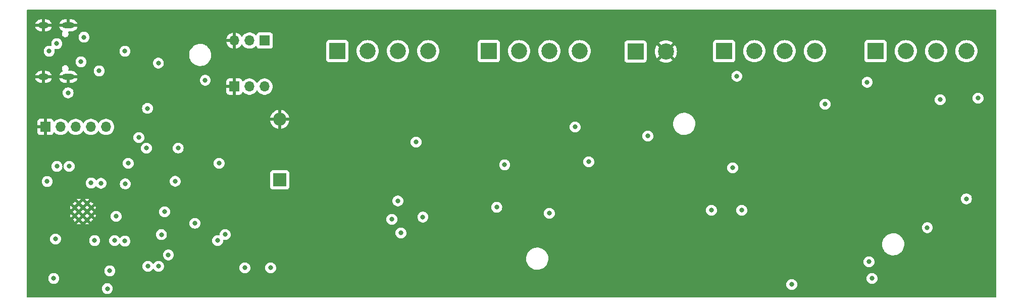
<source format=gbr>
G04 #@! TF.GenerationSoftware,KiCad,Pcbnew,7.0.0-da2b9df05c~171~ubuntu22.04.1*
G04 #@! TF.CreationDate,2023-04-03T14:13:22+02:00*
G04 #@! TF.ProjectId,pcb_esp32_wled_pwm_multichannel,7063625f-6573-4703-9332-5f776c65645f,rev?*
G04 #@! TF.SameCoordinates,Original*
G04 #@! TF.FileFunction,Copper,L2,Inr*
G04 #@! TF.FilePolarity,Positive*
%FSLAX46Y46*%
G04 Gerber Fmt 4.6, Leading zero omitted, Abs format (unit mm)*
G04 Created by KiCad (PCBNEW 7.0.0-da2b9df05c~171~ubuntu22.04.1) date 2023-04-03 14:13:22*
%MOMM*%
%LPD*%
G01*
G04 APERTURE LIST*
G04 #@! TA.AperFunction,ComponentPad*
%ADD10C,0.475000*%
G04 #@! TD*
G04 #@! TA.AperFunction,ComponentPad*
%ADD11R,1.700000X1.700000*%
G04 #@! TD*
G04 #@! TA.AperFunction,ComponentPad*
%ADD12O,1.700000X1.700000*%
G04 #@! TD*
G04 #@! TA.AperFunction,ComponentPad*
%ADD13R,2.700000X2.700000*%
G04 #@! TD*
G04 #@! TA.AperFunction,ComponentPad*
%ADD14C,2.700000*%
G04 #@! TD*
G04 #@! TA.AperFunction,ComponentPad*
%ADD15R,2.200000X2.200000*%
G04 #@! TD*
G04 #@! TA.AperFunction,ComponentPad*
%ADD16O,2.200000X2.200000*%
G04 #@! TD*
G04 #@! TA.AperFunction,ComponentPad*
%ADD17O,1.800000X1.000000*%
G04 #@! TD*
G04 #@! TA.AperFunction,ComponentPad*
%ADD18O,2.100000X1.000000*%
G04 #@! TD*
G04 #@! TA.AperFunction,ViaPad*
%ADD19C,0.800000*%
G04 #@! TD*
G04 APERTURE END LIST*
D10*
G04 #@! TO.N,GND*
G04 #@! TO.C,U101*
X17671200Y-70650000D03*
X19071200Y-70650000D03*
X19771200Y-69950000D03*
X17671200Y-72050000D03*
X19771200Y-72750000D03*
X18371200Y-72750000D03*
X19071200Y-72050000D03*
X18371200Y-71350000D03*
X19771200Y-71350000D03*
X20471200Y-70650000D03*
X18371200Y-69950000D03*
X20471200Y-72050000D03*
G04 #@! TD*
D11*
G04 #@! TO.N,GND*
G04 #@! TO.C,J107*
X44449999Y-50391999D03*
D12*
G04 #@! TO.N,/I2S_SM*
X46989999Y-50391999D03*
G04 #@! TO.N,/I2S_SCK*
X49529999Y-50391999D03*
G04 #@! TD*
G04 #@! TO.N,GND*
G04 #@! TO.C,J106*
X44464999Y-42671999D03*
G04 #@! TO.N,+3V3*
X47004999Y-42671999D03*
D11*
G04 #@! TO.N,/I2S_SD*
X49544999Y-42671999D03*
G04 #@! TD*
D13*
G04 #@! TO.N,VDD*
G04 #@! TO.C,J104*
X151969999Y-44449999D03*
D14*
G04 #@! TO.N,/LED_R4*
X157050000Y-44450000D03*
G04 #@! TO.N,/LED_G4*
X162130000Y-44450000D03*
G04 #@! TO.N,/LED_B4*
X167210000Y-44450000D03*
G04 #@! TD*
D13*
G04 #@! TO.N,VDD*
G04 #@! TO.C,J103*
X126569999Y-44449999D03*
D14*
G04 #@! TO.N,/LED_R3*
X131650000Y-44450000D03*
G04 #@! TO.N,/LED_G3*
X136730000Y-44450000D03*
G04 #@! TO.N,/LED_B3*
X141810000Y-44450000D03*
G04 #@! TD*
D13*
G04 #@! TO.N,VDD*
G04 #@! TO.C,J102*
X87139999Y-44449999D03*
D14*
G04 #@! TO.N,/LED_R2*
X92220000Y-44450000D03*
G04 #@! TO.N,/LED_G2*
X97300000Y-44450000D03*
G04 #@! TO.N,/LED_B2*
X102380000Y-44450000D03*
G04 #@! TD*
D15*
G04 #@! TO.N,+3V3*
G04 #@! TO.C,D118*
X52069999Y-66039999D03*
D16*
G04 #@! TO.N,GND*
X52069999Y-55879999D03*
G04 #@! TD*
D13*
G04 #@! TO.N,VDD*
G04 #@! TO.C,J101*
X61739999Y-44449999D03*
D14*
G04 #@! TO.N,/LED_R1*
X66820000Y-44450000D03*
G04 #@! TO.N,/LED_G1*
X71900000Y-44450000D03*
G04 #@! TO.N,/LED_B1*
X76980000Y-44450000D03*
G04 #@! TD*
D11*
G04 #@! TO.N,GND*
G04 #@! TO.C,J105*
X12781199Y-57149999D03*
D12*
G04 #@! TO.N,/RXcp21*
X15321199Y-57149999D03*
G04 #@! TO.N,/RXDesp*
X17861199Y-57149999D03*
G04 #@! TO.N,/IO0*
X20401199Y-57149999D03*
G04 #@! TO.N,+3V3*
X22941199Y-57149999D03*
G04 #@! TD*
D17*
G04 #@! TO.N,GND*
G04 #@! TO.C,J109*
X12461199Y-48769999D03*
X12461199Y-40129999D03*
D18*
X16611199Y-48769999D03*
X16611199Y-40129999D03*
G04 #@! TD*
D13*
G04 #@! TO.N,VDD*
G04 #@! TO.C,J108*
X111735999Y-44501499D03*
D14*
G04 #@! TO.N,GND*
X116816000Y-44501500D03*
G04 #@! TD*
D19*
G04 #@! TO.N,+3V3*
X32766000Y-71374000D03*
X39574999Y-49325001D03*
X124460000Y-71120000D03*
X26111200Y-44450000D03*
X50546000Y-80772000D03*
X14173200Y-82550000D03*
X21793200Y-47752000D03*
X46228000Y-80772000D03*
X33401000Y-78613000D03*
X23163000Y-84279000D03*
X16586200Y-51435000D03*
G04 #@! TO.N,GND*
X114300000Y-70866000D03*
X34036000Y-48768000D03*
X24206200Y-53975000D03*
X88900000Y-58420000D03*
X167210000Y-66040000D03*
X140540000Y-77724000D03*
X19761200Y-50165000D03*
X18542000Y-82550000D03*
X165305000Y-83820000D03*
X121744000Y-43688000D03*
X122174000Y-50292000D03*
X11506200Y-45720000D03*
X123190000Y-67310000D03*
X58420000Y-78232000D03*
X26746200Y-50165000D03*
X114046000Y-77216000D03*
X135460000Y-68580000D03*
X93980000Y-70104000D03*
X156542000Y-52832000D03*
X170766000Y-69596000D03*
X145796000Y-67056000D03*
X19761200Y-39370000D03*
X84709000Y-64389000D03*
X37592000Y-80010000D03*
X99205000Y-78105000D03*
X138635000Y-71755000D03*
X12446000Y-74168000D03*
X59690000Y-51562000D03*
X53340000Y-46990000D03*
X132285000Y-68580000D03*
X25476200Y-39370000D03*
X167845000Y-80645000D03*
X154510000Y-64770000D03*
X38608000Y-65024000D03*
X11506200Y-43180000D03*
X127840000Y-67310000D03*
X159766000Y-80772000D03*
X28016200Y-51435000D03*
X93726000Y-64135000D03*
X147144000Y-43180000D03*
X132920000Y-64135000D03*
X88392000Y-67183000D03*
X93599000Y-67310000D03*
X108712000Y-67310000D03*
X13970000Y-71120000D03*
X157988000Y-67818000D03*
X149987000Y-60960000D03*
X39370000Y-57150000D03*
X26746200Y-56896000D03*
X82314000Y-43688000D03*
X30988000Y-83820000D03*
X114554000Y-62230000D03*
X170385000Y-56515000D03*
X66294000Y-78232000D03*
X23063200Y-70866000D03*
X169750000Y-83820000D03*
X163400000Y-56515000D03*
X11684000Y-68072000D03*
X136730000Y-77724000D03*
X150700000Y-67945000D03*
X142445000Y-83185000D03*
G04 #@! TO.N,VDD*
X101600000Y-57150000D03*
X143510000Y-53340000D03*
X74930000Y-59690000D03*
X150570000Y-49660000D03*
X128720000Y-48650000D03*
X169164000Y-52324000D03*
X162814000Y-52578000D03*
G04 #@! TO.N,/ESP_EN*
X37846000Y-73316500D03*
X34544000Y-66256500D03*
X14478000Y-75946000D03*
X129540000Y-71120000D03*
G04 #@! TO.N,/IO0*
X35047356Y-60701356D03*
X113792000Y-58674000D03*
X29718000Y-60706000D03*
G04 #@! TO.N,/UVBUS*
X19253200Y-42099500D03*
X18745200Y-46228000D03*
X31724600Y-46456600D03*
G04 #@! TO.N,/UCD+*
X14681200Y-43180000D03*
X13411200Y-44449998D03*
G04 #@! TO.N,/I2S_SD*
X26670000Y-63246000D03*
X41910000Y-63246000D03*
G04 #@! TO.N,/I2S_SM*
X26111200Y-76289500D03*
X41656000Y-76200000D03*
G04 #@! TO.N,/I2S_SCK*
X32232600Y-75209400D03*
X42926000Y-75184000D03*
G04 #@! TO.N,Net-(Q109-G)*
X31750000Y-80518000D03*
X150876000Y-79756000D03*
G04 #@! TO.N,Net-(Q112-G)*
X76073000Y-72263000D03*
X167210000Y-69215000D03*
G04 #@! TO.N,/RTS*
X29895800Y-54051200D03*
X28448000Y-58928000D03*
G04 #@! TO.N,/PWM_R1*
X71882000Y-69558500D03*
X26180215Y-66707499D03*
G04 #@! TO.N,/PWM_G1*
X24638000Y-72136000D03*
X70866000Y-72644000D03*
G04 #@! TO.N,/PWM_B1*
X88459103Y-70612000D03*
X22098000Y-66598800D03*
G04 #@! TO.N,/PWM_R2*
X20447000Y-66548000D03*
X97282000Y-71628000D03*
G04 #@! TO.N,/PWM_G2*
X16764000Y-63754000D03*
X89789000Y-63500000D03*
G04 #@! TO.N,/PWM_B2*
X103886000Y-62992000D03*
X14706600Y-63770802D03*
G04 #@! TO.N,/PWM_R3*
X13081000Y-66294000D03*
X128016000Y-64008000D03*
G04 #@! TO.N,/PWM_G3*
X137922000Y-83566000D03*
X23571200Y-81280000D03*
G04 #@! TO.N,/PWM_R4*
X151384000Y-82550000D03*
X29972000Y-80518000D03*
G04 #@! TO.N,/PWM_G4*
X160655000Y-74041000D03*
X21031200Y-76200000D03*
G04 #@! TO.N,/PWM_B4*
X72390000Y-74930000D03*
X24384000Y-76200000D03*
G04 #@! TD*
G04 #@! TA.AperFunction,Conductor*
G04 #@! TO.N,GND*
G36*
X172148500Y-37482381D02*
G01*
X172194619Y-37528500D01*
X172211500Y-37591500D01*
X172211500Y-85598500D01*
X172194619Y-85661500D01*
X172148500Y-85707619D01*
X172085500Y-85724500D01*
X9778500Y-85724500D01*
X9715500Y-85707619D01*
X9669381Y-85661500D01*
X9652500Y-85598500D01*
X9652500Y-84279000D01*
X22249496Y-84279000D01*
X22250186Y-84285565D01*
X22257988Y-84359802D01*
X22269458Y-84468928D01*
X22271495Y-84475200D01*
X22271497Y-84475205D01*
X22326430Y-84644271D01*
X22326433Y-84644278D01*
X22328473Y-84650556D01*
X22423960Y-84815944D01*
X22551747Y-84957866D01*
X22706248Y-85070118D01*
X22880712Y-85147794D01*
X23067513Y-85187500D01*
X23251884Y-85187500D01*
X23258487Y-85187500D01*
X23445288Y-85147794D01*
X23619752Y-85070118D01*
X23774253Y-84957866D01*
X23902040Y-84815944D01*
X23997527Y-84650556D01*
X24056542Y-84468928D01*
X24076504Y-84279000D01*
X24056542Y-84089072D01*
X23997527Y-83907444D01*
X23902040Y-83742056D01*
X23774253Y-83600134D01*
X23768911Y-83596253D01*
X23768908Y-83596250D01*
X23727272Y-83566000D01*
X137008496Y-83566000D01*
X137028458Y-83755928D01*
X137030495Y-83762200D01*
X137030497Y-83762205D01*
X137085430Y-83931271D01*
X137085433Y-83931278D01*
X137087473Y-83937556D01*
X137182960Y-84102944D01*
X137310747Y-84244866D01*
X137465248Y-84357118D01*
X137639712Y-84434794D01*
X137826513Y-84474500D01*
X138010884Y-84474500D01*
X138017487Y-84474500D01*
X138204288Y-84434794D01*
X138378752Y-84357118D01*
X138533253Y-84244866D01*
X138661040Y-84102944D01*
X138756527Y-83937556D01*
X138815542Y-83755928D01*
X138835504Y-83566000D01*
X138815542Y-83376072D01*
X138768973Y-83232749D01*
X138758569Y-83200728D01*
X138758568Y-83200726D01*
X138756527Y-83194444D01*
X138661040Y-83029056D01*
X138533253Y-82887134D01*
X138527911Y-82883253D01*
X138527908Y-82883250D01*
X138450057Y-82826688D01*
X138378752Y-82774882D01*
X138204288Y-82697206D01*
X138197835Y-82695834D01*
X138197831Y-82695833D01*
X138023943Y-82658872D01*
X138023940Y-82658871D01*
X138017487Y-82657500D01*
X137826513Y-82657500D01*
X137820060Y-82658871D01*
X137820056Y-82658872D01*
X137646168Y-82695833D01*
X137646161Y-82695835D01*
X137639712Y-82697206D01*
X137633682Y-82699890D01*
X137633681Y-82699891D01*
X137471278Y-82772197D01*
X137471275Y-82772198D01*
X137465248Y-82774882D01*
X137459907Y-82778762D01*
X137459906Y-82778763D01*
X137316091Y-82883250D01*
X137316083Y-82883256D01*
X137310747Y-82887134D01*
X137306330Y-82892039D01*
X137306325Y-82892044D01*
X137187379Y-83024148D01*
X137182960Y-83029056D01*
X137179661Y-83034769D01*
X137179658Y-83034774D01*
X137152840Y-83081225D01*
X137087473Y-83194444D01*
X137085434Y-83200718D01*
X137085430Y-83200728D01*
X137030497Y-83369794D01*
X137030495Y-83369801D01*
X137028458Y-83376072D01*
X137027768Y-83382633D01*
X137027768Y-83382635D01*
X137009186Y-83559435D01*
X137008496Y-83566000D01*
X23727272Y-83566000D01*
X23691057Y-83539688D01*
X23619752Y-83487882D01*
X23445288Y-83410206D01*
X23438835Y-83408834D01*
X23438831Y-83408833D01*
X23264943Y-83371872D01*
X23264940Y-83371871D01*
X23258487Y-83370500D01*
X23067513Y-83370500D01*
X23061060Y-83371871D01*
X23061056Y-83371872D01*
X22887168Y-83408833D01*
X22887161Y-83408835D01*
X22880712Y-83410206D01*
X22874682Y-83412890D01*
X22874681Y-83412891D01*
X22712278Y-83485197D01*
X22712275Y-83485198D01*
X22706248Y-83487882D01*
X22700907Y-83491762D01*
X22700906Y-83491763D01*
X22557091Y-83596250D01*
X22557083Y-83596256D01*
X22551747Y-83600134D01*
X22547330Y-83605039D01*
X22547325Y-83605044D01*
X22428379Y-83737148D01*
X22423960Y-83742056D01*
X22420661Y-83747769D01*
X22420658Y-83747774D01*
X22331777Y-83901721D01*
X22328473Y-83907444D01*
X22326434Y-83913718D01*
X22326430Y-83913728D01*
X22271497Y-84082794D01*
X22271495Y-84082801D01*
X22269458Y-84089072D01*
X22249496Y-84279000D01*
X9652500Y-84279000D01*
X9652500Y-82550000D01*
X13259696Y-82550000D01*
X13279658Y-82739928D01*
X13281695Y-82746200D01*
X13281697Y-82746205D01*
X13336630Y-82915271D01*
X13336633Y-82915278D01*
X13338673Y-82921556D01*
X13434160Y-83086944D01*
X13561947Y-83228866D01*
X13716448Y-83341118D01*
X13890912Y-83418794D01*
X14077713Y-83458500D01*
X14262084Y-83458500D01*
X14268687Y-83458500D01*
X14455488Y-83418794D01*
X14629952Y-83341118D01*
X14784453Y-83228866D01*
X14912240Y-83086944D01*
X15007727Y-82921556D01*
X15066742Y-82739928D01*
X15086704Y-82550000D01*
X150470496Y-82550000D01*
X150490458Y-82739928D01*
X150492495Y-82746200D01*
X150492497Y-82746205D01*
X150547430Y-82915271D01*
X150547433Y-82915278D01*
X150549473Y-82921556D01*
X150644960Y-83086944D01*
X150772747Y-83228866D01*
X150927248Y-83341118D01*
X151101712Y-83418794D01*
X151288513Y-83458500D01*
X151472884Y-83458500D01*
X151479487Y-83458500D01*
X151666288Y-83418794D01*
X151840752Y-83341118D01*
X151995253Y-83228866D01*
X152123040Y-83086944D01*
X152218527Y-82921556D01*
X152277542Y-82739928D01*
X152297504Y-82550000D01*
X152277542Y-82360072D01*
X152252297Y-82282379D01*
X152220569Y-82184728D01*
X152220568Y-82184726D01*
X152218527Y-82178444D01*
X152123040Y-82013056D01*
X151995253Y-81871134D01*
X151989911Y-81867253D01*
X151989908Y-81867250D01*
X151912057Y-81810688D01*
X151840752Y-81758882D01*
X151666288Y-81681206D01*
X151659835Y-81679834D01*
X151659831Y-81679833D01*
X151485943Y-81642872D01*
X151485940Y-81642871D01*
X151479487Y-81641500D01*
X151288513Y-81641500D01*
X151282060Y-81642871D01*
X151282056Y-81642872D01*
X151108168Y-81679833D01*
X151108161Y-81679835D01*
X151101712Y-81681206D01*
X151095682Y-81683890D01*
X151095681Y-81683891D01*
X150933278Y-81756197D01*
X150933275Y-81756198D01*
X150927248Y-81758882D01*
X150921907Y-81762762D01*
X150921906Y-81762763D01*
X150778091Y-81867250D01*
X150778083Y-81867256D01*
X150772747Y-81871134D01*
X150768330Y-81876039D01*
X150768325Y-81876044D01*
X150649379Y-82008148D01*
X150644960Y-82013056D01*
X150641661Y-82018769D01*
X150641658Y-82018774D01*
X150609888Y-82073802D01*
X150549473Y-82178444D01*
X150547434Y-82184718D01*
X150547430Y-82184728D01*
X150492497Y-82353794D01*
X150492495Y-82353801D01*
X150490458Y-82360072D01*
X150470496Y-82550000D01*
X15086704Y-82550000D01*
X15066742Y-82360072D01*
X15041497Y-82282379D01*
X15009769Y-82184728D01*
X15009768Y-82184726D01*
X15007727Y-82178444D01*
X14912240Y-82013056D01*
X14784453Y-81871134D01*
X14779111Y-81867253D01*
X14779108Y-81867250D01*
X14701257Y-81810688D01*
X14629952Y-81758882D01*
X14455488Y-81681206D01*
X14449035Y-81679834D01*
X14449031Y-81679833D01*
X14275143Y-81642872D01*
X14275140Y-81642871D01*
X14268687Y-81641500D01*
X14077713Y-81641500D01*
X14071260Y-81642871D01*
X14071256Y-81642872D01*
X13897368Y-81679833D01*
X13897361Y-81679835D01*
X13890912Y-81681206D01*
X13884882Y-81683890D01*
X13884881Y-81683891D01*
X13722478Y-81756197D01*
X13722475Y-81756198D01*
X13716448Y-81758882D01*
X13711107Y-81762762D01*
X13711106Y-81762763D01*
X13567291Y-81867250D01*
X13567283Y-81867256D01*
X13561947Y-81871134D01*
X13557530Y-81876039D01*
X13557525Y-81876044D01*
X13438579Y-82008148D01*
X13434160Y-82013056D01*
X13430861Y-82018769D01*
X13430858Y-82018774D01*
X13399088Y-82073802D01*
X13338673Y-82178444D01*
X13336634Y-82184718D01*
X13336630Y-82184728D01*
X13281697Y-82353794D01*
X13281695Y-82353801D01*
X13279658Y-82360072D01*
X13259696Y-82550000D01*
X9652500Y-82550000D01*
X9652500Y-81280000D01*
X22657696Y-81280000D01*
X22658386Y-81286565D01*
X22675654Y-81450866D01*
X22677658Y-81469928D01*
X22679695Y-81476200D01*
X22679697Y-81476205D01*
X22734630Y-81645271D01*
X22734633Y-81645278D01*
X22736673Y-81651556D01*
X22832160Y-81816944D01*
X22959947Y-81958866D01*
X23114448Y-82071118D01*
X23288912Y-82148794D01*
X23475713Y-82188500D01*
X23660084Y-82188500D01*
X23666687Y-82188500D01*
X23853488Y-82148794D01*
X24027952Y-82071118D01*
X24182453Y-81958866D01*
X24310240Y-81816944D01*
X24405727Y-81651556D01*
X24464742Y-81469928D01*
X24484704Y-81280000D01*
X24464742Y-81090072D01*
X24411353Y-80925758D01*
X24407769Y-80914728D01*
X24407768Y-80914726D01*
X24405727Y-80908444D01*
X24310240Y-80743056D01*
X24182453Y-80601134D01*
X24177111Y-80597253D01*
X24177108Y-80597250D01*
X24068029Y-80518000D01*
X29058496Y-80518000D01*
X29078458Y-80707928D01*
X29080495Y-80714200D01*
X29080497Y-80714205D01*
X29135430Y-80883271D01*
X29135433Y-80883278D01*
X29137473Y-80889556D01*
X29232960Y-81054944D01*
X29360747Y-81196866D01*
X29515248Y-81309118D01*
X29689712Y-81386794D01*
X29876513Y-81426500D01*
X30060884Y-81426500D01*
X30067487Y-81426500D01*
X30254288Y-81386794D01*
X30428752Y-81309118D01*
X30583253Y-81196866D01*
X30711040Y-81054944D01*
X30751881Y-80984204D01*
X30798000Y-80938086D01*
X30861000Y-80921205D01*
X30924000Y-80938086D01*
X30970118Y-80984204D01*
X31010960Y-81054944D01*
X31138747Y-81196866D01*
X31293248Y-81309118D01*
X31467712Y-81386794D01*
X31654513Y-81426500D01*
X31838884Y-81426500D01*
X31845487Y-81426500D01*
X32032288Y-81386794D01*
X32206752Y-81309118D01*
X32361253Y-81196866D01*
X32489040Y-81054944D01*
X32584527Y-80889556D01*
X32622724Y-80772000D01*
X45314496Y-80772000D01*
X45315186Y-80778565D01*
X45331066Y-80929660D01*
X45334458Y-80961928D01*
X45336495Y-80968200D01*
X45336497Y-80968205D01*
X45391430Y-81137271D01*
X45391433Y-81137278D01*
X45393473Y-81143556D01*
X45488960Y-81308944D01*
X45616747Y-81450866D01*
X45771248Y-81563118D01*
X45945712Y-81640794D01*
X46132513Y-81680500D01*
X46316884Y-81680500D01*
X46323487Y-81680500D01*
X46510288Y-81640794D01*
X46684752Y-81563118D01*
X46839253Y-81450866D01*
X46967040Y-81308944D01*
X47062527Y-81143556D01*
X47121542Y-80961928D01*
X47141504Y-80772000D01*
X49632496Y-80772000D01*
X49633186Y-80778565D01*
X49649066Y-80929660D01*
X49652458Y-80961928D01*
X49654495Y-80968200D01*
X49654497Y-80968205D01*
X49709430Y-81137271D01*
X49709433Y-81137278D01*
X49711473Y-81143556D01*
X49806960Y-81308944D01*
X49934747Y-81450866D01*
X50089248Y-81563118D01*
X50263712Y-81640794D01*
X50450513Y-81680500D01*
X50634884Y-81680500D01*
X50641487Y-81680500D01*
X50828288Y-81640794D01*
X51002752Y-81563118D01*
X51157253Y-81450866D01*
X51285040Y-81308944D01*
X51380527Y-81143556D01*
X51439542Y-80961928D01*
X51459504Y-80772000D01*
X51439542Y-80582072D01*
X51410524Y-80492763D01*
X51382569Y-80406728D01*
X51382568Y-80406726D01*
X51380527Y-80400444D01*
X51285040Y-80235056D01*
X51157253Y-80093134D01*
X51151911Y-80089253D01*
X51151908Y-80089250D01*
X51074057Y-80032688D01*
X51002752Y-79980882D01*
X50828288Y-79903206D01*
X50821835Y-79901834D01*
X50821831Y-79901833D01*
X50647943Y-79864872D01*
X50647940Y-79864871D01*
X50641487Y-79863500D01*
X50450513Y-79863500D01*
X50444060Y-79864871D01*
X50444056Y-79864872D01*
X50270168Y-79901833D01*
X50270161Y-79901835D01*
X50263712Y-79903206D01*
X50257682Y-79905890D01*
X50257681Y-79905891D01*
X50095278Y-79978197D01*
X50095275Y-79978198D01*
X50089248Y-79980882D01*
X50083907Y-79984762D01*
X50083906Y-79984763D01*
X49940091Y-80089250D01*
X49940083Y-80089256D01*
X49934747Y-80093134D01*
X49930330Y-80098039D01*
X49930325Y-80098044D01*
X49822019Y-80218331D01*
X49806960Y-80235056D01*
X49803661Y-80240769D01*
X49803658Y-80240774D01*
X49714777Y-80394721D01*
X49711473Y-80400444D01*
X49709434Y-80406718D01*
X49709430Y-80406728D01*
X49654497Y-80575794D01*
X49654495Y-80575801D01*
X49652458Y-80582072D01*
X49651768Y-80588633D01*
X49651768Y-80588635D01*
X49639920Y-80701364D01*
X49632496Y-80772000D01*
X47141504Y-80772000D01*
X47121542Y-80582072D01*
X47092524Y-80492763D01*
X47064569Y-80406728D01*
X47064568Y-80406726D01*
X47062527Y-80400444D01*
X46967040Y-80235056D01*
X46839253Y-80093134D01*
X46833911Y-80089253D01*
X46833908Y-80089250D01*
X46756057Y-80032688D01*
X46684752Y-79980882D01*
X46510288Y-79903206D01*
X46503835Y-79901834D01*
X46503831Y-79901833D01*
X46329943Y-79864872D01*
X46329940Y-79864871D01*
X46323487Y-79863500D01*
X46132513Y-79863500D01*
X46126060Y-79864871D01*
X46126056Y-79864872D01*
X45952168Y-79901833D01*
X45952161Y-79901835D01*
X45945712Y-79903206D01*
X45939682Y-79905890D01*
X45939681Y-79905891D01*
X45777278Y-79978197D01*
X45777275Y-79978198D01*
X45771248Y-79980882D01*
X45765907Y-79984762D01*
X45765906Y-79984763D01*
X45622091Y-80089250D01*
X45622083Y-80089256D01*
X45616747Y-80093134D01*
X45612330Y-80098039D01*
X45612325Y-80098044D01*
X45504019Y-80218331D01*
X45488960Y-80235056D01*
X45485661Y-80240769D01*
X45485658Y-80240774D01*
X45396777Y-80394721D01*
X45393473Y-80400444D01*
X45391434Y-80406718D01*
X45391430Y-80406728D01*
X45336497Y-80575794D01*
X45336495Y-80575801D01*
X45334458Y-80582072D01*
X45333768Y-80588633D01*
X45333768Y-80588635D01*
X45321920Y-80701364D01*
X45314496Y-80772000D01*
X32622724Y-80772000D01*
X32643542Y-80707928D01*
X32663504Y-80518000D01*
X32643542Y-80328072D01*
X32606666Y-80214579D01*
X32586569Y-80152728D01*
X32586568Y-80152726D01*
X32584527Y-80146444D01*
X32489040Y-79981056D01*
X32361253Y-79839134D01*
X32355911Y-79835253D01*
X32355908Y-79835250D01*
X32237793Y-79749435D01*
X32206752Y-79726882D01*
X32032288Y-79649206D01*
X32025835Y-79647834D01*
X32025831Y-79647833D01*
X31851943Y-79610872D01*
X31851940Y-79610871D01*
X31845487Y-79609500D01*
X31654513Y-79609500D01*
X31648060Y-79610871D01*
X31648056Y-79610872D01*
X31474168Y-79647833D01*
X31474161Y-79647835D01*
X31467712Y-79649206D01*
X31461682Y-79651890D01*
X31461681Y-79651891D01*
X31299278Y-79724197D01*
X31299275Y-79724198D01*
X31293248Y-79726882D01*
X31287907Y-79730762D01*
X31287906Y-79730763D01*
X31144091Y-79835250D01*
X31144083Y-79835256D01*
X31138747Y-79839134D01*
X31134330Y-79844039D01*
X31134325Y-79844044D01*
X31021538Y-79969308D01*
X31010960Y-79981056D01*
X31007661Y-79986769D01*
X31007658Y-79986774D01*
X30970119Y-80051794D01*
X30924000Y-80097913D01*
X30861000Y-80114794D01*
X30798000Y-80097913D01*
X30751881Y-80051794D01*
X30714341Y-79986774D01*
X30711040Y-79981056D01*
X30583253Y-79839134D01*
X30577911Y-79835253D01*
X30577908Y-79835250D01*
X30459793Y-79749435D01*
X30428752Y-79726882D01*
X30254288Y-79649206D01*
X30247835Y-79647834D01*
X30247831Y-79647833D01*
X30073943Y-79610872D01*
X30073940Y-79610871D01*
X30067487Y-79609500D01*
X29876513Y-79609500D01*
X29870060Y-79610871D01*
X29870056Y-79610872D01*
X29696168Y-79647833D01*
X29696161Y-79647835D01*
X29689712Y-79649206D01*
X29683682Y-79651890D01*
X29683681Y-79651891D01*
X29521278Y-79724197D01*
X29521275Y-79724198D01*
X29515248Y-79726882D01*
X29509907Y-79730762D01*
X29509906Y-79730763D01*
X29366091Y-79835250D01*
X29366083Y-79835256D01*
X29360747Y-79839134D01*
X29356330Y-79844039D01*
X29356325Y-79844044D01*
X29243538Y-79969308D01*
X29232960Y-79981056D01*
X29229661Y-79986769D01*
X29229658Y-79986774D01*
X29148378Y-80127556D01*
X29137473Y-80146444D01*
X29135434Y-80152718D01*
X29135430Y-80152728D01*
X29080497Y-80321794D01*
X29080495Y-80321801D01*
X29078458Y-80328072D01*
X29077768Y-80334633D01*
X29077768Y-80334635D01*
X29061839Y-80486197D01*
X29058496Y-80518000D01*
X24068029Y-80518000D01*
X24058993Y-80511435D01*
X24027952Y-80488882D01*
X23853488Y-80411206D01*
X23847035Y-80409834D01*
X23847031Y-80409833D01*
X23673143Y-80372872D01*
X23673140Y-80372871D01*
X23666687Y-80371500D01*
X23475713Y-80371500D01*
X23469260Y-80372871D01*
X23469256Y-80372872D01*
X23295368Y-80409833D01*
X23295361Y-80409835D01*
X23288912Y-80411206D01*
X23282882Y-80413890D01*
X23282881Y-80413891D01*
X23120478Y-80486197D01*
X23120475Y-80486198D01*
X23114448Y-80488882D01*
X23109107Y-80492762D01*
X23109106Y-80492763D01*
X22965291Y-80597250D01*
X22965283Y-80597256D01*
X22959947Y-80601134D01*
X22955530Y-80606039D01*
X22955525Y-80606044D01*
X22836579Y-80738148D01*
X22832160Y-80743056D01*
X22828861Y-80748769D01*
X22828858Y-80748774D01*
X22747578Y-80889556D01*
X22736673Y-80908444D01*
X22734634Y-80914718D01*
X22734630Y-80914728D01*
X22679697Y-81083794D01*
X22679695Y-81083801D01*
X22677658Y-81090072D01*
X22676968Y-81096633D01*
X22676968Y-81096635D01*
X22658386Y-81273435D01*
X22657696Y-81280000D01*
X9652500Y-81280000D01*
X9652500Y-78613000D01*
X32487496Y-78613000D01*
X32507458Y-78802928D01*
X32509495Y-78809200D01*
X32509497Y-78809205D01*
X32564430Y-78978271D01*
X32564433Y-78978278D01*
X32566473Y-78984556D01*
X32661960Y-79149944D01*
X32789747Y-79291866D01*
X32944248Y-79404118D01*
X33118712Y-79481794D01*
X33305513Y-79521500D01*
X33489884Y-79521500D01*
X33496487Y-79521500D01*
X33683288Y-79481794D01*
X33857752Y-79404118D01*
X33979359Y-79315765D01*
X93395788Y-79315765D01*
X93396290Y-79320332D01*
X93396291Y-79320344D01*
X93424910Y-79580444D01*
X93424911Y-79580453D01*
X93425414Y-79585018D01*
X93426576Y-79589463D01*
X93426577Y-79589468D01*
X93492763Y-79842632D01*
X93493928Y-79847088D01*
X93495725Y-79851318D01*
X93495728Y-79851325D01*
X93553288Y-79986774D01*
X93599870Y-80096390D01*
X93602265Y-80100315D01*
X93602266Y-80100316D01*
X93737432Y-80321794D01*
X93740982Y-80327610D01*
X93743917Y-80331137D01*
X93743918Y-80331138D01*
X93904888Y-80524565D01*
X93914255Y-80535820D01*
X93973200Y-80588635D01*
X94112561Y-80713503D01*
X94112565Y-80713506D01*
X94115998Y-80716582D01*
X94341910Y-80866044D01*
X94587176Y-80981020D01*
X94846569Y-81059060D01*
X95114561Y-81098500D01*
X95315330Y-81098500D01*
X95317631Y-81098500D01*
X95520156Y-81083677D01*
X95784553Y-81024780D01*
X96037558Y-80928014D01*
X96273777Y-80795441D01*
X96488177Y-80629888D01*
X96676186Y-80434881D01*
X96833799Y-80214579D01*
X96957656Y-79973675D01*
X97031917Y-79756000D01*
X149962496Y-79756000D01*
X149982458Y-79945928D01*
X149984495Y-79952200D01*
X149984497Y-79952205D01*
X150039430Y-80121271D01*
X150039433Y-80121278D01*
X150041473Y-80127556D01*
X150136960Y-80292944D01*
X150264747Y-80434866D01*
X150419248Y-80547118D01*
X150593712Y-80624794D01*
X150780513Y-80664500D01*
X150964884Y-80664500D01*
X150971487Y-80664500D01*
X151158288Y-80624794D01*
X151332752Y-80547118D01*
X151487253Y-80434866D01*
X151615040Y-80292944D01*
X151710527Y-80127556D01*
X151769542Y-79945928D01*
X151789504Y-79756000D01*
X151769542Y-79566072D01*
X151732131Y-79450933D01*
X151712569Y-79390728D01*
X151712568Y-79390726D01*
X151710527Y-79384444D01*
X151615040Y-79219056D01*
X151487253Y-79077134D01*
X151481911Y-79073253D01*
X151481908Y-79073250D01*
X151367706Y-78990278D01*
X151332752Y-78964882D01*
X151158288Y-78887206D01*
X151151835Y-78885834D01*
X151151831Y-78885833D01*
X150977943Y-78848872D01*
X150977940Y-78848871D01*
X150971487Y-78847500D01*
X150780513Y-78847500D01*
X150774060Y-78848871D01*
X150774056Y-78848872D01*
X150600168Y-78885833D01*
X150600161Y-78885835D01*
X150593712Y-78887206D01*
X150587682Y-78889890D01*
X150587681Y-78889891D01*
X150425278Y-78962197D01*
X150425275Y-78962198D01*
X150419248Y-78964882D01*
X150413907Y-78968762D01*
X150413906Y-78968763D01*
X150270091Y-79073250D01*
X150270083Y-79073256D01*
X150264747Y-79077134D01*
X150260330Y-79082039D01*
X150260325Y-79082044D01*
X150167771Y-79184837D01*
X150136960Y-79219056D01*
X150133661Y-79224769D01*
X150133658Y-79224774D01*
X150097758Y-79286955D01*
X150041473Y-79384444D01*
X150039434Y-79390718D01*
X150039430Y-79390728D01*
X149984497Y-79559794D01*
X149984495Y-79559801D01*
X149982458Y-79566072D01*
X149981768Y-79572633D01*
X149981768Y-79572635D01*
X149977749Y-79610872D01*
X149962496Y-79756000D01*
X97031917Y-79756000D01*
X97045118Y-79717305D01*
X97094319Y-79450933D01*
X97104212Y-79180235D01*
X97074586Y-78910982D01*
X97006072Y-78648912D01*
X96900130Y-78399610D01*
X96759018Y-78168390D01*
X96585745Y-77960180D01*
X96510137Y-77892435D01*
X96387438Y-77782496D01*
X96387432Y-77782491D01*
X96384002Y-77779418D01*
X96158090Y-77629956D01*
X95912824Y-77514980D01*
X95908420Y-77513655D01*
X95657843Y-77438267D01*
X95657838Y-77438265D01*
X95653431Y-77436940D01*
X95648874Y-77436269D01*
X95648868Y-77436268D01*
X95390000Y-77398171D01*
X95389996Y-77398170D01*
X95385439Y-77397500D01*
X95182369Y-77397500D01*
X95180098Y-77397666D01*
X95180076Y-77397667D01*
X94984438Y-77411986D01*
X94984427Y-77411987D01*
X94979844Y-77412323D01*
X94975353Y-77413323D01*
X94975349Y-77413324D01*
X94719939Y-77470219D01*
X94719934Y-77470220D01*
X94715447Y-77471220D01*
X94711149Y-77472863D01*
X94711145Y-77472865D01*
X94466746Y-77566339D01*
X94466735Y-77566343D01*
X94462442Y-77567986D01*
X94458434Y-77570235D01*
X94458422Y-77570241D01*
X94230232Y-77698308D01*
X94230221Y-77698314D01*
X94226223Y-77700559D01*
X94222589Y-77703364D01*
X94222586Y-77703367D01*
X94015466Y-77863298D01*
X94015458Y-77863305D01*
X94011823Y-77866112D01*
X94008632Y-77869421D01*
X94008625Y-77869428D01*
X93827011Y-78057802D01*
X93827004Y-78057809D01*
X93823814Y-78061119D01*
X93821136Y-78064861D01*
X93821131Y-78064868D01*
X93668885Y-78277668D01*
X93668878Y-78277677D01*
X93666201Y-78281421D01*
X93664097Y-78285512D01*
X93664091Y-78285523D01*
X93544453Y-78518222D01*
X93542344Y-78522325D01*
X93540856Y-78526684D01*
X93540854Y-78526691D01*
X93456371Y-78774327D01*
X93456367Y-78774341D01*
X93454882Y-78778695D01*
X93454044Y-78783228D01*
X93454044Y-78783231D01*
X93406517Y-79040537D01*
X93406515Y-79040546D01*
X93405681Y-79045067D01*
X93405513Y-79049656D01*
X93405512Y-79049668D01*
X93395956Y-79311161D01*
X93395788Y-79315765D01*
X33979359Y-79315765D01*
X34012253Y-79291866D01*
X34140040Y-79149944D01*
X34235527Y-78984556D01*
X34294542Y-78802928D01*
X34314504Y-78613000D01*
X34294542Y-78423072D01*
X34249849Y-78285523D01*
X34237569Y-78247728D01*
X34237568Y-78247726D01*
X34235527Y-78241444D01*
X34140040Y-78076056D01*
X34012253Y-77934134D01*
X34006911Y-77930253D01*
X34006908Y-77930250D01*
X33914756Y-77863298D01*
X33857752Y-77821882D01*
X33683288Y-77744206D01*
X33676835Y-77742834D01*
X33676831Y-77742833D01*
X33502943Y-77705872D01*
X33502940Y-77705871D01*
X33496487Y-77704500D01*
X33305513Y-77704500D01*
X33299060Y-77705871D01*
X33299056Y-77705872D01*
X33125168Y-77742833D01*
X33125161Y-77742835D01*
X33118712Y-77744206D01*
X33112682Y-77746890D01*
X33112681Y-77746891D01*
X32950278Y-77819197D01*
X32950275Y-77819198D01*
X32944248Y-77821882D01*
X32938907Y-77825762D01*
X32938906Y-77825763D01*
X32795091Y-77930250D01*
X32795083Y-77930256D01*
X32789747Y-77934134D01*
X32785330Y-77939039D01*
X32785325Y-77939044D01*
X32666379Y-78071148D01*
X32661960Y-78076056D01*
X32658661Y-78081769D01*
X32658658Y-78081774D01*
X32580650Y-78216888D01*
X32566473Y-78241444D01*
X32564434Y-78247718D01*
X32564430Y-78247728D01*
X32509497Y-78416794D01*
X32509495Y-78416801D01*
X32507458Y-78423072D01*
X32506768Y-78429633D01*
X32506768Y-78429635D01*
X32492084Y-78569344D01*
X32487496Y-78613000D01*
X9652500Y-78613000D01*
X9652500Y-75946000D01*
X13564496Y-75946000D01*
X13584458Y-76135928D01*
X13586495Y-76142200D01*
X13586497Y-76142205D01*
X13641430Y-76311271D01*
X13641433Y-76311278D01*
X13643473Y-76317556D01*
X13738960Y-76482944D01*
X13866747Y-76624866D01*
X13872089Y-76628747D01*
X13872091Y-76628749D01*
X13915298Y-76660141D01*
X14021248Y-76737118D01*
X14195712Y-76814794D01*
X14382513Y-76854500D01*
X14566884Y-76854500D01*
X14573487Y-76854500D01*
X14760288Y-76814794D01*
X14934752Y-76737118D01*
X15089253Y-76624866D01*
X15217040Y-76482944D01*
X15312527Y-76317556D01*
X15350724Y-76200000D01*
X20117696Y-76200000D01*
X20137658Y-76389928D01*
X20139695Y-76396200D01*
X20139697Y-76396205D01*
X20194630Y-76565271D01*
X20194633Y-76565278D01*
X20196673Y-76571556D01*
X20292160Y-76736944D01*
X20419947Y-76878866D01*
X20574448Y-76991118D01*
X20748912Y-77068794D01*
X20935713Y-77108500D01*
X21120084Y-77108500D01*
X21126687Y-77108500D01*
X21313488Y-77068794D01*
X21487952Y-76991118D01*
X21642453Y-76878866D01*
X21770240Y-76736944D01*
X21865727Y-76571556D01*
X21924742Y-76389928D01*
X21944704Y-76200000D01*
X23470496Y-76200000D01*
X23490458Y-76389928D01*
X23492495Y-76396200D01*
X23492497Y-76396205D01*
X23547430Y-76565271D01*
X23547433Y-76565278D01*
X23549473Y-76571556D01*
X23644960Y-76736944D01*
X23772747Y-76878866D01*
X23927248Y-76991118D01*
X24101712Y-77068794D01*
X24288513Y-77108500D01*
X24472884Y-77108500D01*
X24479487Y-77108500D01*
X24666288Y-77068794D01*
X24840752Y-76991118D01*
X24995253Y-76878866D01*
X25123040Y-76736944D01*
X25123747Y-76737581D01*
X25166319Y-76702168D01*
X25227160Y-76690061D01*
X25286404Y-76708454D01*
X25329692Y-76752888D01*
X25344363Y-76778298D01*
X25372160Y-76826444D01*
X25499947Y-76968366D01*
X25505289Y-76972247D01*
X25505291Y-76972249D01*
X25548498Y-77003641D01*
X25654448Y-77080618D01*
X25828912Y-77158294D01*
X26015713Y-77198000D01*
X26200084Y-77198000D01*
X26206687Y-77198000D01*
X26393488Y-77158294D01*
X26567952Y-77080618D01*
X26722453Y-76968366D01*
X26850240Y-76826444D01*
X26945727Y-76661056D01*
X27004742Y-76479428D01*
X27024704Y-76289500D01*
X27015297Y-76200000D01*
X40742496Y-76200000D01*
X40762458Y-76389928D01*
X40764495Y-76396200D01*
X40764497Y-76396205D01*
X40819430Y-76565271D01*
X40819433Y-76565278D01*
X40821473Y-76571556D01*
X40916960Y-76736944D01*
X41044747Y-76878866D01*
X41199248Y-76991118D01*
X41373712Y-77068794D01*
X41560513Y-77108500D01*
X41744884Y-77108500D01*
X41751487Y-77108500D01*
X41938288Y-77068794D01*
X42112752Y-76991118D01*
X42234359Y-76902765D01*
X153085788Y-76902765D01*
X153086290Y-76907332D01*
X153086291Y-76907344D01*
X153114910Y-77167444D01*
X153114911Y-77167453D01*
X153115414Y-77172018D01*
X153116576Y-77176463D01*
X153116577Y-77176468D01*
X153148812Y-77299768D01*
X153183928Y-77434088D01*
X153185725Y-77438318D01*
X153185728Y-77438325D01*
X153241787Y-77570241D01*
X153289870Y-77683390D01*
X153292265Y-77687315D01*
X153292266Y-77687316D01*
X153399666Y-77863298D01*
X153430982Y-77914610D01*
X153604255Y-78122820D01*
X153659487Y-78172308D01*
X153802561Y-78300503D01*
X153802565Y-78300506D01*
X153805998Y-78303582D01*
X154031910Y-78453044D01*
X154277176Y-78568020D01*
X154536569Y-78646060D01*
X154804561Y-78685500D01*
X155005330Y-78685500D01*
X155007631Y-78685500D01*
X155210156Y-78670677D01*
X155474553Y-78611780D01*
X155727558Y-78515014D01*
X155963777Y-78382441D01*
X156178177Y-78216888D01*
X156366186Y-78021881D01*
X156523799Y-77801579D01*
X156647656Y-77560675D01*
X156735118Y-77304305D01*
X156784319Y-77037933D01*
X156794212Y-76767235D01*
X156764586Y-76497982D01*
X156696072Y-76235912D01*
X156590130Y-75986610D01*
X156449018Y-75755390D01*
X156275745Y-75547180D01*
X156179813Y-75461225D01*
X156077438Y-75369496D01*
X156077432Y-75369491D01*
X156074002Y-75366418D01*
X155923934Y-75267134D01*
X155851925Y-75219493D01*
X155851922Y-75219491D01*
X155848090Y-75216956D01*
X155777788Y-75184000D01*
X155709947Y-75152197D01*
X155602824Y-75101980D01*
X155520479Y-75077206D01*
X155347843Y-75025267D01*
X155347838Y-75025265D01*
X155343431Y-75023940D01*
X155338874Y-75023269D01*
X155338868Y-75023268D01*
X155080000Y-74985171D01*
X155079996Y-74985170D01*
X155075439Y-74984500D01*
X154872369Y-74984500D01*
X154870098Y-74984666D01*
X154870076Y-74984667D01*
X154674438Y-74998986D01*
X154674427Y-74998987D01*
X154669844Y-74999323D01*
X154665353Y-75000323D01*
X154665349Y-75000324D01*
X154409939Y-75057219D01*
X154409934Y-75057220D01*
X154405447Y-75058220D01*
X154401149Y-75059863D01*
X154401145Y-75059865D01*
X154156746Y-75153339D01*
X154156735Y-75153343D01*
X154152442Y-75154986D01*
X154148434Y-75157235D01*
X154148422Y-75157241D01*
X153920232Y-75285308D01*
X153920221Y-75285314D01*
X153916223Y-75287559D01*
X153912589Y-75290364D01*
X153912586Y-75290367D01*
X153705466Y-75450298D01*
X153705458Y-75450305D01*
X153701823Y-75453112D01*
X153698632Y-75456421D01*
X153698625Y-75456428D01*
X153517011Y-75644802D01*
X153517004Y-75644809D01*
X153513814Y-75648119D01*
X153511136Y-75651861D01*
X153511131Y-75651868D01*
X153358885Y-75864668D01*
X153358878Y-75864677D01*
X153356201Y-75868421D01*
X153354097Y-75872512D01*
X153354091Y-75872523D01*
X153247644Y-76079566D01*
X153232344Y-76109325D01*
X153230856Y-76113684D01*
X153230854Y-76113691D01*
X153146371Y-76361327D01*
X153146367Y-76361341D01*
X153144882Y-76365695D01*
X153144044Y-76370228D01*
X153144044Y-76370231D01*
X153096517Y-76627537D01*
X153096515Y-76627546D01*
X153095681Y-76632067D01*
X153095513Y-76636656D01*
X153095512Y-76636668D01*
X153085956Y-76898161D01*
X153085788Y-76902765D01*
X42234359Y-76902765D01*
X42267253Y-76878866D01*
X42395040Y-76736944D01*
X42490527Y-76571556D01*
X42549542Y-76389928D01*
X42569504Y-76200000D01*
X42568814Y-76193435D01*
X42568814Y-76192472D01*
X42581088Y-76138228D01*
X42615519Y-76094552D01*
X42665400Y-76069953D01*
X42721010Y-76069225D01*
X42824053Y-76091127D01*
X42824054Y-76091127D01*
X42830513Y-76092500D01*
X43014884Y-76092500D01*
X43021487Y-76092500D01*
X43208288Y-76052794D01*
X43382752Y-75975118D01*
X43537253Y-75862866D01*
X43665040Y-75720944D01*
X43760527Y-75555556D01*
X43819542Y-75373928D01*
X43839504Y-75184000D01*
X43819542Y-74994072D01*
X43798724Y-74930000D01*
X71476496Y-74930000D01*
X71477186Y-74936565D01*
X71478545Y-74949500D01*
X71496458Y-75119928D01*
X71498495Y-75126200D01*
X71498497Y-75126205D01*
X71553430Y-75295271D01*
X71553433Y-75295278D01*
X71555473Y-75301556D01*
X71594698Y-75369496D01*
X71644888Y-75456428D01*
X71650960Y-75466944D01*
X71778747Y-75608866D01*
X71933248Y-75721118D01*
X72107712Y-75798794D01*
X72294513Y-75838500D01*
X72478884Y-75838500D01*
X72485487Y-75838500D01*
X72672288Y-75798794D01*
X72846752Y-75721118D01*
X73001253Y-75608866D01*
X73129040Y-75466944D01*
X73224527Y-75301556D01*
X73283542Y-75119928D01*
X73303504Y-74930000D01*
X73283542Y-74740072D01*
X73251724Y-74642148D01*
X73226569Y-74564728D01*
X73226568Y-74564726D01*
X73224527Y-74558444D01*
X73129040Y-74393056D01*
X73001253Y-74251134D01*
X72995911Y-74247253D01*
X72995908Y-74247250D01*
X72906935Y-74182608D01*
X72846752Y-74138882D01*
X72672288Y-74061206D01*
X72665835Y-74059834D01*
X72665831Y-74059833D01*
X72577229Y-74041000D01*
X159741496Y-74041000D01*
X159761458Y-74230928D01*
X159763495Y-74237200D01*
X159763497Y-74237205D01*
X159818430Y-74406271D01*
X159818433Y-74406278D01*
X159820473Y-74412556D01*
X159915960Y-74577944D01*
X160043747Y-74719866D01*
X160198248Y-74832118D01*
X160372712Y-74909794D01*
X160559513Y-74949500D01*
X160743884Y-74949500D01*
X160750487Y-74949500D01*
X160937288Y-74909794D01*
X161111752Y-74832118D01*
X161266253Y-74719866D01*
X161394040Y-74577944D01*
X161489527Y-74412556D01*
X161548542Y-74230928D01*
X161568504Y-74041000D01*
X161548542Y-73851072D01*
X161497434Y-73693778D01*
X161491569Y-73675728D01*
X161491568Y-73675726D01*
X161489527Y-73669444D01*
X161394040Y-73504056D01*
X161266253Y-73362134D01*
X161260911Y-73358253D01*
X161260908Y-73358250D01*
X161183057Y-73301688D01*
X161111752Y-73249882D01*
X160937288Y-73172206D01*
X160930835Y-73170834D01*
X160930831Y-73170833D01*
X160756943Y-73133872D01*
X160756940Y-73133871D01*
X160750487Y-73132500D01*
X160559513Y-73132500D01*
X160553060Y-73133871D01*
X160553056Y-73133872D01*
X160379168Y-73170833D01*
X160379161Y-73170835D01*
X160372712Y-73172206D01*
X160366682Y-73174890D01*
X160366681Y-73174891D01*
X160204278Y-73247197D01*
X160204275Y-73247198D01*
X160198248Y-73249882D01*
X160192907Y-73253762D01*
X160192906Y-73253763D01*
X160049091Y-73358250D01*
X160049083Y-73358256D01*
X160043747Y-73362134D01*
X160039330Y-73367039D01*
X160039325Y-73367044D01*
X159975615Y-73437802D01*
X159915960Y-73504056D01*
X159912661Y-73509769D01*
X159912658Y-73509774D01*
X159823777Y-73663721D01*
X159820473Y-73669444D01*
X159818434Y-73675718D01*
X159818430Y-73675728D01*
X159763497Y-73844794D01*
X159763495Y-73844801D01*
X159761458Y-73851072D01*
X159760768Y-73857633D01*
X159760768Y-73857635D01*
X159743401Y-74022872D01*
X159741496Y-74041000D01*
X72577229Y-74041000D01*
X72491943Y-74022872D01*
X72491940Y-74022871D01*
X72485487Y-74021500D01*
X72294513Y-74021500D01*
X72288060Y-74022871D01*
X72288056Y-74022872D01*
X72114168Y-74059833D01*
X72114161Y-74059835D01*
X72107712Y-74061206D01*
X72101682Y-74063890D01*
X72101681Y-74063891D01*
X71939278Y-74136197D01*
X71939275Y-74136198D01*
X71933248Y-74138882D01*
X71927907Y-74142762D01*
X71927906Y-74142763D01*
X71784091Y-74247250D01*
X71784083Y-74247256D01*
X71778747Y-74251134D01*
X71774330Y-74256039D01*
X71774325Y-74256044D01*
X71655379Y-74388148D01*
X71650960Y-74393056D01*
X71647661Y-74398769D01*
X71647658Y-74398774D01*
X71573829Y-74526650D01*
X71555473Y-74558444D01*
X71553434Y-74564718D01*
X71553430Y-74564728D01*
X71498497Y-74733794D01*
X71498495Y-74733801D01*
X71496458Y-74740072D01*
X71495768Y-74746633D01*
X71495768Y-74746635D01*
X71477186Y-74923435D01*
X71476496Y-74930000D01*
X43798724Y-74930000D01*
X43767792Y-74834802D01*
X43762569Y-74818728D01*
X43762568Y-74818726D01*
X43760527Y-74812444D01*
X43665040Y-74647056D01*
X43537253Y-74505134D01*
X43531911Y-74501253D01*
X43531908Y-74501250D01*
X43454057Y-74444688D01*
X43382752Y-74392882D01*
X43208288Y-74315206D01*
X43201835Y-74313834D01*
X43201831Y-74313833D01*
X43027943Y-74276872D01*
X43027940Y-74276871D01*
X43021487Y-74275500D01*
X42830513Y-74275500D01*
X42824060Y-74276871D01*
X42824056Y-74276872D01*
X42650168Y-74313833D01*
X42650161Y-74313835D01*
X42643712Y-74315206D01*
X42637682Y-74317890D01*
X42637681Y-74317891D01*
X42475278Y-74390197D01*
X42475275Y-74390198D01*
X42469248Y-74392882D01*
X42463907Y-74396762D01*
X42463906Y-74396763D01*
X42320091Y-74501250D01*
X42320083Y-74501256D01*
X42314747Y-74505134D01*
X42310330Y-74510039D01*
X42310325Y-74510044D01*
X42244770Y-74582851D01*
X42186960Y-74647056D01*
X42183661Y-74652769D01*
X42183658Y-74652774D01*
X42133257Y-74740072D01*
X42091473Y-74812444D01*
X42089434Y-74818718D01*
X42089430Y-74818728D01*
X42034497Y-74987794D01*
X42034495Y-74987801D01*
X42032458Y-74994072D01*
X42031768Y-75000633D01*
X42031768Y-75000635D01*
X42020911Y-75103934D01*
X42012496Y-75184000D01*
X42013186Y-75190565D01*
X42013186Y-75191528D01*
X42000912Y-75245772D01*
X41966481Y-75289448D01*
X41916600Y-75314047D01*
X41860990Y-75314775D01*
X41757946Y-75292872D01*
X41757937Y-75292871D01*
X41751487Y-75291500D01*
X41560513Y-75291500D01*
X41554060Y-75292871D01*
X41554056Y-75292872D01*
X41380168Y-75329833D01*
X41380161Y-75329835D01*
X41373712Y-75331206D01*
X41367682Y-75333890D01*
X41367681Y-75333891D01*
X41205278Y-75406197D01*
X41205275Y-75406198D01*
X41199248Y-75408882D01*
X41193907Y-75412762D01*
X41193906Y-75412763D01*
X41050091Y-75517250D01*
X41050083Y-75517256D01*
X41044747Y-75521134D01*
X41040330Y-75526039D01*
X41040325Y-75526044D01*
X40921379Y-75658148D01*
X40916960Y-75663056D01*
X40913661Y-75668769D01*
X40913658Y-75668774D01*
X40859468Y-75762635D01*
X40821473Y-75828444D01*
X40819434Y-75834718D01*
X40819430Y-75834728D01*
X40764497Y-76003794D01*
X40764495Y-76003801D01*
X40762458Y-76010072D01*
X40761768Y-76016633D01*
X40761768Y-76016635D01*
X40753711Y-76093294D01*
X40742496Y-76200000D01*
X27015297Y-76200000D01*
X27004742Y-76099572D01*
X26963043Y-75971236D01*
X26947769Y-75924228D01*
X26947768Y-75924226D01*
X26945727Y-75917944D01*
X26850240Y-75752556D01*
X26722453Y-75610634D01*
X26717111Y-75606753D01*
X26717108Y-75606750D01*
X26593921Y-75517250D01*
X26567952Y-75498382D01*
X26393488Y-75420706D01*
X26387035Y-75419334D01*
X26387031Y-75419333D01*
X26213143Y-75382372D01*
X26213140Y-75382371D01*
X26206687Y-75381000D01*
X26015713Y-75381000D01*
X26009260Y-75382371D01*
X26009256Y-75382372D01*
X25835368Y-75419333D01*
X25835361Y-75419335D01*
X25828912Y-75420706D01*
X25822882Y-75423390D01*
X25822881Y-75423391D01*
X25660478Y-75495697D01*
X25660475Y-75495698D01*
X25654448Y-75498382D01*
X25649107Y-75502262D01*
X25649106Y-75502263D01*
X25505291Y-75606750D01*
X25505283Y-75606756D01*
X25499947Y-75610634D01*
X25495530Y-75615539D01*
X25495525Y-75615544D01*
X25377753Y-75746344D01*
X25376536Y-75747695D01*
X25376532Y-75747699D01*
X25372160Y-75752556D01*
X25371455Y-75751921D01*
X25328862Y-75787340D01*
X25268026Y-75799437D01*
X25208789Y-75781041D01*
X25165507Y-75736611D01*
X25156562Y-75721118D01*
X25123040Y-75663056D01*
X24995253Y-75521134D01*
X24989911Y-75517253D01*
X24989908Y-75517250D01*
X24897756Y-75450298D01*
X24840752Y-75408882D01*
X24666288Y-75331206D01*
X24659835Y-75329834D01*
X24659831Y-75329833D01*
X24485943Y-75292872D01*
X24485940Y-75292871D01*
X24479487Y-75291500D01*
X24288513Y-75291500D01*
X24282060Y-75292871D01*
X24282056Y-75292872D01*
X24108168Y-75329833D01*
X24108161Y-75329835D01*
X24101712Y-75331206D01*
X24095682Y-75333890D01*
X24095681Y-75333891D01*
X23933278Y-75406197D01*
X23933275Y-75406198D01*
X23927248Y-75408882D01*
X23921907Y-75412762D01*
X23921906Y-75412763D01*
X23778091Y-75517250D01*
X23778083Y-75517256D01*
X23772747Y-75521134D01*
X23768330Y-75526039D01*
X23768325Y-75526044D01*
X23649379Y-75658148D01*
X23644960Y-75663056D01*
X23641661Y-75668769D01*
X23641658Y-75668774D01*
X23587468Y-75762635D01*
X23549473Y-75828444D01*
X23547434Y-75834718D01*
X23547430Y-75834728D01*
X23492497Y-76003794D01*
X23492495Y-76003801D01*
X23490458Y-76010072D01*
X23489768Y-76016633D01*
X23489768Y-76016635D01*
X23481711Y-76093294D01*
X23470496Y-76200000D01*
X21944704Y-76200000D01*
X21924742Y-76010072D01*
X21880049Y-75872523D01*
X21867769Y-75834728D01*
X21867768Y-75834726D01*
X21865727Y-75828444D01*
X21770240Y-75663056D01*
X21642453Y-75521134D01*
X21637111Y-75517253D01*
X21637108Y-75517250D01*
X21544956Y-75450298D01*
X21487952Y-75408882D01*
X21313488Y-75331206D01*
X21307035Y-75329834D01*
X21307031Y-75329833D01*
X21133143Y-75292872D01*
X21133140Y-75292871D01*
X21126687Y-75291500D01*
X20935713Y-75291500D01*
X20929260Y-75292871D01*
X20929256Y-75292872D01*
X20755368Y-75329833D01*
X20755361Y-75329835D01*
X20748912Y-75331206D01*
X20742882Y-75333890D01*
X20742881Y-75333891D01*
X20580478Y-75406197D01*
X20580475Y-75406198D01*
X20574448Y-75408882D01*
X20569107Y-75412762D01*
X20569106Y-75412763D01*
X20425291Y-75517250D01*
X20425283Y-75517256D01*
X20419947Y-75521134D01*
X20415530Y-75526039D01*
X20415525Y-75526044D01*
X20296579Y-75658148D01*
X20292160Y-75663056D01*
X20288861Y-75668769D01*
X20288858Y-75668774D01*
X20234668Y-75762635D01*
X20196673Y-75828444D01*
X20194634Y-75834718D01*
X20194630Y-75834728D01*
X20139697Y-76003794D01*
X20139695Y-76003801D01*
X20137658Y-76010072D01*
X20136968Y-76016633D01*
X20136968Y-76016635D01*
X20128911Y-76093294D01*
X20117696Y-76200000D01*
X15350724Y-76200000D01*
X15371542Y-76135928D01*
X15391504Y-75946000D01*
X15371542Y-75756072D01*
X15324286Y-75610634D01*
X15314569Y-75580728D01*
X15314568Y-75580726D01*
X15312527Y-75574444D01*
X15217040Y-75409056D01*
X15089253Y-75267134D01*
X15083911Y-75263253D01*
X15083908Y-75263250D01*
X15009789Y-75209400D01*
X31319096Y-75209400D01*
X31319786Y-75215965D01*
X31335922Y-75369496D01*
X31339058Y-75399328D01*
X31341095Y-75405600D01*
X31341097Y-75405605D01*
X31396030Y-75574671D01*
X31396033Y-75574678D01*
X31398073Y-75580956D01*
X31493560Y-75746344D01*
X31562330Y-75822721D01*
X31603478Y-75868421D01*
X31621347Y-75888266D01*
X31775848Y-76000518D01*
X31950312Y-76078194D01*
X32137113Y-76117900D01*
X32321484Y-76117900D01*
X32328087Y-76117900D01*
X32514888Y-76078194D01*
X32689352Y-76000518D01*
X32843853Y-75888266D01*
X32971640Y-75746344D01*
X33067127Y-75580956D01*
X33126142Y-75399328D01*
X33146104Y-75209400D01*
X33126142Y-75019472D01*
X33067127Y-74837844D01*
X32971640Y-74672456D01*
X32843853Y-74530534D01*
X32838511Y-74526653D01*
X32838508Y-74526650D01*
X32760657Y-74470088D01*
X32689352Y-74418282D01*
X32514888Y-74340606D01*
X32508435Y-74339234D01*
X32508431Y-74339233D01*
X32334543Y-74302272D01*
X32334540Y-74302271D01*
X32328087Y-74300900D01*
X32137113Y-74300900D01*
X32130660Y-74302271D01*
X32130656Y-74302272D01*
X31956768Y-74339233D01*
X31956761Y-74339235D01*
X31950312Y-74340606D01*
X31944282Y-74343290D01*
X31944281Y-74343291D01*
X31781878Y-74415597D01*
X31781875Y-74415598D01*
X31775848Y-74418282D01*
X31770507Y-74422162D01*
X31770506Y-74422163D01*
X31626691Y-74526650D01*
X31626683Y-74526656D01*
X31621347Y-74530534D01*
X31616930Y-74535439D01*
X31616925Y-74535444D01*
X31497979Y-74667548D01*
X31493560Y-74672456D01*
X31490261Y-74678169D01*
X31490258Y-74678174D01*
X31403620Y-74828236D01*
X31398073Y-74837844D01*
X31396034Y-74844118D01*
X31396030Y-74844128D01*
X31341097Y-75013194D01*
X31341095Y-75013201D01*
X31339058Y-75019472D01*
X31338368Y-75026033D01*
X31338368Y-75026035D01*
X31333134Y-75075833D01*
X31319096Y-75209400D01*
X15009789Y-75209400D01*
X15000753Y-75202835D01*
X14934752Y-75154882D01*
X14760288Y-75077206D01*
X14753835Y-75075834D01*
X14753831Y-75075833D01*
X14579943Y-75038872D01*
X14579940Y-75038871D01*
X14573487Y-75037500D01*
X14382513Y-75037500D01*
X14376060Y-75038871D01*
X14376056Y-75038872D01*
X14202168Y-75075833D01*
X14202161Y-75075835D01*
X14195712Y-75077206D01*
X14189682Y-75079890D01*
X14189681Y-75079891D01*
X14027278Y-75152197D01*
X14027275Y-75152198D01*
X14021248Y-75154882D01*
X14015907Y-75158762D01*
X14015906Y-75158763D01*
X13872091Y-75263250D01*
X13872083Y-75263256D01*
X13866747Y-75267134D01*
X13862330Y-75272039D01*
X13862325Y-75272044D01*
X13762986Y-75382372D01*
X13738960Y-75409056D01*
X13735661Y-75414769D01*
X13735658Y-75414774D01*
X13654378Y-75555556D01*
X13643473Y-75574444D01*
X13641434Y-75580718D01*
X13641430Y-75580728D01*
X13586497Y-75749794D01*
X13586495Y-75749801D01*
X13584458Y-75756072D01*
X13583768Y-75762633D01*
X13583768Y-75762635D01*
X13572650Y-75868421D01*
X13564496Y-75946000D01*
X9652500Y-75946000D01*
X9652500Y-73419859D01*
X18040778Y-73419859D01*
X18046212Y-73425293D01*
X18052371Y-73428259D01*
X18197581Y-73479069D01*
X18211289Y-73482198D01*
X18364171Y-73499425D01*
X18378229Y-73499425D01*
X18531110Y-73482198D01*
X18544818Y-73479069D01*
X18690026Y-73428259D01*
X18696187Y-73425292D01*
X18701619Y-73419859D01*
X19440778Y-73419859D01*
X19446212Y-73425293D01*
X19452371Y-73428259D01*
X19597581Y-73479069D01*
X19611289Y-73482198D01*
X19764171Y-73499425D01*
X19778229Y-73499425D01*
X19931110Y-73482198D01*
X19944818Y-73479069D01*
X20090026Y-73428259D01*
X20096187Y-73425292D01*
X20101620Y-73419858D01*
X20095596Y-73410271D01*
X20001825Y-73316500D01*
X36932496Y-73316500D01*
X36952458Y-73506428D01*
X36954495Y-73512700D01*
X36954497Y-73512705D01*
X37009430Y-73681771D01*
X37009433Y-73681778D01*
X37011473Y-73688056D01*
X37106960Y-73853444D01*
X37234747Y-73995366D01*
X37240089Y-73999247D01*
X37240091Y-73999249D01*
X37283298Y-74030641D01*
X37389248Y-74107618D01*
X37563712Y-74185294D01*
X37750513Y-74225000D01*
X37934884Y-74225000D01*
X37941487Y-74225000D01*
X38128288Y-74185294D01*
X38302752Y-74107618D01*
X38457253Y-73995366D01*
X38585040Y-73853444D01*
X38680527Y-73688056D01*
X38739542Y-73506428D01*
X38759504Y-73316500D01*
X38739542Y-73126572D01*
X38680527Y-72944944D01*
X38585040Y-72779556D01*
X38462985Y-72644000D01*
X69952496Y-72644000D01*
X69953186Y-72650565D01*
X69970454Y-72814866D01*
X69972458Y-72833928D01*
X69974495Y-72840200D01*
X69974497Y-72840205D01*
X70029430Y-73009271D01*
X70029433Y-73009278D01*
X70031473Y-73015556D01*
X70126960Y-73180944D01*
X70254747Y-73322866D01*
X70409248Y-73435118D01*
X70583712Y-73512794D01*
X70770513Y-73552500D01*
X70954884Y-73552500D01*
X70961487Y-73552500D01*
X71148288Y-73512794D01*
X71322752Y-73435118D01*
X71477253Y-73322866D01*
X71605040Y-73180944D01*
X71700527Y-73015556D01*
X71759542Y-72833928D01*
X71779504Y-72644000D01*
X71759542Y-72454072D01*
X71712973Y-72310749D01*
X71702569Y-72278728D01*
X71702568Y-72278726D01*
X71700527Y-72272444D01*
X71695074Y-72263000D01*
X75159496Y-72263000D01*
X75160186Y-72269565D01*
X75176186Y-72421802D01*
X75179458Y-72452928D01*
X75181495Y-72459200D01*
X75181497Y-72459205D01*
X75236430Y-72628271D01*
X75236433Y-72628278D01*
X75238473Y-72634556D01*
X75282186Y-72710269D01*
X75311896Y-72761729D01*
X75333960Y-72799944D01*
X75371871Y-72842048D01*
X75450884Y-72929802D01*
X75461747Y-72941866D01*
X75467089Y-72945747D01*
X75467091Y-72945749D01*
X75510298Y-72977141D01*
X75616248Y-73054118D01*
X75790712Y-73131794D01*
X75977513Y-73171500D01*
X76161884Y-73171500D01*
X76168487Y-73171500D01*
X76355288Y-73131794D01*
X76529752Y-73054118D01*
X76684253Y-72941866D01*
X76812040Y-72799944D01*
X76907527Y-72634556D01*
X76966542Y-72452928D01*
X76986504Y-72263000D01*
X76966542Y-72073072D01*
X76923237Y-71939794D01*
X76909569Y-71897728D01*
X76909568Y-71897726D01*
X76907527Y-71891444D01*
X76812040Y-71726056D01*
X76723750Y-71628000D01*
X96368496Y-71628000D01*
X96369186Y-71634565D01*
X96386454Y-71798866D01*
X96388458Y-71817928D01*
X96390495Y-71824200D01*
X96390497Y-71824205D01*
X96445430Y-71993271D01*
X96445433Y-71993278D01*
X96447473Y-71999556D01*
X96542960Y-72164944D01*
X96670747Y-72306866D01*
X96825248Y-72419118D01*
X96999712Y-72496794D01*
X97186513Y-72536500D01*
X97370884Y-72536500D01*
X97377487Y-72536500D01*
X97564288Y-72496794D01*
X97738752Y-72419118D01*
X97893253Y-72306866D01*
X98021040Y-72164944D01*
X98116527Y-71999556D01*
X98175542Y-71817928D01*
X98195504Y-71628000D01*
X98175542Y-71438072D01*
X98146524Y-71348763D01*
X98118569Y-71262728D01*
X98118568Y-71262726D01*
X98116527Y-71256444D01*
X98037751Y-71120000D01*
X123546496Y-71120000D01*
X123547186Y-71126565D01*
X123564454Y-71290866D01*
X123566458Y-71309928D01*
X123568495Y-71316200D01*
X123568497Y-71316205D01*
X123623430Y-71485271D01*
X123623433Y-71485278D01*
X123625473Y-71491556D01*
X123720960Y-71656944D01*
X123848747Y-71798866D01*
X124003248Y-71911118D01*
X124177712Y-71988794D01*
X124364513Y-72028500D01*
X124548884Y-72028500D01*
X124555487Y-72028500D01*
X124742288Y-71988794D01*
X124916752Y-71911118D01*
X125071253Y-71798866D01*
X125199040Y-71656944D01*
X125294527Y-71491556D01*
X125353542Y-71309928D01*
X125373504Y-71120000D01*
X128626496Y-71120000D01*
X128627186Y-71126565D01*
X128644454Y-71290866D01*
X128646458Y-71309928D01*
X128648495Y-71316200D01*
X128648497Y-71316205D01*
X128703430Y-71485271D01*
X128703433Y-71485278D01*
X128705473Y-71491556D01*
X128800960Y-71656944D01*
X128928747Y-71798866D01*
X129083248Y-71911118D01*
X129257712Y-71988794D01*
X129444513Y-72028500D01*
X129628884Y-72028500D01*
X129635487Y-72028500D01*
X129822288Y-71988794D01*
X129996752Y-71911118D01*
X130151253Y-71798866D01*
X130279040Y-71656944D01*
X130374527Y-71491556D01*
X130433542Y-71309928D01*
X130453504Y-71120000D01*
X130433542Y-70930072D01*
X130403319Y-70837056D01*
X130376569Y-70754728D01*
X130376568Y-70754726D01*
X130374527Y-70748444D01*
X130279040Y-70583056D01*
X130151253Y-70441134D01*
X130145911Y-70437253D01*
X130145908Y-70437250D01*
X130068057Y-70380688D01*
X129996752Y-70328882D01*
X129822288Y-70251206D01*
X129815835Y-70249834D01*
X129815831Y-70249833D01*
X129641943Y-70212872D01*
X129641940Y-70212871D01*
X129635487Y-70211500D01*
X129444513Y-70211500D01*
X129438060Y-70212871D01*
X129438056Y-70212872D01*
X129264168Y-70249833D01*
X129264161Y-70249835D01*
X129257712Y-70251206D01*
X129251682Y-70253890D01*
X129251681Y-70253891D01*
X129089278Y-70326197D01*
X129089275Y-70326198D01*
X129083248Y-70328882D01*
X129077907Y-70332762D01*
X129077906Y-70332763D01*
X128934091Y-70437250D01*
X128934083Y-70437256D01*
X128928747Y-70441134D01*
X128924330Y-70446039D01*
X128924325Y-70446044D01*
X128805379Y-70578148D01*
X128800960Y-70583056D01*
X128797661Y-70588769D01*
X128797658Y-70588774D01*
X128708777Y-70742721D01*
X128705473Y-70748444D01*
X128703434Y-70754718D01*
X128703430Y-70754728D01*
X128648497Y-70923794D01*
X128648495Y-70923801D01*
X128646458Y-70930072D01*
X128645768Y-70936633D01*
X128645768Y-70936635D01*
X128641737Y-70974987D01*
X128626496Y-71120000D01*
X125373504Y-71120000D01*
X125353542Y-70930072D01*
X125323319Y-70837056D01*
X125296569Y-70754728D01*
X125296568Y-70754726D01*
X125294527Y-70748444D01*
X125199040Y-70583056D01*
X125071253Y-70441134D01*
X125065911Y-70437253D01*
X125065908Y-70437250D01*
X124988057Y-70380688D01*
X124916752Y-70328882D01*
X124742288Y-70251206D01*
X124735835Y-70249834D01*
X124735831Y-70249833D01*
X124561943Y-70212872D01*
X124561940Y-70212871D01*
X124555487Y-70211500D01*
X124364513Y-70211500D01*
X124358060Y-70212871D01*
X124358056Y-70212872D01*
X124184168Y-70249833D01*
X124184161Y-70249835D01*
X124177712Y-70251206D01*
X124171682Y-70253890D01*
X124171681Y-70253891D01*
X124009278Y-70326197D01*
X124009275Y-70326198D01*
X124003248Y-70328882D01*
X123997907Y-70332762D01*
X123997906Y-70332763D01*
X123854091Y-70437250D01*
X123854083Y-70437256D01*
X123848747Y-70441134D01*
X123844330Y-70446039D01*
X123844325Y-70446044D01*
X123725379Y-70578148D01*
X123720960Y-70583056D01*
X123717661Y-70588769D01*
X123717658Y-70588774D01*
X123628777Y-70742721D01*
X123625473Y-70748444D01*
X123623434Y-70754718D01*
X123623430Y-70754728D01*
X123568497Y-70923794D01*
X123568495Y-70923801D01*
X123566458Y-70930072D01*
X123565768Y-70936633D01*
X123565768Y-70936635D01*
X123561737Y-70974987D01*
X123546496Y-71120000D01*
X98037751Y-71120000D01*
X98021040Y-71091056D01*
X97893253Y-70949134D01*
X97887911Y-70945253D01*
X97887908Y-70945250D01*
X97810057Y-70888688D01*
X97738752Y-70836882D01*
X97564288Y-70759206D01*
X97557835Y-70757834D01*
X97557831Y-70757833D01*
X97383943Y-70720872D01*
X97383940Y-70720871D01*
X97377487Y-70719500D01*
X97186513Y-70719500D01*
X97180060Y-70720871D01*
X97180056Y-70720872D01*
X97006168Y-70757833D01*
X97006161Y-70757835D01*
X96999712Y-70759206D01*
X96993682Y-70761890D01*
X96993681Y-70761891D01*
X96831278Y-70834197D01*
X96831275Y-70834198D01*
X96825248Y-70836882D01*
X96819907Y-70840762D01*
X96819906Y-70840763D01*
X96676091Y-70945250D01*
X96676083Y-70945256D01*
X96670747Y-70949134D01*
X96666330Y-70954039D01*
X96666325Y-70954044D01*
X96547379Y-71086148D01*
X96542960Y-71091056D01*
X96539661Y-71096769D01*
X96539658Y-71096774D01*
X96450777Y-71250721D01*
X96447473Y-71256444D01*
X96445434Y-71262718D01*
X96445430Y-71262728D01*
X96390497Y-71431794D01*
X96390495Y-71431801D01*
X96388458Y-71438072D01*
X96387768Y-71444633D01*
X96387768Y-71444635D01*
X96375920Y-71557364D01*
X96368496Y-71628000D01*
X76723750Y-71628000D01*
X76684253Y-71584134D01*
X76678911Y-71580253D01*
X76678908Y-71580250D01*
X76564706Y-71497278D01*
X76529752Y-71471882D01*
X76355288Y-71394206D01*
X76348835Y-71392834D01*
X76348831Y-71392833D01*
X76174943Y-71355872D01*
X76174940Y-71355871D01*
X76168487Y-71354500D01*
X75977513Y-71354500D01*
X75971060Y-71355871D01*
X75971056Y-71355872D01*
X75797168Y-71392833D01*
X75797161Y-71392835D01*
X75790712Y-71394206D01*
X75784682Y-71396890D01*
X75784681Y-71396891D01*
X75622278Y-71469197D01*
X75622275Y-71469198D01*
X75616248Y-71471882D01*
X75610907Y-71475762D01*
X75610906Y-71475763D01*
X75467091Y-71580250D01*
X75467083Y-71580256D01*
X75461747Y-71584134D01*
X75457330Y-71589039D01*
X75457325Y-71589044D01*
X75339793Y-71719578D01*
X75333960Y-71726056D01*
X75330661Y-71731769D01*
X75330658Y-71731774D01*
X75241777Y-71885721D01*
X75238473Y-71891444D01*
X75236434Y-71897718D01*
X75236430Y-71897728D01*
X75181497Y-72066794D01*
X75181495Y-72066801D01*
X75179458Y-72073072D01*
X75178768Y-72079633D01*
X75178768Y-72079635D01*
X75160186Y-72256435D01*
X75159496Y-72263000D01*
X71695074Y-72263000D01*
X71605040Y-72107056D01*
X71477253Y-71965134D01*
X71471911Y-71961253D01*
X71471908Y-71961250D01*
X71355095Y-71876381D01*
X71322752Y-71852882D01*
X71148288Y-71775206D01*
X71141835Y-71773834D01*
X71141831Y-71773833D01*
X70967943Y-71736872D01*
X70967940Y-71736871D01*
X70961487Y-71735500D01*
X70770513Y-71735500D01*
X70764060Y-71736871D01*
X70764056Y-71736872D01*
X70590168Y-71773833D01*
X70590161Y-71773835D01*
X70583712Y-71775206D01*
X70577682Y-71777890D01*
X70577681Y-71777891D01*
X70415278Y-71850197D01*
X70415275Y-71850198D01*
X70409248Y-71852882D01*
X70403907Y-71856762D01*
X70403906Y-71856763D01*
X70260091Y-71961250D01*
X70260083Y-71961256D01*
X70254747Y-71965134D01*
X70250330Y-71970039D01*
X70250325Y-71970044D01*
X70163212Y-72066794D01*
X70126960Y-72107056D01*
X70123661Y-72112769D01*
X70123658Y-72112774D01*
X70034777Y-72266721D01*
X70031473Y-72272444D01*
X70029434Y-72278718D01*
X70029430Y-72278728D01*
X69974497Y-72447794D01*
X69974495Y-72447801D01*
X69972458Y-72454072D01*
X69971768Y-72460633D01*
X69971768Y-72460635D01*
X69954149Y-72628271D01*
X69952496Y-72644000D01*
X38462985Y-72644000D01*
X38457253Y-72637634D01*
X38451911Y-72633753D01*
X38451908Y-72633750D01*
X38374057Y-72577188D01*
X38302752Y-72525382D01*
X38128288Y-72447706D01*
X38121835Y-72446334D01*
X38121831Y-72446333D01*
X37947943Y-72409372D01*
X37947940Y-72409371D01*
X37941487Y-72408000D01*
X37750513Y-72408000D01*
X37744060Y-72409371D01*
X37744056Y-72409372D01*
X37570168Y-72446333D01*
X37570161Y-72446335D01*
X37563712Y-72447706D01*
X37557682Y-72450390D01*
X37557681Y-72450391D01*
X37395278Y-72522697D01*
X37395275Y-72522698D01*
X37389248Y-72525382D01*
X37383907Y-72529262D01*
X37383906Y-72529263D01*
X37240091Y-72633750D01*
X37240083Y-72633756D01*
X37234747Y-72637634D01*
X37230330Y-72642539D01*
X37230325Y-72642544D01*
X37153148Y-72728259D01*
X37106960Y-72779556D01*
X37103661Y-72785269D01*
X37103658Y-72785274D01*
X37021765Y-72927118D01*
X37011473Y-72944944D01*
X37009434Y-72951218D01*
X37009430Y-72951228D01*
X36954497Y-73120294D01*
X36954495Y-73120301D01*
X36952458Y-73126572D01*
X36951768Y-73133133D01*
X36951768Y-73133135D01*
X36939780Y-73247197D01*
X36932496Y-73316500D01*
X20001825Y-73316500D01*
X19782929Y-73097604D01*
X19771199Y-73090832D01*
X19759471Y-73097603D01*
X19446804Y-73410269D01*
X19440778Y-73419859D01*
X18701619Y-73419859D01*
X18701620Y-73419858D01*
X18695596Y-73410271D01*
X18382929Y-73097604D01*
X18371199Y-73090832D01*
X18359471Y-73097603D01*
X18046804Y-73410269D01*
X18040778Y-73419859D01*
X9652500Y-73419859D01*
X9652500Y-72719859D01*
X17340778Y-72719859D01*
X17346212Y-72725293D01*
X17352371Y-72728259D01*
X17497583Y-72779070D01*
X17511290Y-72782199D01*
X17526213Y-72783880D01*
X17579142Y-72802398D01*
X17618795Y-72842048D01*
X17637317Y-72894976D01*
X17638999Y-72909903D01*
X17642130Y-72923618D01*
X17692941Y-73068828D01*
X17695905Y-73074985D01*
X17701340Y-73080420D01*
X17710929Y-73074394D01*
X18023594Y-72761729D01*
X18030365Y-72750000D01*
X18712032Y-72750000D01*
X18718804Y-72761729D01*
X19031471Y-73074396D01*
X19042581Y-73081377D01*
X19048512Y-73082045D01*
X19071200Y-73078191D01*
X19093885Y-73082045D01*
X19099816Y-73081377D01*
X19110929Y-73074394D01*
X19423594Y-72761729D01*
X19430365Y-72750000D01*
X20112032Y-72750000D01*
X20118804Y-72761729D01*
X20431471Y-73074396D01*
X20441058Y-73080420D01*
X20446492Y-73074987D01*
X20449459Y-73068826D01*
X20500270Y-72923616D01*
X20503399Y-72909908D01*
X20505080Y-72894987D01*
X20523600Y-72842054D01*
X20563254Y-72802400D01*
X20616187Y-72783880D01*
X20631108Y-72782199D01*
X20644816Y-72779070D01*
X20790026Y-72728259D01*
X20796187Y-72725292D01*
X20801620Y-72719858D01*
X20795596Y-72710271D01*
X20482929Y-72397604D01*
X20471200Y-72390832D01*
X20459470Y-72397604D01*
X20118804Y-72738270D01*
X20112032Y-72750000D01*
X19430365Y-72750000D01*
X19430366Y-72749999D01*
X19423595Y-72738271D01*
X19099449Y-72414124D01*
X19082929Y-72397604D01*
X19071200Y-72390832D01*
X19059470Y-72397604D01*
X18718804Y-72738270D01*
X18712032Y-72750000D01*
X18030365Y-72750000D01*
X18030366Y-72749999D01*
X18023595Y-72738271D01*
X17699449Y-72414124D01*
X17682929Y-72397604D01*
X17671199Y-72390832D01*
X17659471Y-72397603D01*
X17346804Y-72710269D01*
X17340778Y-72719859D01*
X9652500Y-72719859D01*
X9652500Y-72057029D01*
X16921775Y-72057029D01*
X16939001Y-72209910D01*
X16942130Y-72223618D01*
X16992941Y-72368828D01*
X16995905Y-72374985D01*
X17001340Y-72380420D01*
X17010929Y-72374394D01*
X17323594Y-72061729D01*
X17330365Y-72050000D01*
X18012032Y-72050000D01*
X18018804Y-72061729D01*
X18064131Y-72107056D01*
X18359471Y-72402395D01*
X18371199Y-72409166D01*
X18382928Y-72402395D01*
X18678269Y-72107056D01*
X18678269Y-72107057D01*
X18678270Y-72107056D01*
X18678269Y-72107056D01*
X18723595Y-72061729D01*
X18730366Y-72050000D01*
X19412032Y-72050000D01*
X19418804Y-72061729D01*
X19464131Y-72107056D01*
X19759471Y-72402395D01*
X19771199Y-72409166D01*
X19782928Y-72402395D01*
X20078269Y-72107056D01*
X20078269Y-72107057D01*
X20078270Y-72107056D01*
X20078269Y-72107056D01*
X20123595Y-72061729D01*
X20130366Y-72050000D01*
X20130365Y-72049999D01*
X20812032Y-72049999D01*
X20818804Y-72061729D01*
X21131471Y-72374396D01*
X21141058Y-72380420D01*
X21146492Y-72374987D01*
X21149459Y-72368826D01*
X21200269Y-72223618D01*
X21203398Y-72209910D01*
X21211726Y-72136000D01*
X23724496Y-72136000D01*
X23725186Y-72142565D01*
X23742454Y-72306866D01*
X23744458Y-72325928D01*
X23746495Y-72332200D01*
X23746497Y-72332205D01*
X23801430Y-72501271D01*
X23801433Y-72501278D01*
X23803473Y-72507556D01*
X23806777Y-72513278D01*
X23881408Y-72642544D01*
X23898960Y-72672944D01*
X24026747Y-72814866D01*
X24181248Y-72927118D01*
X24355712Y-73004794D01*
X24542513Y-73044500D01*
X24726884Y-73044500D01*
X24733487Y-73044500D01*
X24920288Y-73004794D01*
X25094752Y-72927118D01*
X25249253Y-72814866D01*
X25377040Y-72672944D01*
X25472527Y-72507556D01*
X25531542Y-72325928D01*
X25551504Y-72136000D01*
X25531542Y-71946072D01*
X25502524Y-71856763D01*
X25474569Y-71770728D01*
X25474568Y-71770726D01*
X25472527Y-71764444D01*
X25377040Y-71599056D01*
X25249253Y-71457134D01*
X25243911Y-71453253D01*
X25243908Y-71453250D01*
X25156478Y-71389729D01*
X25134829Y-71374000D01*
X31852496Y-71374000D01*
X31872458Y-71563928D01*
X31874495Y-71570200D01*
X31874497Y-71570205D01*
X31929430Y-71739271D01*
X31929433Y-71739278D01*
X31931473Y-71745556D01*
X32026960Y-71910944D01*
X32106747Y-71999556D01*
X32145837Y-72042971D01*
X32154747Y-72052866D01*
X32160089Y-72056747D01*
X32160091Y-72056749D01*
X32173917Y-72066794D01*
X32309248Y-72165118D01*
X32483712Y-72242794D01*
X32670513Y-72282500D01*
X32854884Y-72282500D01*
X32861487Y-72282500D01*
X33048288Y-72242794D01*
X33222752Y-72165118D01*
X33377253Y-72052866D01*
X33505040Y-71910944D01*
X33600527Y-71745556D01*
X33659542Y-71563928D01*
X33679504Y-71374000D01*
X33659542Y-71184072D01*
X33600527Y-71002444D01*
X33505040Y-70837056D01*
X33377253Y-70695134D01*
X33371911Y-70691253D01*
X33371908Y-70691250D01*
X33262829Y-70612000D01*
X87545599Y-70612000D01*
X87565561Y-70801928D01*
X87567598Y-70808200D01*
X87567600Y-70808205D01*
X87622533Y-70977271D01*
X87622536Y-70977278D01*
X87624576Y-70983556D01*
X87720063Y-71148944D01*
X87847850Y-71290866D01*
X87853192Y-71294747D01*
X87853194Y-71294749D01*
X87896401Y-71326141D01*
X88002351Y-71403118D01*
X88176815Y-71480794D01*
X88363616Y-71520500D01*
X88547987Y-71520500D01*
X88554590Y-71520500D01*
X88741391Y-71480794D01*
X88915855Y-71403118D01*
X89070356Y-71290866D01*
X89198143Y-71148944D01*
X89293630Y-70983556D01*
X89352645Y-70801928D01*
X89372607Y-70612000D01*
X89352645Y-70422072D01*
X89323109Y-70331170D01*
X89295672Y-70246728D01*
X89295671Y-70246726D01*
X89293630Y-70240444D01*
X89198143Y-70075056D01*
X89070356Y-69933134D01*
X89065014Y-69929253D01*
X89065011Y-69929250D01*
X88966872Y-69857948D01*
X88915855Y-69820882D01*
X88741391Y-69743206D01*
X88734938Y-69741834D01*
X88734934Y-69741833D01*
X88561046Y-69704872D01*
X88561043Y-69704871D01*
X88554590Y-69703500D01*
X88363616Y-69703500D01*
X88357163Y-69704871D01*
X88357159Y-69704872D01*
X88183271Y-69741833D01*
X88183264Y-69741835D01*
X88176815Y-69743206D01*
X88170785Y-69745890D01*
X88170784Y-69745891D01*
X88008381Y-69818197D01*
X88008378Y-69818198D01*
X88002351Y-69820882D01*
X87997010Y-69824762D01*
X87997009Y-69824763D01*
X87853194Y-69929250D01*
X87853186Y-69929256D01*
X87847850Y-69933134D01*
X87843433Y-69938039D01*
X87843428Y-69938044D01*
X87779718Y-70008802D01*
X87720063Y-70075056D01*
X87716764Y-70080769D01*
X87716761Y-70080774D01*
X87629188Y-70232455D01*
X87624576Y-70240444D01*
X87622537Y-70246718D01*
X87622533Y-70246728D01*
X87567600Y-70415794D01*
X87567598Y-70415801D01*
X87565561Y-70422072D01*
X87564871Y-70428633D01*
X87564871Y-70428635D01*
X87560983Y-70465627D01*
X87545599Y-70612000D01*
X33262829Y-70612000D01*
X33253793Y-70605435D01*
X33222752Y-70582882D01*
X33048288Y-70505206D01*
X33041835Y-70503834D01*
X33041831Y-70503833D01*
X32867943Y-70466872D01*
X32867940Y-70466871D01*
X32861487Y-70465500D01*
X32670513Y-70465500D01*
X32664060Y-70466871D01*
X32664056Y-70466872D01*
X32490168Y-70503833D01*
X32490161Y-70503835D01*
X32483712Y-70505206D01*
X32477682Y-70507890D01*
X32477681Y-70507891D01*
X32315278Y-70580197D01*
X32315275Y-70580198D01*
X32309248Y-70582882D01*
X32303907Y-70586762D01*
X32303906Y-70586763D01*
X32160091Y-70691250D01*
X32160083Y-70691256D01*
X32154747Y-70695134D01*
X32150330Y-70700039D01*
X32150325Y-70700044D01*
X32031379Y-70832148D01*
X32026960Y-70837056D01*
X32023661Y-70842769D01*
X32023658Y-70842774D01*
X31942378Y-70983556D01*
X31931473Y-71002444D01*
X31929434Y-71008718D01*
X31929430Y-71008728D01*
X31874497Y-71177794D01*
X31874495Y-71177801D01*
X31872458Y-71184072D01*
X31871768Y-71190633D01*
X31871768Y-71190635D01*
X31854401Y-71355872D01*
X31852496Y-71374000D01*
X25134829Y-71374000D01*
X25094752Y-71344882D01*
X24920288Y-71267206D01*
X24913835Y-71265834D01*
X24913831Y-71265833D01*
X24739943Y-71228872D01*
X24739940Y-71228871D01*
X24733487Y-71227500D01*
X24542513Y-71227500D01*
X24536060Y-71228871D01*
X24536056Y-71228872D01*
X24362168Y-71265833D01*
X24362161Y-71265835D01*
X24355712Y-71267206D01*
X24349682Y-71269890D01*
X24349681Y-71269891D01*
X24187278Y-71342197D01*
X24187275Y-71342198D01*
X24181248Y-71344882D01*
X24175907Y-71348762D01*
X24175906Y-71348763D01*
X24032091Y-71453250D01*
X24032083Y-71453256D01*
X24026747Y-71457134D01*
X24022330Y-71462039D01*
X24022325Y-71462044D01*
X23915893Y-71580250D01*
X23898960Y-71599056D01*
X23895661Y-71604769D01*
X23895658Y-71604774D01*
X23814378Y-71745556D01*
X23803473Y-71764444D01*
X23801434Y-71770718D01*
X23801430Y-71770728D01*
X23746497Y-71939794D01*
X23746495Y-71939801D01*
X23744458Y-71946072D01*
X23743768Y-71952633D01*
X23743768Y-71952635D01*
X23732796Y-72057029D01*
X23724496Y-72136000D01*
X21211726Y-72136000D01*
X21220625Y-72057029D01*
X21220625Y-72042971D01*
X21203398Y-71890089D01*
X21200269Y-71876381D01*
X21149459Y-71731171D01*
X21146493Y-71725012D01*
X21141059Y-71719578D01*
X21131469Y-71725604D01*
X20818803Y-72038271D01*
X20812032Y-72049999D01*
X20130365Y-72049999D01*
X20123595Y-72038271D01*
X19799449Y-71714124D01*
X19782929Y-71697604D01*
X19771199Y-71690832D01*
X19759470Y-71697604D01*
X19418804Y-72038270D01*
X19412032Y-72050000D01*
X18730366Y-72050000D01*
X18723595Y-72038271D01*
X18399449Y-71714124D01*
X18382929Y-71697604D01*
X18371199Y-71690832D01*
X18359470Y-71697604D01*
X18018804Y-72038270D01*
X18012032Y-72050000D01*
X17330365Y-72050000D01*
X17330366Y-72049999D01*
X17323595Y-72038271D01*
X17010927Y-71725602D01*
X17001340Y-71719578D01*
X16995905Y-71725014D01*
X16992941Y-71731170D01*
X16942130Y-71876381D01*
X16939001Y-71890089D01*
X16921775Y-72042971D01*
X16921775Y-72057029D01*
X9652500Y-72057029D01*
X9652500Y-71372678D01*
X17339152Y-71372678D01*
X17339821Y-71378617D01*
X17346802Y-71389727D01*
X17659471Y-71702395D01*
X17671200Y-71709166D01*
X17682928Y-71702395D01*
X17991119Y-71394206D01*
X18023593Y-71361730D01*
X18030365Y-71350000D01*
X18712032Y-71350000D01*
X18718804Y-71361729D01*
X18751281Y-71394206D01*
X19059471Y-71702395D01*
X19071200Y-71709166D01*
X19082928Y-71702395D01*
X19391119Y-71394206D01*
X19423593Y-71361730D01*
X19430365Y-71350000D01*
X20112032Y-71350000D01*
X20118804Y-71361729D01*
X20151281Y-71394206D01*
X20459471Y-71702395D01*
X20471199Y-71709166D01*
X20482929Y-71702394D01*
X20795594Y-71389729D01*
X20802577Y-71378616D01*
X20803245Y-71372685D01*
X20799391Y-71350000D01*
X20803245Y-71327312D01*
X20802577Y-71321381D01*
X20795596Y-71310271D01*
X20482929Y-70997604D01*
X20471200Y-70990832D01*
X20459470Y-70997604D01*
X20118804Y-71338270D01*
X20112032Y-71350000D01*
X19430365Y-71350000D01*
X19430366Y-71349999D01*
X19423594Y-71338270D01*
X19099449Y-71014124D01*
X19082929Y-70997604D01*
X19071200Y-70990832D01*
X19059470Y-70997604D01*
X18718804Y-71338270D01*
X18712032Y-71350000D01*
X18030365Y-71350000D01*
X18030366Y-71349999D01*
X18023594Y-71338270D01*
X17699449Y-71014124D01*
X17682929Y-70997604D01*
X17671199Y-70990832D01*
X17659471Y-70997603D01*
X17346804Y-71310269D01*
X17339821Y-71321382D01*
X17339152Y-71327318D01*
X17343006Y-71350000D01*
X17339152Y-71372678D01*
X9652500Y-71372678D01*
X9652500Y-70657029D01*
X16921775Y-70657029D01*
X16939001Y-70809910D01*
X16942130Y-70823618D01*
X16992941Y-70968828D01*
X16995905Y-70974985D01*
X17001340Y-70980420D01*
X17010929Y-70974394D01*
X17323594Y-70661729D01*
X17330366Y-70649999D01*
X18012032Y-70649999D01*
X18018804Y-70661729D01*
X18052209Y-70695134D01*
X18359471Y-71002395D01*
X18371200Y-71009166D01*
X18382928Y-71002395D01*
X18690191Y-70695134D01*
X18723593Y-70661730D01*
X18730366Y-70649999D01*
X19412032Y-70649999D01*
X19418804Y-70661729D01*
X19452209Y-70695134D01*
X19759471Y-71002395D01*
X19771200Y-71009166D01*
X19782928Y-71002395D01*
X20090191Y-70695134D01*
X20123593Y-70661730D01*
X20130366Y-70649999D01*
X20812032Y-70649999D01*
X20818804Y-70661729D01*
X21131471Y-70974396D01*
X21141058Y-70980420D01*
X21146492Y-70974987D01*
X21149459Y-70968826D01*
X21200269Y-70823618D01*
X21203398Y-70809910D01*
X21220625Y-70657029D01*
X21220625Y-70642971D01*
X21203398Y-70490089D01*
X21200269Y-70476381D01*
X21149459Y-70331171D01*
X21146493Y-70325012D01*
X21141059Y-70319578D01*
X21131469Y-70325604D01*
X20818803Y-70638271D01*
X20812032Y-70649999D01*
X20130366Y-70649999D01*
X20123594Y-70638270D01*
X19799449Y-70314124D01*
X19782929Y-70297604D01*
X19771200Y-70290832D01*
X19759470Y-70297604D01*
X19418804Y-70638270D01*
X19412032Y-70649999D01*
X18730366Y-70649999D01*
X18723594Y-70638270D01*
X18399449Y-70314124D01*
X18382929Y-70297604D01*
X18371200Y-70290832D01*
X18359470Y-70297604D01*
X18018804Y-70638270D01*
X18012032Y-70649999D01*
X17330366Y-70649999D01*
X17323595Y-70638271D01*
X17010927Y-70325602D01*
X17001340Y-70319578D01*
X16995905Y-70325014D01*
X16992941Y-70331170D01*
X16942130Y-70476381D01*
X16939001Y-70490089D01*
X16921775Y-70642971D01*
X16921775Y-70657029D01*
X9652500Y-70657029D01*
X9652500Y-69980140D01*
X17340778Y-69980140D01*
X17346802Y-69989727D01*
X17659471Y-70302395D01*
X17671199Y-70309166D01*
X17682928Y-70302395D01*
X17979207Y-70006118D01*
X17979207Y-70006119D01*
X17979209Y-70006117D01*
X17979207Y-70006118D01*
X18023595Y-69961727D01*
X18030366Y-69950000D01*
X18030365Y-69949998D01*
X18712032Y-69949998D01*
X18718805Y-69961729D01*
X18763193Y-70006118D01*
X18763192Y-70006118D01*
X18763193Y-70006119D01*
X18763193Y-70006118D01*
X19059471Y-70302395D01*
X19071199Y-70309166D01*
X19082928Y-70302395D01*
X19379207Y-70006118D01*
X19379207Y-70006119D01*
X19379209Y-70006117D01*
X19379207Y-70006118D01*
X19423595Y-69961727D01*
X19430366Y-69950000D01*
X19430365Y-69949998D01*
X20112032Y-69949998D01*
X20118805Y-69961729D01*
X20163193Y-70006118D01*
X20163192Y-70006118D01*
X20163193Y-70006119D01*
X20163193Y-70006118D01*
X20459471Y-70302395D01*
X20471199Y-70309166D01*
X20482929Y-70302394D01*
X20795594Y-69989729D01*
X20801620Y-69980140D01*
X20796185Y-69974705D01*
X20790028Y-69971741D01*
X20644818Y-69920930D01*
X20631103Y-69917799D01*
X20616176Y-69916117D01*
X20563248Y-69897595D01*
X20523598Y-69857942D01*
X20505080Y-69805013D01*
X20503399Y-69790090D01*
X20500270Y-69776383D01*
X20449459Y-69631171D01*
X20446493Y-69625012D01*
X20441059Y-69619578D01*
X20431469Y-69625604D01*
X20118805Y-69938268D01*
X20112032Y-69949998D01*
X19430365Y-69949998D01*
X19423592Y-69938267D01*
X19110927Y-69625602D01*
X19099817Y-69618621D01*
X19093878Y-69617952D01*
X19071200Y-69621806D01*
X19048518Y-69617952D01*
X19042582Y-69618621D01*
X19031469Y-69625604D01*
X18718805Y-69938268D01*
X18712032Y-69949998D01*
X18030365Y-69949998D01*
X18023592Y-69938267D01*
X17710927Y-69625602D01*
X17701340Y-69619578D01*
X17695905Y-69625014D01*
X17692941Y-69631170D01*
X17642130Y-69776381D01*
X17638999Y-69790096D01*
X17637317Y-69805023D01*
X17618796Y-69857948D01*
X17579148Y-69897596D01*
X17526223Y-69916117D01*
X17511296Y-69917799D01*
X17497581Y-69920930D01*
X17352370Y-69971741D01*
X17346214Y-69974705D01*
X17340778Y-69980140D01*
X9652500Y-69980140D01*
X9652500Y-69280140D01*
X18040778Y-69280140D01*
X18046802Y-69289727D01*
X18359471Y-69602395D01*
X18371199Y-69609166D01*
X18382929Y-69602394D01*
X18695594Y-69289729D01*
X18701620Y-69280140D01*
X19440778Y-69280140D01*
X19446802Y-69289727D01*
X19759471Y-69602395D01*
X19771199Y-69609166D01*
X19782929Y-69602394D01*
X19826823Y-69558500D01*
X70968496Y-69558500D01*
X70988458Y-69748428D01*
X70990495Y-69754700D01*
X70990497Y-69754705D01*
X71045430Y-69923771D01*
X71045433Y-69923778D01*
X71047473Y-69930056D01*
X71142960Y-70095444D01*
X71270747Y-70237366D01*
X71276089Y-70241247D01*
X71276091Y-70241249D01*
X71319298Y-70272641D01*
X71425248Y-70349618D01*
X71599712Y-70427294D01*
X71786513Y-70467000D01*
X71970884Y-70467000D01*
X71977487Y-70467000D01*
X72164288Y-70427294D01*
X72338752Y-70349618D01*
X72493253Y-70237366D01*
X72621040Y-70095444D01*
X72716527Y-69930056D01*
X72775542Y-69748428D01*
X72795504Y-69558500D01*
X72775542Y-69368572D01*
X72725643Y-69215000D01*
X166296496Y-69215000D01*
X166316458Y-69404928D01*
X166318495Y-69411200D01*
X166318497Y-69411205D01*
X166373430Y-69580271D01*
X166373433Y-69580278D01*
X166375473Y-69586556D01*
X166470960Y-69751944D01*
X166598747Y-69893866D01*
X166604089Y-69897747D01*
X166604091Y-69897749D01*
X166647298Y-69929141D01*
X166753248Y-70006118D01*
X166927712Y-70083794D01*
X167114513Y-70123500D01*
X167298884Y-70123500D01*
X167305487Y-70123500D01*
X167492288Y-70083794D01*
X167666752Y-70006118D01*
X167821253Y-69893866D01*
X167949040Y-69751944D01*
X168044527Y-69586556D01*
X168103542Y-69404928D01*
X168123504Y-69215000D01*
X168103542Y-69025072D01*
X168044527Y-68843444D01*
X167949040Y-68678056D01*
X167821253Y-68536134D01*
X167815911Y-68532253D01*
X167815908Y-68532250D01*
X167738057Y-68475688D01*
X167666752Y-68423882D01*
X167492288Y-68346206D01*
X167485835Y-68344834D01*
X167485831Y-68344833D01*
X167311943Y-68307872D01*
X167311940Y-68307871D01*
X167305487Y-68306500D01*
X167114513Y-68306500D01*
X167108060Y-68307871D01*
X167108056Y-68307872D01*
X166934168Y-68344833D01*
X166934161Y-68344835D01*
X166927712Y-68346206D01*
X166921682Y-68348890D01*
X166921681Y-68348891D01*
X166759278Y-68421197D01*
X166759275Y-68421198D01*
X166753248Y-68423882D01*
X166747907Y-68427762D01*
X166747906Y-68427763D01*
X166604091Y-68532250D01*
X166604083Y-68532256D01*
X166598747Y-68536134D01*
X166594330Y-68541039D01*
X166594325Y-68541044D01*
X166494986Y-68651372D01*
X166470960Y-68678056D01*
X166467661Y-68683769D01*
X166467658Y-68683774D01*
X166378777Y-68837721D01*
X166375473Y-68843444D01*
X166373434Y-68849718D01*
X166373430Y-68849728D01*
X166318497Y-69018794D01*
X166318495Y-69018801D01*
X166316458Y-69025072D01*
X166296496Y-69215000D01*
X72725643Y-69215000D01*
X72716527Y-69186944D01*
X72621040Y-69021556D01*
X72493253Y-68879634D01*
X72487911Y-68875753D01*
X72487908Y-68875750D01*
X72410057Y-68819188D01*
X72338752Y-68767382D01*
X72164288Y-68689706D01*
X72157835Y-68688334D01*
X72157831Y-68688333D01*
X71983943Y-68651372D01*
X71983940Y-68651371D01*
X71977487Y-68650000D01*
X71786513Y-68650000D01*
X71780060Y-68651371D01*
X71780056Y-68651372D01*
X71606168Y-68688333D01*
X71606161Y-68688335D01*
X71599712Y-68689706D01*
X71593682Y-68692390D01*
X71593681Y-68692391D01*
X71431278Y-68764697D01*
X71431275Y-68764698D01*
X71425248Y-68767382D01*
X71419907Y-68771262D01*
X71419906Y-68771263D01*
X71276091Y-68875750D01*
X71276083Y-68875756D01*
X71270747Y-68879634D01*
X71266330Y-68884539D01*
X71266325Y-68884544D01*
X71147379Y-69016648D01*
X71142960Y-69021556D01*
X71139661Y-69027269D01*
X71139658Y-69027274D01*
X71050777Y-69181221D01*
X71047473Y-69186944D01*
X71045434Y-69193218D01*
X71045430Y-69193228D01*
X70990497Y-69362294D01*
X70990495Y-69362301D01*
X70988458Y-69368572D01*
X70968496Y-69558500D01*
X19826823Y-69558500D01*
X20095594Y-69289729D01*
X20101620Y-69280140D01*
X20096185Y-69274705D01*
X20090028Y-69271741D01*
X19944818Y-69220930D01*
X19931110Y-69217801D01*
X19778229Y-69200575D01*
X19764171Y-69200575D01*
X19611289Y-69217801D01*
X19597581Y-69220930D01*
X19452370Y-69271741D01*
X19446214Y-69274705D01*
X19440778Y-69280140D01*
X18701620Y-69280140D01*
X18696185Y-69274705D01*
X18690028Y-69271741D01*
X18544818Y-69220930D01*
X18531110Y-69217801D01*
X18378229Y-69200575D01*
X18364171Y-69200575D01*
X18211289Y-69217801D01*
X18197581Y-69220930D01*
X18052370Y-69271741D01*
X18046214Y-69274705D01*
X18040778Y-69280140D01*
X9652500Y-69280140D01*
X9652500Y-66294000D01*
X12167496Y-66294000D01*
X12168186Y-66300565D01*
X12178909Y-66402594D01*
X12187458Y-66483928D01*
X12189495Y-66490200D01*
X12189497Y-66490205D01*
X12244430Y-66659271D01*
X12244433Y-66659278D01*
X12246473Y-66665556D01*
X12341960Y-66830944D01*
X12469747Y-66972866D01*
X12624248Y-67085118D01*
X12798712Y-67162794D01*
X12985513Y-67202500D01*
X13169884Y-67202500D01*
X13176487Y-67202500D01*
X13363288Y-67162794D01*
X13537752Y-67085118D01*
X13692253Y-66972866D01*
X13820040Y-66830944D01*
X13915527Y-66665556D01*
X13953724Y-66548000D01*
X19533496Y-66548000D01*
X19534186Y-66554565D01*
X19542511Y-66633778D01*
X19553458Y-66737928D01*
X19555495Y-66744200D01*
X19555497Y-66744205D01*
X19610430Y-66913271D01*
X19610433Y-66913278D01*
X19612473Y-66919556D01*
X19683021Y-67041749D01*
X19684168Y-67043736D01*
X19707960Y-67084944D01*
X19835747Y-67226866D01*
X19841089Y-67230747D01*
X19841091Y-67230749D01*
X19866488Y-67249201D01*
X19990248Y-67339118D01*
X20164712Y-67416794D01*
X20351513Y-67456500D01*
X20535884Y-67456500D01*
X20542487Y-67456500D01*
X20729288Y-67416794D01*
X20903752Y-67339118D01*
X21058253Y-67226866D01*
X21157674Y-67116447D01*
X21203087Y-67084353D01*
X21257898Y-67074934D01*
X21311426Y-67090029D01*
X21353240Y-67126697D01*
X21355658Y-67130025D01*
X21358960Y-67135744D01*
X21363379Y-67140652D01*
X21363380Y-67140653D01*
X21451683Y-67238724D01*
X21486747Y-67277666D01*
X21641248Y-67389918D01*
X21815712Y-67467594D01*
X22002513Y-67507300D01*
X22186884Y-67507300D01*
X22193487Y-67507300D01*
X22380288Y-67467594D01*
X22554752Y-67389918D01*
X22709253Y-67277666D01*
X22837040Y-67135744D01*
X22932527Y-66970356D01*
X22991542Y-66788728D01*
X23000079Y-66707499D01*
X25266711Y-66707499D01*
X25267401Y-66714064D01*
X25274558Y-66782164D01*
X25286673Y-66897427D01*
X25288710Y-66903699D01*
X25288712Y-66903704D01*
X25343645Y-67072770D01*
X25343648Y-67072777D01*
X25345688Y-67079055D01*
X25407011Y-67185269D01*
X25428191Y-67221955D01*
X25441175Y-67244443D01*
X25568962Y-67386365D01*
X25723463Y-67498617D01*
X25897927Y-67576293D01*
X26084728Y-67615999D01*
X26269099Y-67615999D01*
X26275702Y-67615999D01*
X26462503Y-67576293D01*
X26636967Y-67498617D01*
X26791468Y-67386365D01*
X26919255Y-67244443D01*
X26951474Y-67188638D01*
X50461500Y-67188638D01*
X50461859Y-67191985D01*
X50461860Y-67191988D01*
X50467168Y-67241367D01*
X50467169Y-67241373D01*
X50468011Y-67249201D01*
X50470762Y-67256578D01*
X50470763Y-67256580D01*
X50515962Y-67377763D01*
X50515964Y-67377766D01*
X50519111Y-67386204D01*
X50524508Y-67393414D01*
X50524510Y-67393417D01*
X50570706Y-67455127D01*
X50606739Y-67503261D01*
X50613950Y-67508659D01*
X50706130Y-67577665D01*
X50723796Y-67590889D01*
X50860799Y-67641989D01*
X50921362Y-67648500D01*
X53215269Y-67648500D01*
X53218638Y-67648500D01*
X53279201Y-67641989D01*
X53416204Y-67590889D01*
X53533261Y-67503261D01*
X53620889Y-67386204D01*
X53671989Y-67249201D01*
X53678500Y-67188638D01*
X53678500Y-64891362D01*
X53671989Y-64830799D01*
X53620889Y-64693796D01*
X53568764Y-64624166D01*
X53538659Y-64583950D01*
X53533261Y-64576739D01*
X53513465Y-64561920D01*
X53423417Y-64494510D01*
X53423414Y-64494508D01*
X53416204Y-64489111D01*
X53407766Y-64485964D01*
X53407763Y-64485962D01*
X53286580Y-64440763D01*
X53286578Y-64440762D01*
X53279201Y-64438011D01*
X53271373Y-64437169D01*
X53271367Y-64437168D01*
X53221988Y-64431860D01*
X53221985Y-64431859D01*
X53218638Y-64431500D01*
X50921362Y-64431500D01*
X50918015Y-64431859D01*
X50918011Y-64431860D01*
X50868632Y-64437168D01*
X50868625Y-64437169D01*
X50860799Y-64438011D01*
X50853423Y-64440761D01*
X50853419Y-64440763D01*
X50732236Y-64485962D01*
X50732230Y-64485965D01*
X50723796Y-64489111D01*
X50716588Y-64494506D01*
X50716582Y-64494510D01*
X50613950Y-64571340D01*
X50613946Y-64571343D01*
X50606739Y-64576739D01*
X50601343Y-64583946D01*
X50601340Y-64583950D01*
X50524510Y-64686582D01*
X50524506Y-64686588D01*
X50519111Y-64693796D01*
X50515965Y-64702230D01*
X50515962Y-64702236D01*
X50470763Y-64823419D01*
X50470761Y-64823423D01*
X50468011Y-64830799D01*
X50467169Y-64838625D01*
X50467168Y-64838632D01*
X50461860Y-64888011D01*
X50461500Y-64891362D01*
X50461500Y-67188638D01*
X26951474Y-67188638D01*
X27014742Y-67079055D01*
X27073757Y-66897427D01*
X27093719Y-66707499D01*
X27073757Y-66517571D01*
X27021932Y-66358072D01*
X27016784Y-66342227D01*
X27016783Y-66342225D01*
X27014742Y-66335943D01*
X26968875Y-66256500D01*
X33630496Y-66256500D01*
X33631186Y-66263065D01*
X33647200Y-66415435D01*
X33650458Y-66446428D01*
X33652495Y-66452700D01*
X33652497Y-66452705D01*
X33707430Y-66621771D01*
X33707433Y-66621778D01*
X33709473Y-66628056D01*
X33804960Y-66793444D01*
X33932747Y-66935366D01*
X34087248Y-67047618D01*
X34261712Y-67125294D01*
X34448513Y-67165000D01*
X34632884Y-67165000D01*
X34639487Y-67165000D01*
X34826288Y-67125294D01*
X35000752Y-67047618D01*
X35155253Y-66935366D01*
X35283040Y-66793444D01*
X35378527Y-66628056D01*
X35437542Y-66446428D01*
X35457504Y-66256500D01*
X35437542Y-66066572D01*
X35412297Y-65988879D01*
X35380569Y-65891228D01*
X35380568Y-65891226D01*
X35378527Y-65884944D01*
X35283040Y-65719556D01*
X35155253Y-65577634D01*
X35149911Y-65573753D01*
X35149908Y-65573750D01*
X35052366Y-65502882D01*
X35000752Y-65465382D01*
X34826288Y-65387706D01*
X34819835Y-65386334D01*
X34819831Y-65386333D01*
X34645943Y-65349372D01*
X34645940Y-65349371D01*
X34639487Y-65348000D01*
X34448513Y-65348000D01*
X34442060Y-65349371D01*
X34442056Y-65349372D01*
X34268168Y-65386333D01*
X34268161Y-65386335D01*
X34261712Y-65387706D01*
X34255682Y-65390390D01*
X34255681Y-65390391D01*
X34093278Y-65462697D01*
X34093275Y-65462698D01*
X34087248Y-65465382D01*
X34081907Y-65469262D01*
X34081906Y-65469263D01*
X33938091Y-65573750D01*
X33938083Y-65573756D01*
X33932747Y-65577634D01*
X33928330Y-65582539D01*
X33928325Y-65582544D01*
X33831302Y-65690300D01*
X33804960Y-65719556D01*
X33801661Y-65725269D01*
X33801658Y-65725274D01*
X33736962Y-65837332D01*
X33709473Y-65884944D01*
X33707434Y-65891218D01*
X33707430Y-65891228D01*
X33652497Y-66060294D01*
X33652495Y-66060301D01*
X33650458Y-66066572D01*
X33649768Y-66073133D01*
X33649768Y-66073135D01*
X33645827Y-66110635D01*
X33630496Y-66256500D01*
X26968875Y-66256500D01*
X26919255Y-66170555D01*
X26791468Y-66028633D01*
X26786126Y-66024752D01*
X26786123Y-66024749D01*
X26648615Y-65924844D01*
X26636967Y-65916381D01*
X26462503Y-65838705D01*
X26456050Y-65837333D01*
X26456046Y-65837332D01*
X26282158Y-65800371D01*
X26282155Y-65800370D01*
X26275702Y-65798999D01*
X26084728Y-65798999D01*
X26078275Y-65800370D01*
X26078271Y-65800371D01*
X25904383Y-65837332D01*
X25904376Y-65837334D01*
X25897927Y-65838705D01*
X25891897Y-65841389D01*
X25891896Y-65841390D01*
X25729493Y-65913696D01*
X25729490Y-65913697D01*
X25723463Y-65916381D01*
X25718122Y-65920261D01*
X25718121Y-65920262D01*
X25574306Y-66024749D01*
X25574298Y-66024755D01*
X25568962Y-66028633D01*
X25564545Y-66033538D01*
X25564540Y-66033543D01*
X25506689Y-66097794D01*
X25441175Y-66170555D01*
X25437876Y-66176268D01*
X25437873Y-66176273D01*
X25348992Y-66330220D01*
X25345688Y-66335943D01*
X25343649Y-66342217D01*
X25343645Y-66342227D01*
X25288712Y-66511293D01*
X25288710Y-66511300D01*
X25286673Y-66517571D01*
X25285983Y-66524132D01*
X25285983Y-66524134D01*
X25275721Y-66621771D01*
X25266711Y-66707499D01*
X23000079Y-66707499D01*
X23011504Y-66598800D01*
X22991542Y-66408872D01*
X22932527Y-66227244D01*
X22837040Y-66061856D01*
X22709253Y-65919934D01*
X22703911Y-65916053D01*
X22703908Y-65916050D01*
X22597451Y-65838705D01*
X22554752Y-65807682D01*
X22380288Y-65730006D01*
X22373835Y-65728634D01*
X22373831Y-65728633D01*
X22199943Y-65691672D01*
X22199940Y-65691671D01*
X22193487Y-65690300D01*
X22002513Y-65690300D01*
X21996060Y-65691671D01*
X21996056Y-65691672D01*
X21822168Y-65728633D01*
X21822161Y-65728635D01*
X21815712Y-65730006D01*
X21809682Y-65732690D01*
X21809681Y-65732691D01*
X21647278Y-65804997D01*
X21647275Y-65804998D01*
X21641248Y-65807682D01*
X21635907Y-65811562D01*
X21635906Y-65811563D01*
X21492091Y-65916050D01*
X21492083Y-65916056D01*
X21486747Y-65919934D01*
X21482332Y-65924837D01*
X21482329Y-65924840D01*
X21387329Y-66030349D01*
X21341911Y-66062447D01*
X21287100Y-66071865D01*
X21233572Y-66056770D01*
X21191758Y-66020101D01*
X21189341Y-66016774D01*
X21186040Y-66011056D01*
X21058253Y-65869134D01*
X21052911Y-65865253D01*
X21052908Y-65865250D01*
X20961721Y-65798999D01*
X20903752Y-65756882D01*
X20729288Y-65679206D01*
X20722835Y-65677834D01*
X20722831Y-65677833D01*
X20548943Y-65640872D01*
X20548940Y-65640871D01*
X20542487Y-65639500D01*
X20351513Y-65639500D01*
X20345060Y-65640871D01*
X20345056Y-65640872D01*
X20171168Y-65677833D01*
X20171161Y-65677835D01*
X20164712Y-65679206D01*
X20158682Y-65681890D01*
X20158681Y-65681891D01*
X19996278Y-65754197D01*
X19996275Y-65754198D01*
X19990248Y-65756882D01*
X19984907Y-65760762D01*
X19984906Y-65760763D01*
X19841091Y-65865250D01*
X19841083Y-65865256D01*
X19835747Y-65869134D01*
X19831330Y-65874039D01*
X19831325Y-65874044D01*
X19782088Y-65928728D01*
X19707960Y-66011056D01*
X19704661Y-66016769D01*
X19704658Y-66016774D01*
X19615873Y-66170555D01*
X19612473Y-66176444D01*
X19610434Y-66182718D01*
X19610430Y-66182728D01*
X19555497Y-66351794D01*
X19555495Y-66351801D01*
X19553458Y-66358072D01*
X19552768Y-66364633D01*
X19552768Y-66364635D01*
X19543512Y-66452705D01*
X19533496Y-66548000D01*
X13953724Y-66548000D01*
X13974542Y-66483928D01*
X13994504Y-66294000D01*
X13974542Y-66104072D01*
X13915527Y-65922444D01*
X13820040Y-65757056D01*
X13692253Y-65615134D01*
X13686911Y-65611253D01*
X13686908Y-65611250D01*
X13609057Y-65554688D01*
X13537752Y-65502882D01*
X13363288Y-65425206D01*
X13356835Y-65423834D01*
X13356831Y-65423833D01*
X13182943Y-65386872D01*
X13182940Y-65386871D01*
X13176487Y-65385500D01*
X12985513Y-65385500D01*
X12979060Y-65386871D01*
X12979056Y-65386872D01*
X12805168Y-65423833D01*
X12805161Y-65423835D01*
X12798712Y-65425206D01*
X12792682Y-65427890D01*
X12792681Y-65427891D01*
X12630278Y-65500197D01*
X12630275Y-65500198D01*
X12624248Y-65502882D01*
X12618907Y-65506762D01*
X12618906Y-65506763D01*
X12475091Y-65611250D01*
X12475083Y-65611256D01*
X12469747Y-65615134D01*
X12465330Y-65620039D01*
X12465325Y-65620044D01*
X12367552Y-65728633D01*
X12341960Y-65757056D01*
X12338661Y-65762769D01*
X12338658Y-65762774D01*
X12249973Y-65916381D01*
X12246473Y-65922444D01*
X12244434Y-65928718D01*
X12244430Y-65928728D01*
X12189497Y-66097794D01*
X12189495Y-66097801D01*
X12187458Y-66104072D01*
X12167496Y-66294000D01*
X9652500Y-66294000D01*
X9652500Y-63770802D01*
X13793096Y-63770802D01*
X13793786Y-63777367D01*
X13809288Y-63924866D01*
X13813058Y-63960730D01*
X13815095Y-63967002D01*
X13815097Y-63967007D01*
X13870030Y-64136073D01*
X13870033Y-64136080D01*
X13872073Y-64142358D01*
X13942621Y-64264551D01*
X13955718Y-64287236D01*
X13967560Y-64307746D01*
X14095347Y-64449668D01*
X14249848Y-64561920D01*
X14424312Y-64639596D01*
X14611113Y-64679302D01*
X14795484Y-64679302D01*
X14802087Y-64679302D01*
X14988888Y-64639596D01*
X15163352Y-64561920D01*
X15317853Y-64449668D01*
X15445640Y-64307746D01*
X15541127Y-64142358D01*
X15600142Y-63960730D01*
X15610873Y-63858627D01*
X15631723Y-63801343D01*
X15674089Y-63763194D01*
X15672324Y-63761605D01*
X15796508Y-63761605D01*
X15840640Y-63801341D01*
X15861492Y-63858628D01*
X15869768Y-63937364D01*
X15870458Y-63943928D01*
X15872495Y-63950200D01*
X15872497Y-63950205D01*
X15927430Y-64119271D01*
X15927433Y-64119278D01*
X15929473Y-64125556D01*
X16024960Y-64290944D01*
X16152747Y-64432866D01*
X16307248Y-64545118D01*
X16481712Y-64622794D01*
X16668513Y-64662500D01*
X16852884Y-64662500D01*
X16859487Y-64662500D01*
X17046288Y-64622794D01*
X17220752Y-64545118D01*
X17375253Y-64432866D01*
X17503040Y-64290944D01*
X17598527Y-64125556D01*
X17657542Y-63943928D01*
X17677504Y-63754000D01*
X17657542Y-63564072D01*
X17606028Y-63405530D01*
X17600569Y-63388728D01*
X17600568Y-63388726D01*
X17598527Y-63382444D01*
X17519751Y-63246000D01*
X25756496Y-63246000D01*
X25776458Y-63435928D01*
X25778495Y-63442200D01*
X25778497Y-63442205D01*
X25833430Y-63611271D01*
X25833433Y-63611278D01*
X25835473Y-63617556D01*
X25930960Y-63782944D01*
X26058747Y-63924866D01*
X26213248Y-64037118D01*
X26387712Y-64114794D01*
X26574513Y-64154500D01*
X26758884Y-64154500D01*
X26765487Y-64154500D01*
X26952288Y-64114794D01*
X27126752Y-64037118D01*
X27281253Y-63924866D01*
X27409040Y-63782944D01*
X27504527Y-63617556D01*
X27563542Y-63435928D01*
X27583504Y-63246000D01*
X40996496Y-63246000D01*
X41016458Y-63435928D01*
X41018495Y-63442200D01*
X41018497Y-63442205D01*
X41073430Y-63611271D01*
X41073433Y-63611278D01*
X41075473Y-63617556D01*
X41170960Y-63782944D01*
X41298747Y-63924866D01*
X41453248Y-64037118D01*
X41627712Y-64114794D01*
X41814513Y-64154500D01*
X41998884Y-64154500D01*
X42005487Y-64154500D01*
X42192288Y-64114794D01*
X42366752Y-64037118D01*
X42521253Y-63924866D01*
X42649040Y-63782944D01*
X42744527Y-63617556D01*
X42782724Y-63500000D01*
X88875496Y-63500000D01*
X88876186Y-63506565D01*
X88893454Y-63670866D01*
X88895458Y-63689928D01*
X88897495Y-63696200D01*
X88897497Y-63696205D01*
X88952430Y-63865271D01*
X88952433Y-63865278D01*
X88954473Y-63871556D01*
X89049960Y-64036944D01*
X89177747Y-64178866D01*
X89332248Y-64291118D01*
X89506712Y-64368794D01*
X89693513Y-64408500D01*
X89877884Y-64408500D01*
X89884487Y-64408500D01*
X90071288Y-64368794D01*
X90245752Y-64291118D01*
X90400253Y-64178866D01*
X90528040Y-64036944D01*
X90544751Y-64008000D01*
X127102496Y-64008000D01*
X127103186Y-64014565D01*
X127120454Y-64178866D01*
X127122458Y-64197928D01*
X127124495Y-64204200D01*
X127124497Y-64204205D01*
X127179430Y-64373271D01*
X127179433Y-64373278D01*
X127181473Y-64379556D01*
X127276960Y-64544944D01*
X127404747Y-64686866D01*
X127559248Y-64799118D01*
X127733712Y-64876794D01*
X127920513Y-64916500D01*
X128104884Y-64916500D01*
X128111487Y-64916500D01*
X128298288Y-64876794D01*
X128472752Y-64799118D01*
X128627253Y-64686866D01*
X128755040Y-64544944D01*
X128850527Y-64379556D01*
X128909542Y-64197928D01*
X128929504Y-64008000D01*
X128909542Y-63818072D01*
X128862973Y-63674749D01*
X128852569Y-63642728D01*
X128852568Y-63642726D01*
X128850527Y-63636444D01*
X128755040Y-63471056D01*
X128627253Y-63329134D01*
X128621911Y-63325253D01*
X128621908Y-63325250D01*
X128489362Y-63228950D01*
X128472752Y-63216882D01*
X128298288Y-63139206D01*
X128291835Y-63137834D01*
X128291831Y-63137833D01*
X128117943Y-63100872D01*
X128117940Y-63100871D01*
X128111487Y-63099500D01*
X127920513Y-63099500D01*
X127914060Y-63100871D01*
X127914056Y-63100872D01*
X127740168Y-63137833D01*
X127740161Y-63137835D01*
X127733712Y-63139206D01*
X127727682Y-63141890D01*
X127727681Y-63141891D01*
X127565278Y-63214197D01*
X127565275Y-63214198D01*
X127559248Y-63216882D01*
X127553907Y-63220762D01*
X127553906Y-63220763D01*
X127410091Y-63325250D01*
X127410083Y-63325256D01*
X127404747Y-63329134D01*
X127400330Y-63334039D01*
X127400325Y-63334044D01*
X127281379Y-63466148D01*
X127276960Y-63471056D01*
X127273661Y-63476769D01*
X127273658Y-63476774D01*
X127192378Y-63617556D01*
X127181473Y-63636444D01*
X127179434Y-63642718D01*
X127179430Y-63642728D01*
X127124497Y-63811794D01*
X127124495Y-63811801D01*
X127122458Y-63818072D01*
X127121768Y-63824633D01*
X127121768Y-63824635D01*
X127109920Y-63937364D01*
X127102496Y-64008000D01*
X90544751Y-64008000D01*
X90623527Y-63871556D01*
X90682542Y-63689928D01*
X90702504Y-63500000D01*
X90682542Y-63310072D01*
X90652319Y-63217056D01*
X90625569Y-63134728D01*
X90625568Y-63134726D01*
X90623527Y-63128444D01*
X90544751Y-62992000D01*
X102972496Y-62992000D01*
X102992458Y-63181928D01*
X102994495Y-63188200D01*
X102994497Y-63188205D01*
X103049430Y-63357271D01*
X103049433Y-63357278D01*
X103051473Y-63363556D01*
X103146960Y-63528944D01*
X103274747Y-63670866D01*
X103429248Y-63783118D01*
X103603712Y-63860794D01*
X103790513Y-63900500D01*
X103974884Y-63900500D01*
X103981487Y-63900500D01*
X104168288Y-63860794D01*
X104342752Y-63783118D01*
X104497253Y-63670866D01*
X104625040Y-63528944D01*
X104720527Y-63363556D01*
X104779542Y-63181928D01*
X104799504Y-62992000D01*
X104779542Y-62802072D01*
X104749319Y-62709056D01*
X104722569Y-62626728D01*
X104722568Y-62626726D01*
X104720527Y-62620444D01*
X104625040Y-62455056D01*
X104497253Y-62313134D01*
X104491911Y-62309253D01*
X104491908Y-62309250D01*
X104414057Y-62252688D01*
X104342752Y-62200882D01*
X104168288Y-62123206D01*
X104161835Y-62121834D01*
X104161831Y-62121833D01*
X103987943Y-62084872D01*
X103987940Y-62084871D01*
X103981487Y-62083500D01*
X103790513Y-62083500D01*
X103784060Y-62084871D01*
X103784056Y-62084872D01*
X103610168Y-62121833D01*
X103610161Y-62121835D01*
X103603712Y-62123206D01*
X103597682Y-62125890D01*
X103597681Y-62125891D01*
X103435278Y-62198197D01*
X103435275Y-62198198D01*
X103429248Y-62200882D01*
X103423907Y-62204762D01*
X103423906Y-62204763D01*
X103280091Y-62309250D01*
X103280083Y-62309256D01*
X103274747Y-62313134D01*
X103270330Y-62318039D01*
X103270325Y-62318044D01*
X103151379Y-62450148D01*
X103146960Y-62455056D01*
X103143661Y-62460769D01*
X103143658Y-62460774D01*
X103054777Y-62614721D01*
X103051473Y-62620444D01*
X103049434Y-62626718D01*
X103049430Y-62626728D01*
X102994497Y-62795794D01*
X102994495Y-62795801D01*
X102992458Y-62802072D01*
X102991768Y-62808633D01*
X102991768Y-62808635D01*
X102987749Y-62846872D01*
X102972496Y-62992000D01*
X90544751Y-62992000D01*
X90528040Y-62963056D01*
X90400253Y-62821134D01*
X90394911Y-62817253D01*
X90394908Y-62817250D01*
X90317057Y-62760688D01*
X90245752Y-62708882D01*
X90071288Y-62631206D01*
X90064835Y-62629834D01*
X90064831Y-62629833D01*
X89890943Y-62592872D01*
X89890940Y-62592871D01*
X89884487Y-62591500D01*
X89693513Y-62591500D01*
X89687060Y-62592871D01*
X89687056Y-62592872D01*
X89513168Y-62629833D01*
X89513161Y-62629835D01*
X89506712Y-62631206D01*
X89500682Y-62633890D01*
X89500681Y-62633891D01*
X89338278Y-62706197D01*
X89338275Y-62706198D01*
X89332248Y-62708882D01*
X89326907Y-62712762D01*
X89326906Y-62712763D01*
X89183091Y-62817250D01*
X89183083Y-62817256D01*
X89177747Y-62821134D01*
X89173330Y-62826039D01*
X89173325Y-62826044D01*
X89102510Y-62904693D01*
X89049960Y-62963056D01*
X89046661Y-62968769D01*
X89046658Y-62968774D01*
X88957777Y-63122721D01*
X88954473Y-63128444D01*
X88952434Y-63134718D01*
X88952430Y-63134728D01*
X88897497Y-63303794D01*
X88897495Y-63303801D01*
X88895458Y-63310072D01*
X88894768Y-63316633D01*
X88894768Y-63316635D01*
X88885425Y-63405530D01*
X88875496Y-63500000D01*
X42782724Y-63500000D01*
X42803542Y-63435928D01*
X42823504Y-63246000D01*
X42803542Y-63056072D01*
X42773319Y-62963056D01*
X42746569Y-62880728D01*
X42746568Y-62880726D01*
X42744527Y-62874444D01*
X42649040Y-62709056D01*
X42521253Y-62567134D01*
X42515911Y-62563253D01*
X42515908Y-62563250D01*
X42438057Y-62506688D01*
X42366752Y-62454882D01*
X42192288Y-62377206D01*
X42185835Y-62375834D01*
X42185831Y-62375833D01*
X42011943Y-62338872D01*
X42011940Y-62338871D01*
X42005487Y-62337500D01*
X41814513Y-62337500D01*
X41808060Y-62338871D01*
X41808056Y-62338872D01*
X41634168Y-62375833D01*
X41634161Y-62375835D01*
X41627712Y-62377206D01*
X41621682Y-62379890D01*
X41621681Y-62379891D01*
X41459278Y-62452197D01*
X41459275Y-62452198D01*
X41453248Y-62454882D01*
X41447907Y-62458762D01*
X41447906Y-62458763D01*
X41304091Y-62563250D01*
X41304083Y-62563256D01*
X41298747Y-62567134D01*
X41294330Y-62572039D01*
X41294325Y-62572044D01*
X41175379Y-62704148D01*
X41170960Y-62709056D01*
X41167661Y-62714769D01*
X41167658Y-62714774D01*
X41082483Y-62862302D01*
X41075473Y-62874444D01*
X41073434Y-62880718D01*
X41073430Y-62880728D01*
X41018497Y-63049794D01*
X41018495Y-63049801D01*
X41016458Y-63056072D01*
X41015768Y-63062633D01*
X41015768Y-63062635D01*
X41011749Y-63100872D01*
X40996496Y-63246000D01*
X27583504Y-63246000D01*
X27563542Y-63056072D01*
X27533319Y-62963056D01*
X27506569Y-62880728D01*
X27506568Y-62880726D01*
X27504527Y-62874444D01*
X27409040Y-62709056D01*
X27281253Y-62567134D01*
X27275911Y-62563253D01*
X27275908Y-62563250D01*
X27198057Y-62506688D01*
X27126752Y-62454882D01*
X26952288Y-62377206D01*
X26945835Y-62375834D01*
X26945831Y-62375833D01*
X26771943Y-62338872D01*
X26771940Y-62338871D01*
X26765487Y-62337500D01*
X26574513Y-62337500D01*
X26568060Y-62338871D01*
X26568056Y-62338872D01*
X26394168Y-62375833D01*
X26394161Y-62375835D01*
X26387712Y-62377206D01*
X26381682Y-62379890D01*
X26381681Y-62379891D01*
X26219278Y-62452197D01*
X26219275Y-62452198D01*
X26213248Y-62454882D01*
X26207907Y-62458762D01*
X26207906Y-62458763D01*
X26064091Y-62563250D01*
X26064083Y-62563256D01*
X26058747Y-62567134D01*
X26054330Y-62572039D01*
X26054325Y-62572044D01*
X25935379Y-62704148D01*
X25930960Y-62709056D01*
X25927661Y-62714769D01*
X25927658Y-62714774D01*
X25842483Y-62862302D01*
X25835473Y-62874444D01*
X25833434Y-62880718D01*
X25833430Y-62880728D01*
X25778497Y-63049794D01*
X25778495Y-63049801D01*
X25776458Y-63056072D01*
X25775768Y-63062633D01*
X25775768Y-63062635D01*
X25771749Y-63100872D01*
X25756496Y-63246000D01*
X17519751Y-63246000D01*
X17503040Y-63217056D01*
X17375253Y-63075134D01*
X17369911Y-63071253D01*
X17369908Y-63071250D01*
X17251793Y-62985435D01*
X17220752Y-62962882D01*
X17046288Y-62885206D01*
X17039835Y-62883834D01*
X17039831Y-62883833D01*
X16865943Y-62846872D01*
X16865940Y-62846871D01*
X16859487Y-62845500D01*
X16668513Y-62845500D01*
X16662060Y-62846871D01*
X16662056Y-62846872D01*
X16488168Y-62883833D01*
X16488161Y-62883835D01*
X16481712Y-62885206D01*
X16475682Y-62887890D01*
X16475681Y-62887891D01*
X16313278Y-62960197D01*
X16313275Y-62960198D01*
X16307248Y-62962882D01*
X16301907Y-62966762D01*
X16301906Y-62966763D01*
X16158091Y-63071250D01*
X16158083Y-63071256D01*
X16152747Y-63075134D01*
X16148330Y-63080039D01*
X16148325Y-63080044D01*
X16029379Y-63212148D01*
X16024960Y-63217056D01*
X16021661Y-63222769D01*
X16021658Y-63222774D01*
X15940378Y-63363556D01*
X15929473Y-63382444D01*
X15927434Y-63388718D01*
X15927430Y-63388728D01*
X15872497Y-63557794D01*
X15872495Y-63557801D01*
X15870458Y-63564072D01*
X15869768Y-63570631D01*
X15869768Y-63570634D01*
X15859727Y-63666172D01*
X15838876Y-63723459D01*
X15796508Y-63761605D01*
X15672324Y-63761605D01*
X15629958Y-63723459D01*
X15609107Y-63666171D01*
X15606643Y-63642728D01*
X15600142Y-63580874D01*
X15541127Y-63399246D01*
X15445640Y-63233858D01*
X15317853Y-63091936D01*
X15312511Y-63088055D01*
X15312508Y-63088052D01*
X15180303Y-62992000D01*
X15163352Y-62979684D01*
X14988888Y-62902008D01*
X14982435Y-62900636D01*
X14982431Y-62900635D01*
X14808543Y-62863674D01*
X14808540Y-62863673D01*
X14802087Y-62862302D01*
X14611113Y-62862302D01*
X14604660Y-62863673D01*
X14604656Y-62863674D01*
X14430768Y-62900635D01*
X14430761Y-62900637D01*
X14424312Y-62902008D01*
X14418282Y-62904692D01*
X14418281Y-62904693D01*
X14255878Y-62976999D01*
X14255875Y-62977000D01*
X14249848Y-62979684D01*
X14244507Y-62983564D01*
X14244506Y-62983565D01*
X14100691Y-63088052D01*
X14100683Y-63088058D01*
X14095347Y-63091936D01*
X14090930Y-63096841D01*
X14090925Y-63096846D01*
X13979351Y-63220763D01*
X13967560Y-63233858D01*
X13964261Y-63239571D01*
X13964258Y-63239576D01*
X13875377Y-63393523D01*
X13872073Y-63399246D01*
X13870034Y-63405520D01*
X13870030Y-63405530D01*
X13815097Y-63574596D01*
X13815095Y-63574603D01*
X13813058Y-63580874D01*
X13812368Y-63587435D01*
X13812368Y-63587437D01*
X13803191Y-63674749D01*
X13793096Y-63770802D01*
X9652500Y-63770802D01*
X9652500Y-60706000D01*
X28804496Y-60706000D01*
X28824458Y-60895928D01*
X28826495Y-60902200D01*
X28826497Y-60902205D01*
X28881430Y-61071271D01*
X28881433Y-61071278D01*
X28883473Y-61077556D01*
X28978960Y-61242944D01*
X29106747Y-61384866D01*
X29261248Y-61497118D01*
X29435712Y-61574794D01*
X29622513Y-61614500D01*
X29806884Y-61614500D01*
X29813487Y-61614500D01*
X30000288Y-61574794D01*
X30174752Y-61497118D01*
X30329253Y-61384866D01*
X30457040Y-61242944D01*
X30552527Y-61077556D01*
X30611542Y-60895928D01*
X30631504Y-60706000D01*
X30631016Y-60701356D01*
X34133852Y-60701356D01*
X34153814Y-60891284D01*
X34155851Y-60897556D01*
X34155853Y-60897561D01*
X34210786Y-61066627D01*
X34210789Y-61066634D01*
X34212829Y-61072912D01*
X34308316Y-61238300D01*
X34436103Y-61380222D01*
X34441445Y-61384103D01*
X34441447Y-61384105D01*
X34447839Y-61388749D01*
X34590604Y-61492474D01*
X34765068Y-61570150D01*
X34951869Y-61609856D01*
X35136240Y-61609856D01*
X35142843Y-61609856D01*
X35329644Y-61570150D01*
X35504108Y-61492474D01*
X35658609Y-61380222D01*
X35786396Y-61238300D01*
X35881883Y-61072912D01*
X35940898Y-60891284D01*
X35960860Y-60701356D01*
X35940898Y-60511428D01*
X35895838Y-60372749D01*
X35883925Y-60336084D01*
X35883924Y-60336082D01*
X35881883Y-60329800D01*
X35786396Y-60164412D01*
X35658609Y-60022490D01*
X35653267Y-60018609D01*
X35653264Y-60018606D01*
X35575413Y-59962044D01*
X35504108Y-59910238D01*
X35329644Y-59832562D01*
X35323191Y-59831190D01*
X35323187Y-59831189D01*
X35149299Y-59794228D01*
X35149296Y-59794227D01*
X35142843Y-59792856D01*
X34951869Y-59792856D01*
X34945416Y-59794227D01*
X34945412Y-59794228D01*
X34771524Y-59831189D01*
X34771517Y-59831191D01*
X34765068Y-59832562D01*
X34759038Y-59835246D01*
X34759037Y-59835247D01*
X34596634Y-59907553D01*
X34596631Y-59907554D01*
X34590604Y-59910238D01*
X34585263Y-59914118D01*
X34585262Y-59914119D01*
X34441447Y-60018606D01*
X34441439Y-60018612D01*
X34436103Y-60022490D01*
X34431686Y-60027395D01*
X34431681Y-60027400D01*
X34312735Y-60159504D01*
X34308316Y-60164412D01*
X34305017Y-60170125D01*
X34305014Y-60170130D01*
X34272213Y-60226944D01*
X34212829Y-60329800D01*
X34210790Y-60336074D01*
X34210786Y-60336084D01*
X34155853Y-60505150D01*
X34155851Y-60505157D01*
X34153814Y-60511428D01*
X34133852Y-60701356D01*
X30631016Y-60701356D01*
X30611542Y-60516072D01*
X30564973Y-60372749D01*
X30554569Y-60340728D01*
X30554568Y-60340726D01*
X30552527Y-60334444D01*
X30457040Y-60169056D01*
X30329253Y-60027134D01*
X30323911Y-60023253D01*
X30323908Y-60023250D01*
X30246057Y-59966688D01*
X30174752Y-59914882D01*
X30000288Y-59837206D01*
X29993835Y-59835834D01*
X29993831Y-59835833D01*
X29819943Y-59798872D01*
X29819940Y-59798871D01*
X29813487Y-59797500D01*
X29622513Y-59797500D01*
X29616060Y-59798871D01*
X29616056Y-59798872D01*
X29442168Y-59835833D01*
X29442161Y-59835835D01*
X29435712Y-59837206D01*
X29429682Y-59839890D01*
X29429681Y-59839891D01*
X29267278Y-59912197D01*
X29267275Y-59912198D01*
X29261248Y-59914882D01*
X29255907Y-59918762D01*
X29255906Y-59918763D01*
X29112091Y-60023250D01*
X29112083Y-60023256D01*
X29106747Y-60027134D01*
X29102330Y-60032039D01*
X29102325Y-60032044D01*
X28983379Y-60164148D01*
X28978960Y-60169056D01*
X28975661Y-60174769D01*
X28975658Y-60174774D01*
X28948840Y-60221225D01*
X28883473Y-60334444D01*
X28881434Y-60340718D01*
X28881430Y-60340728D01*
X28826497Y-60509794D01*
X28826495Y-60509801D01*
X28824458Y-60516072D01*
X28823768Y-60522633D01*
X28823768Y-60522635D01*
X28805674Y-60694791D01*
X28804496Y-60706000D01*
X9652500Y-60706000D01*
X9652500Y-58928000D01*
X27534496Y-58928000D01*
X27554458Y-59117928D01*
X27556495Y-59124200D01*
X27556497Y-59124205D01*
X27611430Y-59293271D01*
X27611433Y-59293278D01*
X27613473Y-59299556D01*
X27708960Y-59464944D01*
X27836747Y-59606866D01*
X27991248Y-59719118D01*
X28165712Y-59796794D01*
X28352513Y-59836500D01*
X28536884Y-59836500D01*
X28543487Y-59836500D01*
X28730288Y-59796794D01*
X28904752Y-59719118D01*
X28944829Y-59690000D01*
X74016496Y-59690000D01*
X74036458Y-59879928D01*
X74038495Y-59886200D01*
X74038497Y-59886205D01*
X74093430Y-60055271D01*
X74093433Y-60055278D01*
X74095473Y-60061556D01*
X74190960Y-60226944D01*
X74318747Y-60368866D01*
X74473248Y-60481118D01*
X74647712Y-60558794D01*
X74834513Y-60598500D01*
X75018884Y-60598500D01*
X75025487Y-60598500D01*
X75212288Y-60558794D01*
X75386752Y-60481118D01*
X75541253Y-60368866D01*
X75669040Y-60226944D01*
X75764527Y-60061556D01*
X75823542Y-59879928D01*
X75843504Y-59690000D01*
X75823542Y-59500072D01*
X75776973Y-59356749D01*
X75766569Y-59324728D01*
X75766568Y-59324726D01*
X75764527Y-59318444D01*
X75669040Y-59153056D01*
X75541253Y-59011134D01*
X75535911Y-59007253D01*
X75535908Y-59007250D01*
X75417793Y-58921435D01*
X75386752Y-58898882D01*
X75212288Y-58821206D01*
X75205835Y-58819834D01*
X75205831Y-58819833D01*
X75031943Y-58782872D01*
X75031940Y-58782871D01*
X75025487Y-58781500D01*
X74834513Y-58781500D01*
X74828060Y-58782871D01*
X74828056Y-58782872D01*
X74654168Y-58819833D01*
X74654161Y-58819835D01*
X74647712Y-58821206D01*
X74641682Y-58823890D01*
X74641681Y-58823891D01*
X74479278Y-58896197D01*
X74479275Y-58896198D01*
X74473248Y-58898882D01*
X74467907Y-58902762D01*
X74467906Y-58902763D01*
X74324091Y-59007250D01*
X74324083Y-59007256D01*
X74318747Y-59011134D01*
X74314330Y-59016039D01*
X74314325Y-59016044D01*
X74195379Y-59148148D01*
X74190960Y-59153056D01*
X74187661Y-59158769D01*
X74187658Y-59158774D01*
X74106378Y-59299556D01*
X74095473Y-59318444D01*
X74093434Y-59324718D01*
X74093430Y-59324728D01*
X74038497Y-59493794D01*
X74038495Y-59493801D01*
X74036458Y-59500072D01*
X74035768Y-59506633D01*
X74035768Y-59506635D01*
X74017186Y-59683435D01*
X74016496Y-59690000D01*
X28944829Y-59690000D01*
X29059253Y-59606866D01*
X29187040Y-59464944D01*
X29282527Y-59299556D01*
X29341542Y-59117928D01*
X29361504Y-58928000D01*
X29341542Y-58738072D01*
X29320724Y-58674000D01*
X112878496Y-58674000D01*
X112898458Y-58863928D01*
X112900495Y-58870200D01*
X112900497Y-58870205D01*
X112955430Y-59039271D01*
X112955433Y-59039278D01*
X112957473Y-59045556D01*
X113052960Y-59210944D01*
X113180747Y-59352866D01*
X113335248Y-59465118D01*
X113509712Y-59542794D01*
X113696513Y-59582500D01*
X113880884Y-59582500D01*
X113887487Y-59582500D01*
X114074288Y-59542794D01*
X114248752Y-59465118D01*
X114403253Y-59352866D01*
X114531040Y-59210944D01*
X114626527Y-59045556D01*
X114685542Y-58863928D01*
X114705504Y-58674000D01*
X114685542Y-58484072D01*
X114660297Y-58406379D01*
X114628569Y-58308728D01*
X114628568Y-58308726D01*
X114626527Y-58302444D01*
X114531040Y-58137056D01*
X114403253Y-57995134D01*
X114397911Y-57991253D01*
X114397908Y-57991250D01*
X114308491Y-57926285D01*
X114248752Y-57882882D01*
X114074288Y-57805206D01*
X114067835Y-57803834D01*
X114067831Y-57803833D01*
X113893943Y-57766872D01*
X113893940Y-57766871D01*
X113887487Y-57765500D01*
X113696513Y-57765500D01*
X113690060Y-57766871D01*
X113690056Y-57766872D01*
X113516168Y-57803833D01*
X113516161Y-57803835D01*
X113509712Y-57805206D01*
X113503682Y-57807890D01*
X113503681Y-57807891D01*
X113341278Y-57880197D01*
X113341275Y-57880198D01*
X113335248Y-57882882D01*
X113329907Y-57886762D01*
X113329906Y-57886763D01*
X113186091Y-57991250D01*
X113186083Y-57991256D01*
X113180747Y-57995134D01*
X113176330Y-58000039D01*
X113176325Y-58000044D01*
X113076797Y-58110582D01*
X113052960Y-58137056D01*
X113049661Y-58142769D01*
X113049658Y-58142774D01*
X112980825Y-58261997D01*
X112957473Y-58302444D01*
X112955434Y-58308718D01*
X112955430Y-58308728D01*
X112900497Y-58477794D01*
X112900495Y-58477801D01*
X112898458Y-58484072D01*
X112897768Y-58490633D01*
X112897768Y-58490635D01*
X112891453Y-58550721D01*
X112878496Y-58674000D01*
X29320724Y-58674000D01*
X29282527Y-58556444D01*
X29187040Y-58391056D01*
X29059253Y-58249134D01*
X29053911Y-58245253D01*
X29053908Y-58245250D01*
X28926807Y-58152906D01*
X28904752Y-58136882D01*
X28730288Y-58059206D01*
X28723835Y-58057834D01*
X28723831Y-58057833D01*
X28549943Y-58020872D01*
X28549940Y-58020871D01*
X28543487Y-58019500D01*
X28352513Y-58019500D01*
X28346060Y-58020871D01*
X28346056Y-58020872D01*
X28172168Y-58057833D01*
X28172161Y-58057835D01*
X28165712Y-58059206D01*
X28159682Y-58061890D01*
X28159681Y-58061891D01*
X27997278Y-58134197D01*
X27997275Y-58134198D01*
X27991248Y-58136882D01*
X27985907Y-58140762D01*
X27985906Y-58140763D01*
X27842091Y-58245250D01*
X27842083Y-58245256D01*
X27836747Y-58249134D01*
X27832330Y-58254039D01*
X27832325Y-58254044D01*
X27713379Y-58386148D01*
X27708960Y-58391056D01*
X27705661Y-58396769D01*
X27705658Y-58396774D01*
X27616777Y-58550721D01*
X27613473Y-58556444D01*
X27611434Y-58562718D01*
X27611430Y-58562728D01*
X27556497Y-58731794D01*
X27556495Y-58731801D01*
X27554458Y-58738072D01*
X27553768Y-58744633D01*
X27553768Y-58744635D01*
X27549749Y-58782872D01*
X27534496Y-58928000D01*
X9652500Y-58928000D01*
X9652500Y-58045223D01*
X11423200Y-58045223D01*
X11423559Y-58051938D01*
X11428862Y-58101257D01*
X11432459Y-58116478D01*
X11477605Y-58237519D01*
X11486154Y-58253175D01*
X11562897Y-58355692D01*
X11575507Y-58368302D01*
X11678024Y-58445045D01*
X11693680Y-58453594D01*
X11814721Y-58498740D01*
X11829942Y-58502337D01*
X11879261Y-58507640D01*
X11885977Y-58508000D01*
X12510610Y-58508000D01*
X12523693Y-58504493D01*
X12527200Y-58491410D01*
X13035200Y-58491410D01*
X13038706Y-58504493D01*
X13051790Y-58508000D01*
X13676423Y-58508000D01*
X13683138Y-58507640D01*
X13732457Y-58502337D01*
X13747678Y-58498740D01*
X13868719Y-58453594D01*
X13884375Y-58445045D01*
X13986892Y-58368302D01*
X13999502Y-58355692D01*
X14076245Y-58253175D01*
X14084794Y-58237519D01*
X14125818Y-58127531D01*
X14162350Y-58075491D01*
X14219640Y-58047915D01*
X14283102Y-58051825D01*
X14336575Y-58086225D01*
X14397960Y-58152906D01*
X14575624Y-58291189D01*
X14773626Y-58398342D01*
X14778555Y-58400034D01*
X14778557Y-58400035D01*
X14828365Y-58417134D01*
X14986565Y-58471444D01*
X15208631Y-58508500D01*
X15428558Y-58508500D01*
X15433769Y-58508500D01*
X15655835Y-58471444D01*
X15868774Y-58398342D01*
X16066776Y-58291189D01*
X16244440Y-58152906D01*
X16396922Y-57987268D01*
X16485718Y-57851354D01*
X16531230Y-57809457D01*
X16591200Y-57794271D01*
X16651170Y-57809457D01*
X16696681Y-57851354D01*
X16785478Y-57987268D01*
X16821779Y-58026701D01*
X16934427Y-58149069D01*
X16934431Y-58149073D01*
X16937960Y-58152906D01*
X17115624Y-58291189D01*
X17313626Y-58398342D01*
X17318555Y-58400034D01*
X17318557Y-58400035D01*
X17368365Y-58417134D01*
X17526565Y-58471444D01*
X17748631Y-58508500D01*
X17968558Y-58508500D01*
X17973769Y-58508500D01*
X18195835Y-58471444D01*
X18408774Y-58398342D01*
X18606776Y-58291189D01*
X18784440Y-58152906D01*
X18936922Y-57987268D01*
X19025718Y-57851354D01*
X19071230Y-57809457D01*
X19131200Y-57794271D01*
X19191170Y-57809457D01*
X19236681Y-57851354D01*
X19325478Y-57987268D01*
X19361779Y-58026701D01*
X19474427Y-58149069D01*
X19474431Y-58149073D01*
X19477960Y-58152906D01*
X19655624Y-58291189D01*
X19853626Y-58398342D01*
X19858555Y-58400034D01*
X19858557Y-58400035D01*
X19908365Y-58417134D01*
X20066565Y-58471444D01*
X20288631Y-58508500D01*
X20508558Y-58508500D01*
X20513769Y-58508500D01*
X20735835Y-58471444D01*
X20948774Y-58398342D01*
X21146776Y-58291189D01*
X21324440Y-58152906D01*
X21476922Y-57987268D01*
X21565718Y-57851354D01*
X21611230Y-57809457D01*
X21671200Y-57794271D01*
X21731170Y-57809457D01*
X21776681Y-57851354D01*
X21865478Y-57987268D01*
X21901779Y-58026701D01*
X22014427Y-58149069D01*
X22014431Y-58149073D01*
X22017960Y-58152906D01*
X22195624Y-58291189D01*
X22393626Y-58398342D01*
X22398555Y-58400034D01*
X22398557Y-58400035D01*
X22448365Y-58417134D01*
X22606565Y-58471444D01*
X22828631Y-58508500D01*
X23048558Y-58508500D01*
X23053769Y-58508500D01*
X23275835Y-58471444D01*
X23488774Y-58398342D01*
X23686776Y-58291189D01*
X23864440Y-58152906D01*
X24016922Y-57987268D01*
X24140060Y-57798791D01*
X24230496Y-57592616D01*
X24285764Y-57374368D01*
X24304356Y-57150000D01*
X24285764Y-56925632D01*
X24230496Y-56707384D01*
X24140060Y-56501209D01*
X24016922Y-56312732D01*
X23897974Y-56183521D01*
X23867972Y-56150930D01*
X23867967Y-56150925D01*
X23864440Y-56147094D01*
X23850882Y-56136541D01*
X50480511Y-56136541D01*
X50480622Y-56147890D01*
X50534816Y-56373623D01*
X50537866Y-56383009D01*
X50630936Y-56607699D01*
X50635417Y-56616494D01*
X50762495Y-56823866D01*
X50768288Y-56831840D01*
X50926249Y-57016787D01*
X50933212Y-57023750D01*
X51118159Y-57181711D01*
X51126133Y-57187504D01*
X51333505Y-57314582D01*
X51342300Y-57319063D01*
X51566990Y-57412133D01*
X51576376Y-57415183D01*
X51802109Y-57469377D01*
X51813458Y-57469488D01*
X51816000Y-57458427D01*
X52324000Y-57458427D01*
X52326541Y-57469488D01*
X52337890Y-57469377D01*
X52563623Y-57415183D01*
X52573009Y-57412133D01*
X52797699Y-57319063D01*
X52806494Y-57314582D01*
X53013866Y-57187504D01*
X53021840Y-57181711D01*
X53058968Y-57150000D01*
X100686496Y-57150000D01*
X100706458Y-57339928D01*
X100708495Y-57346200D01*
X100708497Y-57346205D01*
X100763430Y-57515271D01*
X100763433Y-57515278D01*
X100765473Y-57521556D01*
X100860960Y-57686944D01*
X100988747Y-57828866D01*
X101143248Y-57941118D01*
X101317712Y-58018794D01*
X101504513Y-58058500D01*
X101688884Y-58058500D01*
X101695487Y-58058500D01*
X101882288Y-58018794D01*
X102056752Y-57941118D01*
X102211253Y-57828866D01*
X102339040Y-57686944D01*
X102434527Y-57521556D01*
X102493542Y-57339928D01*
X102513504Y-57150000D01*
X102493542Y-56960072D01*
X102456131Y-56844933D01*
X102436569Y-56784728D01*
X102436568Y-56784726D01*
X102434527Y-56778444D01*
X102394875Y-56709765D01*
X118033788Y-56709765D01*
X118034290Y-56714332D01*
X118034291Y-56714344D01*
X118062910Y-56974444D01*
X118062911Y-56974453D01*
X118063414Y-56979018D01*
X118064576Y-56983463D01*
X118064577Y-56983468D01*
X118109471Y-57155189D01*
X118131928Y-57241088D01*
X118133725Y-57245318D01*
X118133728Y-57245325D01*
X118176598Y-57346205D01*
X118237870Y-57490390D01*
X118240265Y-57494315D01*
X118240266Y-57494316D01*
X118357825Y-57686944D01*
X118378982Y-57721610D01*
X118381917Y-57725137D01*
X118381918Y-57725138D01*
X118510958Y-57880197D01*
X118552255Y-57929820D01*
X118616371Y-57987268D01*
X118750561Y-58107503D01*
X118750565Y-58107506D01*
X118753998Y-58110582D01*
X118979910Y-58260044D01*
X119225176Y-58375020D01*
X119484569Y-58453060D01*
X119752561Y-58492500D01*
X119953330Y-58492500D01*
X119955631Y-58492500D01*
X120158156Y-58477677D01*
X120422553Y-58418780D01*
X120675558Y-58322014D01*
X120911777Y-58189441D01*
X121126177Y-58023888D01*
X121314186Y-57828881D01*
X121471799Y-57608579D01*
X121595656Y-57367675D01*
X121683118Y-57111305D01*
X121732319Y-56844933D01*
X121742212Y-56574235D01*
X121712586Y-56304982D01*
X121644072Y-56042912D01*
X121538130Y-55793610D01*
X121397018Y-55562390D01*
X121223745Y-55354180D01*
X121148137Y-55286435D01*
X121025438Y-55176496D01*
X121025432Y-55176491D01*
X121022002Y-55173418D01*
X120796090Y-55023956D01*
X120550824Y-54908980D01*
X120546420Y-54907655D01*
X120295843Y-54832267D01*
X120295838Y-54832265D01*
X120291431Y-54830940D01*
X120286874Y-54830269D01*
X120286868Y-54830268D01*
X120028000Y-54792171D01*
X120027996Y-54792170D01*
X120023439Y-54791500D01*
X119820369Y-54791500D01*
X119818098Y-54791666D01*
X119818076Y-54791667D01*
X119622438Y-54805986D01*
X119622427Y-54805987D01*
X119617844Y-54806323D01*
X119613353Y-54807323D01*
X119613349Y-54807324D01*
X119357939Y-54864219D01*
X119357934Y-54864220D01*
X119353447Y-54865220D01*
X119349149Y-54866863D01*
X119349145Y-54866865D01*
X119104746Y-54960339D01*
X119104735Y-54960343D01*
X119100442Y-54961986D01*
X119096434Y-54964235D01*
X119096422Y-54964241D01*
X118868232Y-55092308D01*
X118868221Y-55092314D01*
X118864223Y-55094559D01*
X118860589Y-55097364D01*
X118860586Y-55097367D01*
X118653466Y-55257298D01*
X118653458Y-55257305D01*
X118649823Y-55260112D01*
X118646632Y-55263421D01*
X118646625Y-55263428D01*
X118465011Y-55451802D01*
X118465004Y-55451809D01*
X118461814Y-55455119D01*
X118459136Y-55458861D01*
X118459131Y-55458868D01*
X118306885Y-55671668D01*
X118306878Y-55671677D01*
X118304201Y-55675421D01*
X118302097Y-55679512D01*
X118302091Y-55679523D01*
X118186609Y-55904139D01*
X118180344Y-55916325D01*
X118178856Y-55920684D01*
X118178854Y-55920691D01*
X118094371Y-56168327D01*
X118094367Y-56168341D01*
X118092882Y-56172695D01*
X118092044Y-56177228D01*
X118092044Y-56177231D01*
X118044517Y-56434537D01*
X118044515Y-56434546D01*
X118043681Y-56439067D01*
X118043513Y-56443656D01*
X118043512Y-56443668D01*
X118033956Y-56705161D01*
X118033788Y-56709765D01*
X102394875Y-56709765D01*
X102339040Y-56613056D01*
X102211253Y-56471134D01*
X102205911Y-56467253D01*
X102205908Y-56467250D01*
X102128057Y-56410688D01*
X102056752Y-56358882D01*
X101882288Y-56281206D01*
X101875835Y-56279834D01*
X101875831Y-56279833D01*
X101701943Y-56242872D01*
X101701940Y-56242871D01*
X101695487Y-56241500D01*
X101504513Y-56241500D01*
X101498060Y-56242871D01*
X101498056Y-56242872D01*
X101324168Y-56279833D01*
X101324161Y-56279835D01*
X101317712Y-56281206D01*
X101311682Y-56283890D01*
X101311681Y-56283891D01*
X101149278Y-56356197D01*
X101149275Y-56356198D01*
X101143248Y-56358882D01*
X101137907Y-56362762D01*
X101137906Y-56362763D01*
X100994091Y-56467250D01*
X100994083Y-56467256D01*
X100988747Y-56471134D01*
X100984330Y-56476039D01*
X100984325Y-56476044D01*
X100891771Y-56578837D01*
X100860960Y-56613056D01*
X100857661Y-56618769D01*
X100857658Y-56618774D01*
X100802481Y-56714344D01*
X100765473Y-56778444D01*
X100763434Y-56784718D01*
X100763430Y-56784728D01*
X100708497Y-56953794D01*
X100708495Y-56953801D01*
X100706458Y-56960072D01*
X100686496Y-57150000D01*
X53058968Y-57150000D01*
X53206787Y-57023750D01*
X53213750Y-57016787D01*
X53371711Y-56831840D01*
X53377504Y-56823866D01*
X53504582Y-56616494D01*
X53509063Y-56607699D01*
X53602133Y-56383009D01*
X53605183Y-56373623D01*
X53659377Y-56147890D01*
X53659488Y-56136541D01*
X53648427Y-56134000D01*
X52340590Y-56134000D01*
X52327506Y-56137506D01*
X52324000Y-56150590D01*
X52324000Y-57458427D01*
X51816000Y-57458427D01*
X51816000Y-56150590D01*
X51812493Y-56137506D01*
X51799410Y-56134000D01*
X50491573Y-56134000D01*
X50480511Y-56136541D01*
X23850882Y-56136541D01*
X23686776Y-56008811D01*
X23682197Y-56006333D01*
X23682194Y-56006331D01*
X23493359Y-55904139D01*
X23493356Y-55904137D01*
X23488774Y-55901658D01*
X23483850Y-55899967D01*
X23483842Y-55899964D01*
X23280765Y-55830248D01*
X23280759Y-55830246D01*
X23275835Y-55828556D01*
X23270698Y-55827698D01*
X23270695Y-55827698D01*
X23058906Y-55792357D01*
X23058903Y-55792356D01*
X23053769Y-55791500D01*
X22828631Y-55791500D01*
X22823497Y-55792356D01*
X22823493Y-55792357D01*
X22611704Y-55827698D01*
X22611698Y-55827699D01*
X22606565Y-55828556D01*
X22601643Y-55830245D01*
X22601634Y-55830248D01*
X22398557Y-55899964D01*
X22398544Y-55899969D01*
X22393626Y-55901658D01*
X22389047Y-55904135D01*
X22389040Y-55904139D01*
X22200205Y-56006331D01*
X22200197Y-56006336D01*
X22195624Y-56008811D01*
X22191513Y-56012010D01*
X22191511Y-56012012D01*
X22022078Y-56143888D01*
X22022072Y-56143893D01*
X22017960Y-56147094D01*
X22014437Y-56150919D01*
X22014427Y-56150930D01*
X21869006Y-56308899D01*
X21869002Y-56308902D01*
X21865478Y-56312732D01*
X21862630Y-56317090D01*
X21862627Y-56317095D01*
X21776683Y-56448643D01*
X21731169Y-56490542D01*
X21671200Y-56505728D01*
X21611231Y-56490542D01*
X21565717Y-56448643D01*
X21479772Y-56317095D01*
X21476922Y-56312732D01*
X21357974Y-56183521D01*
X21327972Y-56150930D01*
X21327967Y-56150925D01*
X21324440Y-56147094D01*
X21146776Y-56008811D01*
X21142197Y-56006333D01*
X21142194Y-56006331D01*
X20953359Y-55904139D01*
X20953356Y-55904137D01*
X20948774Y-55901658D01*
X20943850Y-55899967D01*
X20943842Y-55899964D01*
X20740765Y-55830248D01*
X20740759Y-55830246D01*
X20735835Y-55828556D01*
X20730698Y-55827698D01*
X20730695Y-55827698D01*
X20518906Y-55792357D01*
X20518903Y-55792356D01*
X20513769Y-55791500D01*
X20288631Y-55791500D01*
X20283497Y-55792356D01*
X20283493Y-55792357D01*
X20071704Y-55827698D01*
X20071698Y-55827699D01*
X20066565Y-55828556D01*
X20061643Y-55830245D01*
X20061634Y-55830248D01*
X19858557Y-55899964D01*
X19858544Y-55899969D01*
X19853626Y-55901658D01*
X19849047Y-55904135D01*
X19849040Y-55904139D01*
X19660205Y-56006331D01*
X19660197Y-56006336D01*
X19655624Y-56008811D01*
X19651513Y-56012010D01*
X19651511Y-56012012D01*
X19482078Y-56143888D01*
X19482072Y-56143893D01*
X19477960Y-56147094D01*
X19474437Y-56150919D01*
X19474427Y-56150930D01*
X19329006Y-56308899D01*
X19329002Y-56308902D01*
X19325478Y-56312732D01*
X19322630Y-56317090D01*
X19322627Y-56317095D01*
X19236683Y-56448643D01*
X19191169Y-56490542D01*
X19131200Y-56505728D01*
X19071231Y-56490542D01*
X19025717Y-56448643D01*
X18939772Y-56317095D01*
X18936922Y-56312732D01*
X18817974Y-56183521D01*
X18787972Y-56150930D01*
X18787967Y-56150925D01*
X18784440Y-56147094D01*
X18606776Y-56008811D01*
X18602197Y-56006333D01*
X18602194Y-56006331D01*
X18413359Y-55904139D01*
X18413356Y-55904137D01*
X18408774Y-55901658D01*
X18403850Y-55899967D01*
X18403842Y-55899964D01*
X18200765Y-55830248D01*
X18200759Y-55830246D01*
X18195835Y-55828556D01*
X18190698Y-55827698D01*
X18190695Y-55827698D01*
X17978906Y-55792357D01*
X17978903Y-55792356D01*
X17973769Y-55791500D01*
X17748631Y-55791500D01*
X17743497Y-55792356D01*
X17743493Y-55792357D01*
X17531704Y-55827698D01*
X17531698Y-55827699D01*
X17526565Y-55828556D01*
X17521643Y-55830245D01*
X17521634Y-55830248D01*
X17318557Y-55899964D01*
X17318544Y-55899969D01*
X17313626Y-55901658D01*
X17309047Y-55904135D01*
X17309040Y-55904139D01*
X17120205Y-56006331D01*
X17120197Y-56006336D01*
X17115624Y-56008811D01*
X17111513Y-56012010D01*
X17111511Y-56012012D01*
X16942078Y-56143888D01*
X16942072Y-56143893D01*
X16937960Y-56147094D01*
X16934437Y-56150919D01*
X16934427Y-56150930D01*
X16789006Y-56308899D01*
X16789002Y-56308902D01*
X16785478Y-56312732D01*
X16782630Y-56317090D01*
X16782627Y-56317095D01*
X16696683Y-56448643D01*
X16651169Y-56490542D01*
X16591200Y-56505728D01*
X16531231Y-56490542D01*
X16485717Y-56448643D01*
X16399772Y-56317095D01*
X16396922Y-56312732D01*
X16277974Y-56183521D01*
X16247972Y-56150930D01*
X16247967Y-56150925D01*
X16244440Y-56147094D01*
X16066776Y-56008811D01*
X16062197Y-56006333D01*
X16062194Y-56006331D01*
X15873359Y-55904139D01*
X15873356Y-55904137D01*
X15868774Y-55901658D01*
X15863850Y-55899967D01*
X15863842Y-55899964D01*
X15660765Y-55830248D01*
X15660759Y-55830246D01*
X15655835Y-55828556D01*
X15650698Y-55827698D01*
X15650695Y-55827698D01*
X15438906Y-55792357D01*
X15438903Y-55792356D01*
X15433769Y-55791500D01*
X15208631Y-55791500D01*
X15203497Y-55792356D01*
X15203493Y-55792357D01*
X14991704Y-55827698D01*
X14991698Y-55827699D01*
X14986565Y-55828556D01*
X14981643Y-55830245D01*
X14981634Y-55830248D01*
X14778557Y-55899964D01*
X14778544Y-55899969D01*
X14773626Y-55901658D01*
X14769047Y-55904135D01*
X14769040Y-55904139D01*
X14580205Y-56006331D01*
X14580197Y-56006336D01*
X14575624Y-56008811D01*
X14571513Y-56012010D01*
X14571511Y-56012012D01*
X14402078Y-56143888D01*
X14402072Y-56143893D01*
X14397960Y-56147094D01*
X14394437Y-56150920D01*
X14394426Y-56150931D01*
X14336574Y-56213775D01*
X14283101Y-56248174D01*
X14219640Y-56252084D01*
X14162350Y-56224508D01*
X14125818Y-56172468D01*
X14084794Y-56062480D01*
X14076245Y-56046824D01*
X13999502Y-55944307D01*
X13986892Y-55931697D01*
X13884375Y-55854954D01*
X13868719Y-55846405D01*
X13747678Y-55801259D01*
X13732457Y-55797662D01*
X13683138Y-55792359D01*
X13676423Y-55792000D01*
X13051790Y-55792000D01*
X13038706Y-55795506D01*
X13035200Y-55808590D01*
X13035200Y-58491410D01*
X12527200Y-58491410D01*
X12527200Y-57420590D01*
X12523693Y-57407506D01*
X12510610Y-57404000D01*
X11439790Y-57404000D01*
X11426706Y-57407506D01*
X11423200Y-57420590D01*
X11423200Y-58045223D01*
X9652500Y-58045223D01*
X9652500Y-56879410D01*
X11423200Y-56879410D01*
X11426706Y-56892493D01*
X11439790Y-56896000D01*
X12510610Y-56896000D01*
X12523693Y-56892493D01*
X12527200Y-56879410D01*
X12527200Y-55808590D01*
X12523693Y-55795506D01*
X12510610Y-55792000D01*
X11885977Y-55792000D01*
X11879261Y-55792359D01*
X11829942Y-55797662D01*
X11814721Y-55801259D01*
X11693680Y-55846405D01*
X11678024Y-55854954D01*
X11575507Y-55931697D01*
X11562897Y-55944307D01*
X11486154Y-56046824D01*
X11477605Y-56062480D01*
X11432459Y-56183521D01*
X11428862Y-56198742D01*
X11423559Y-56248061D01*
X11423200Y-56254777D01*
X11423200Y-56879410D01*
X9652500Y-56879410D01*
X9652500Y-55623458D01*
X50480511Y-55623458D01*
X50491573Y-55626000D01*
X51799410Y-55626000D01*
X51812493Y-55622493D01*
X51816000Y-55609410D01*
X52324000Y-55609410D01*
X52327506Y-55622493D01*
X52340590Y-55626000D01*
X53648427Y-55626000D01*
X53659488Y-55623458D01*
X53659377Y-55612109D01*
X53605183Y-55386376D01*
X53602133Y-55376990D01*
X53509063Y-55152300D01*
X53504582Y-55143505D01*
X53377504Y-54936133D01*
X53371711Y-54928159D01*
X53213750Y-54743212D01*
X53206787Y-54736249D01*
X53021840Y-54578288D01*
X53013866Y-54572495D01*
X52806494Y-54445417D01*
X52797699Y-54440936D01*
X52573009Y-54347866D01*
X52563623Y-54344816D01*
X52337890Y-54290622D01*
X52326541Y-54290511D01*
X52324000Y-54301573D01*
X52324000Y-55609410D01*
X51816000Y-55609410D01*
X51816000Y-54301573D01*
X51813458Y-54290511D01*
X51802109Y-54290622D01*
X51576376Y-54344816D01*
X51566990Y-54347866D01*
X51342300Y-54440936D01*
X51333505Y-54445417D01*
X51126133Y-54572495D01*
X51118159Y-54578288D01*
X50933212Y-54736249D01*
X50926249Y-54743212D01*
X50768288Y-54928159D01*
X50762495Y-54936133D01*
X50635417Y-55143505D01*
X50630936Y-55152300D01*
X50537866Y-55376990D01*
X50534816Y-55386376D01*
X50480622Y-55612109D01*
X50480511Y-55623458D01*
X9652500Y-55623458D01*
X9652500Y-54051200D01*
X28982296Y-54051200D01*
X29002258Y-54241128D01*
X29004295Y-54247400D01*
X29004297Y-54247405D01*
X29059230Y-54416471D01*
X29059233Y-54416478D01*
X29061273Y-54422756D01*
X29156760Y-54588144D01*
X29284547Y-54730066D01*
X29439048Y-54842318D01*
X29613512Y-54919994D01*
X29800313Y-54959700D01*
X29984684Y-54959700D01*
X29991287Y-54959700D01*
X30178088Y-54919994D01*
X30352552Y-54842318D01*
X30507053Y-54730066D01*
X30634840Y-54588144D01*
X30730327Y-54422756D01*
X30789342Y-54241128D01*
X30809304Y-54051200D01*
X30789342Y-53861272D01*
X30730327Y-53679644D01*
X30634840Y-53514256D01*
X30507053Y-53372334D01*
X30501711Y-53368453D01*
X30501708Y-53368450D01*
X30462550Y-53340000D01*
X142596496Y-53340000D01*
X142616458Y-53529928D01*
X142618495Y-53536200D01*
X142618497Y-53536205D01*
X142673430Y-53705271D01*
X142673433Y-53705278D01*
X142675473Y-53711556D01*
X142770960Y-53876944D01*
X142898747Y-54018866D01*
X143053248Y-54131118D01*
X143227712Y-54208794D01*
X143414513Y-54248500D01*
X143598884Y-54248500D01*
X143605487Y-54248500D01*
X143792288Y-54208794D01*
X143966752Y-54131118D01*
X144121253Y-54018866D01*
X144249040Y-53876944D01*
X144344527Y-53711556D01*
X144403542Y-53529928D01*
X144423504Y-53340000D01*
X144403542Y-53150072D01*
X144356973Y-53006749D01*
X144346569Y-52974728D01*
X144346568Y-52974726D01*
X144344527Y-52968444D01*
X144249040Y-52803056D01*
X144121253Y-52661134D01*
X144115911Y-52657253D01*
X144115908Y-52657250D01*
X144006829Y-52578000D01*
X161900496Y-52578000D01*
X161920458Y-52767928D01*
X161922495Y-52774200D01*
X161922497Y-52774205D01*
X161977430Y-52943271D01*
X161977433Y-52943278D01*
X161979473Y-52949556D01*
X162074960Y-53114944D01*
X162202747Y-53256866D01*
X162357248Y-53369118D01*
X162531712Y-53446794D01*
X162718513Y-53486500D01*
X162902884Y-53486500D01*
X162909487Y-53486500D01*
X163096288Y-53446794D01*
X163270752Y-53369118D01*
X163425253Y-53256866D01*
X163553040Y-53114944D01*
X163648527Y-52949556D01*
X163707542Y-52767928D01*
X163727504Y-52578000D01*
X163707542Y-52388072D01*
X163686724Y-52324000D01*
X168250496Y-52324000D01*
X168251186Y-52330565D01*
X168252545Y-52343500D01*
X168270458Y-52513928D01*
X168272495Y-52520200D01*
X168272497Y-52520205D01*
X168327430Y-52689271D01*
X168327433Y-52689278D01*
X168329473Y-52695556D01*
X168424960Y-52860944D01*
X168552747Y-53002866D01*
X168707248Y-53115118D01*
X168881712Y-53192794D01*
X169068513Y-53232500D01*
X169252884Y-53232500D01*
X169259487Y-53232500D01*
X169446288Y-53192794D01*
X169620752Y-53115118D01*
X169775253Y-53002866D01*
X169903040Y-52860944D01*
X169998527Y-52695556D01*
X170057542Y-52513928D01*
X170077504Y-52324000D01*
X170057542Y-52134072D01*
X170025724Y-52036148D01*
X170000569Y-51958728D01*
X170000568Y-51958726D01*
X169998527Y-51952444D01*
X169903040Y-51787056D01*
X169775253Y-51645134D01*
X169769911Y-51641253D01*
X169769908Y-51641250D01*
X169692057Y-51584688D01*
X169620752Y-51532882D01*
X169446288Y-51455206D01*
X169439835Y-51453834D01*
X169439831Y-51453833D01*
X169265943Y-51416872D01*
X169265940Y-51416871D01*
X169259487Y-51415500D01*
X169068513Y-51415500D01*
X169062060Y-51416871D01*
X169062056Y-51416872D01*
X168888168Y-51453833D01*
X168888161Y-51453835D01*
X168881712Y-51455206D01*
X168875682Y-51457890D01*
X168875681Y-51457891D01*
X168713278Y-51530197D01*
X168713275Y-51530198D01*
X168707248Y-51532882D01*
X168701907Y-51536762D01*
X168701906Y-51536763D01*
X168558091Y-51641250D01*
X168558083Y-51641256D01*
X168552747Y-51645134D01*
X168548330Y-51650039D01*
X168548325Y-51650044D01*
X168458325Y-51750000D01*
X168424960Y-51787056D01*
X168421661Y-51792769D01*
X168421658Y-51792774D01*
X168332777Y-51946721D01*
X168329473Y-51952444D01*
X168327434Y-51958718D01*
X168327430Y-51958728D01*
X168272497Y-52127794D01*
X168272495Y-52127801D01*
X168270458Y-52134072D01*
X168269768Y-52140633D01*
X168269768Y-52140635D01*
X168251186Y-52317435D01*
X168250496Y-52324000D01*
X163686724Y-52324000D01*
X163648527Y-52206444D01*
X163553040Y-52041056D01*
X163425253Y-51899134D01*
X163419911Y-51895253D01*
X163419908Y-51895250D01*
X163305706Y-51812278D01*
X163270752Y-51786882D01*
X163096288Y-51709206D01*
X163089835Y-51707834D01*
X163089831Y-51707833D01*
X162915943Y-51670872D01*
X162915940Y-51670871D01*
X162909487Y-51669500D01*
X162718513Y-51669500D01*
X162712060Y-51670871D01*
X162712056Y-51670872D01*
X162538168Y-51707833D01*
X162538161Y-51707835D01*
X162531712Y-51709206D01*
X162525682Y-51711890D01*
X162525681Y-51711891D01*
X162363278Y-51784197D01*
X162363275Y-51784198D01*
X162357248Y-51786882D01*
X162351907Y-51790762D01*
X162351906Y-51790763D01*
X162208091Y-51895250D01*
X162208083Y-51895256D01*
X162202747Y-51899134D01*
X162198330Y-51904039D01*
X162198325Y-51904044D01*
X162132770Y-51976851D01*
X162074960Y-52041056D01*
X162071661Y-52046769D01*
X162071658Y-52046774D01*
X162021257Y-52134072D01*
X161979473Y-52206444D01*
X161977434Y-52212718D01*
X161977430Y-52212728D01*
X161922497Y-52381794D01*
X161922495Y-52381801D01*
X161920458Y-52388072D01*
X161919768Y-52394633D01*
X161919768Y-52394635D01*
X161915749Y-52432872D01*
X161900496Y-52578000D01*
X144006829Y-52578000D01*
X143997793Y-52571435D01*
X143966752Y-52548882D01*
X143792288Y-52471206D01*
X143785835Y-52469834D01*
X143785831Y-52469833D01*
X143611943Y-52432872D01*
X143611940Y-52432871D01*
X143605487Y-52431500D01*
X143414513Y-52431500D01*
X143408060Y-52432871D01*
X143408056Y-52432872D01*
X143234168Y-52469833D01*
X143234161Y-52469835D01*
X143227712Y-52471206D01*
X143221682Y-52473890D01*
X143221681Y-52473891D01*
X143059278Y-52546197D01*
X143059275Y-52546198D01*
X143053248Y-52548882D01*
X143047907Y-52552762D01*
X143047906Y-52552763D01*
X142904091Y-52657250D01*
X142904083Y-52657256D01*
X142898747Y-52661134D01*
X142894330Y-52666039D01*
X142894325Y-52666044D01*
X142775379Y-52798148D01*
X142770960Y-52803056D01*
X142767661Y-52808769D01*
X142767658Y-52808774D01*
X142686378Y-52949556D01*
X142675473Y-52968444D01*
X142673434Y-52974718D01*
X142673430Y-52974728D01*
X142618497Y-53143794D01*
X142618495Y-53143801D01*
X142616458Y-53150072D01*
X142615768Y-53156633D01*
X142615768Y-53156635D01*
X142604488Y-53263963D01*
X142596496Y-53340000D01*
X30462550Y-53340000D01*
X30423857Y-53311888D01*
X30352552Y-53260082D01*
X30178088Y-53182406D01*
X30171635Y-53181034D01*
X30171631Y-53181033D01*
X29997743Y-53144072D01*
X29997740Y-53144071D01*
X29991287Y-53142700D01*
X29800313Y-53142700D01*
X29793860Y-53144071D01*
X29793856Y-53144072D01*
X29619968Y-53181033D01*
X29619961Y-53181035D01*
X29613512Y-53182406D01*
X29607482Y-53185090D01*
X29607481Y-53185091D01*
X29445078Y-53257397D01*
X29445075Y-53257398D01*
X29439048Y-53260082D01*
X29433707Y-53263962D01*
X29433706Y-53263963D01*
X29289891Y-53368450D01*
X29289883Y-53368456D01*
X29284547Y-53372334D01*
X29280130Y-53377239D01*
X29280125Y-53377244D01*
X29161179Y-53509348D01*
X29156760Y-53514256D01*
X29153461Y-53519969D01*
X29153458Y-53519974D01*
X29064577Y-53673921D01*
X29061273Y-53679644D01*
X29059234Y-53685918D01*
X29059230Y-53685928D01*
X29004297Y-53854994D01*
X29004295Y-53855001D01*
X29002258Y-53861272D01*
X28982296Y-54051200D01*
X9652500Y-54051200D01*
X9652500Y-51435000D01*
X15672696Y-51435000D01*
X15673386Y-51441565D01*
X15683276Y-51535668D01*
X15692658Y-51624928D01*
X15694695Y-51631200D01*
X15694697Y-51631205D01*
X15749630Y-51800271D01*
X15749633Y-51800278D01*
X15751673Y-51806556D01*
X15847160Y-51971944D01*
X15974947Y-52113866D01*
X16129448Y-52226118D01*
X16303912Y-52303794D01*
X16490713Y-52343500D01*
X16675084Y-52343500D01*
X16681687Y-52343500D01*
X16868488Y-52303794D01*
X17042952Y-52226118D01*
X17197453Y-52113866D01*
X17325240Y-51971944D01*
X17420727Y-51806556D01*
X17479742Y-51624928D01*
X17499704Y-51435000D01*
X17484172Y-51287223D01*
X43092000Y-51287223D01*
X43092359Y-51293938D01*
X43097662Y-51343257D01*
X43101259Y-51358478D01*
X43146405Y-51479519D01*
X43154954Y-51495175D01*
X43231697Y-51597692D01*
X43244307Y-51610302D01*
X43346824Y-51687045D01*
X43362480Y-51695594D01*
X43483521Y-51740740D01*
X43498742Y-51744337D01*
X43548061Y-51749640D01*
X43554777Y-51750000D01*
X44179410Y-51750000D01*
X44192493Y-51746493D01*
X44196000Y-51733410D01*
X44704000Y-51733410D01*
X44707506Y-51746493D01*
X44720590Y-51750000D01*
X45345223Y-51750000D01*
X45351938Y-51749640D01*
X45401257Y-51744337D01*
X45416478Y-51740740D01*
X45537519Y-51695594D01*
X45553175Y-51687045D01*
X45655692Y-51610302D01*
X45668302Y-51597692D01*
X45745045Y-51495175D01*
X45753594Y-51479519D01*
X45794618Y-51369531D01*
X45831150Y-51317491D01*
X45888440Y-51289915D01*
X45951902Y-51293825D01*
X46005375Y-51328225D01*
X46066760Y-51394906D01*
X46244424Y-51533189D01*
X46442426Y-51640342D01*
X46447355Y-51642034D01*
X46447357Y-51642035D01*
X46470687Y-51650044D01*
X46655365Y-51713444D01*
X46877431Y-51750500D01*
X47097358Y-51750500D01*
X47102569Y-51750500D01*
X47324635Y-51713444D01*
X47537574Y-51640342D01*
X47735576Y-51533189D01*
X47913240Y-51394906D01*
X48065722Y-51229268D01*
X48154518Y-51093354D01*
X48200030Y-51051457D01*
X48260000Y-51036271D01*
X48319970Y-51051457D01*
X48365481Y-51093354D01*
X48454278Y-51229268D01*
X48504727Y-51284069D01*
X48603227Y-51391069D01*
X48603231Y-51391073D01*
X48606760Y-51394906D01*
X48784424Y-51533189D01*
X48982426Y-51640342D01*
X48987355Y-51642034D01*
X48987357Y-51642035D01*
X49010687Y-51650044D01*
X49195365Y-51713444D01*
X49417431Y-51750500D01*
X49637358Y-51750500D01*
X49642569Y-51750500D01*
X49864635Y-51713444D01*
X50077574Y-51640342D01*
X50275576Y-51533189D01*
X50453240Y-51394906D01*
X50605722Y-51229268D01*
X50728860Y-51040791D01*
X50819296Y-50834616D01*
X50874564Y-50616368D01*
X50893156Y-50392000D01*
X50874564Y-50167632D01*
X50819296Y-49949384D01*
X50728860Y-49743209D01*
X50674497Y-49660000D01*
X149656496Y-49660000D01*
X149657186Y-49666565D01*
X149668529Y-49774493D01*
X149676458Y-49849928D01*
X149678495Y-49856200D01*
X149678497Y-49856205D01*
X149733430Y-50025271D01*
X149733433Y-50025278D01*
X149735473Y-50031556D01*
X149830960Y-50196944D01*
X149958747Y-50338866D01*
X150113248Y-50451118D01*
X150287712Y-50528794D01*
X150474513Y-50568500D01*
X150658884Y-50568500D01*
X150665487Y-50568500D01*
X150852288Y-50528794D01*
X151026752Y-50451118D01*
X151181253Y-50338866D01*
X151309040Y-50196944D01*
X151404527Y-50031556D01*
X151463542Y-49849928D01*
X151483504Y-49660000D01*
X151463542Y-49470072D01*
X151414272Y-49318436D01*
X151406569Y-49294728D01*
X151406568Y-49294726D01*
X151404527Y-49288444D01*
X151309040Y-49123056D01*
X151181253Y-48981134D01*
X151175911Y-48977253D01*
X151175908Y-48977250D01*
X151098057Y-48920688D01*
X151026752Y-48868882D01*
X150852288Y-48791206D01*
X150845835Y-48789834D01*
X150845831Y-48789833D01*
X150671943Y-48752872D01*
X150671940Y-48752871D01*
X150665487Y-48751500D01*
X150474513Y-48751500D01*
X150468060Y-48752871D01*
X150468056Y-48752872D01*
X150294168Y-48789833D01*
X150294161Y-48789835D01*
X150287712Y-48791206D01*
X150281682Y-48793890D01*
X150281681Y-48793891D01*
X150119278Y-48866197D01*
X150119275Y-48866198D01*
X150113248Y-48868882D01*
X150107907Y-48872762D01*
X150107906Y-48872763D01*
X149964091Y-48977250D01*
X149964083Y-48977256D01*
X149958747Y-48981134D01*
X149954330Y-48986039D01*
X149954325Y-48986044D01*
X149854462Y-49096954D01*
X149830960Y-49123056D01*
X149827661Y-49128769D01*
X149827658Y-49128774D01*
X149794074Y-49186944D01*
X149735473Y-49288444D01*
X149733434Y-49294718D01*
X149733430Y-49294728D01*
X149678497Y-49463794D01*
X149678495Y-49463801D01*
X149676458Y-49470072D01*
X149675768Y-49476633D01*
X149675768Y-49476635D01*
X149674357Y-49490061D01*
X149656496Y-49660000D01*
X50674497Y-49660000D01*
X50605722Y-49554732D01*
X50500786Y-49440742D01*
X50456772Y-49392930D01*
X50456767Y-49392925D01*
X50453240Y-49389094D01*
X50275576Y-49250811D01*
X50270997Y-49248333D01*
X50270994Y-49248331D01*
X50082159Y-49146139D01*
X50082156Y-49146137D01*
X50077574Y-49143658D01*
X50072650Y-49141967D01*
X50072642Y-49141964D01*
X49869565Y-49072248D01*
X49869559Y-49072246D01*
X49864635Y-49070556D01*
X49859498Y-49069698D01*
X49859495Y-49069698D01*
X49647706Y-49034357D01*
X49647703Y-49034356D01*
X49642569Y-49033500D01*
X49417431Y-49033500D01*
X49412297Y-49034356D01*
X49412293Y-49034357D01*
X49200504Y-49069698D01*
X49200498Y-49069699D01*
X49195365Y-49070556D01*
X49190443Y-49072245D01*
X49190434Y-49072248D01*
X48987357Y-49141964D01*
X48987344Y-49141969D01*
X48982426Y-49143658D01*
X48977847Y-49146135D01*
X48977840Y-49146139D01*
X48789005Y-49248331D01*
X48788997Y-49248336D01*
X48784424Y-49250811D01*
X48780313Y-49254010D01*
X48780311Y-49254012D01*
X48610878Y-49385888D01*
X48610872Y-49385893D01*
X48606760Y-49389094D01*
X48603237Y-49392919D01*
X48603227Y-49392930D01*
X48457806Y-49550899D01*
X48457802Y-49550902D01*
X48454278Y-49554732D01*
X48451434Y-49559083D01*
X48451430Y-49559090D01*
X48365482Y-49690644D01*
X48319968Y-49732542D01*
X48259998Y-49747728D01*
X48200029Y-49732541D01*
X48154518Y-49690645D01*
X48065722Y-49554732D01*
X47960786Y-49440742D01*
X47916772Y-49392930D01*
X47916767Y-49392925D01*
X47913240Y-49389094D01*
X47735576Y-49250811D01*
X47730997Y-49248333D01*
X47730994Y-49248331D01*
X47542159Y-49146139D01*
X47542156Y-49146137D01*
X47537574Y-49143658D01*
X47532650Y-49141967D01*
X47532642Y-49141964D01*
X47329565Y-49072248D01*
X47329559Y-49072246D01*
X47324635Y-49070556D01*
X47319498Y-49069698D01*
X47319495Y-49069698D01*
X47107706Y-49034357D01*
X47107703Y-49034356D01*
X47102569Y-49033500D01*
X46877431Y-49033500D01*
X46872297Y-49034356D01*
X46872293Y-49034357D01*
X46660504Y-49069698D01*
X46660498Y-49069699D01*
X46655365Y-49070556D01*
X46650443Y-49072245D01*
X46650434Y-49072248D01*
X46447357Y-49141964D01*
X46447344Y-49141969D01*
X46442426Y-49143658D01*
X46437847Y-49146135D01*
X46437840Y-49146139D01*
X46249005Y-49248331D01*
X46248997Y-49248336D01*
X46244424Y-49250811D01*
X46240313Y-49254010D01*
X46240311Y-49254012D01*
X46070878Y-49385888D01*
X46070872Y-49385893D01*
X46066760Y-49389094D01*
X46063237Y-49392920D01*
X46063226Y-49392931D01*
X46005374Y-49455775D01*
X45951901Y-49490174D01*
X45888440Y-49494084D01*
X45831150Y-49466508D01*
X45794618Y-49414468D01*
X45753594Y-49304480D01*
X45745045Y-49288824D01*
X45668302Y-49186307D01*
X45655692Y-49173697D01*
X45553175Y-49096954D01*
X45537519Y-49088405D01*
X45416478Y-49043259D01*
X45401257Y-49039662D01*
X45351938Y-49034359D01*
X45345223Y-49034000D01*
X44720590Y-49034000D01*
X44707506Y-49037506D01*
X44704000Y-49050590D01*
X44704000Y-51733410D01*
X44196000Y-51733410D01*
X44196000Y-50662590D01*
X44192493Y-50649506D01*
X44179410Y-50646000D01*
X43108590Y-50646000D01*
X43095506Y-50649506D01*
X43092000Y-50662590D01*
X43092000Y-51287223D01*
X17484172Y-51287223D01*
X17479742Y-51245072D01*
X17420727Y-51063444D01*
X17325240Y-50898056D01*
X17197453Y-50756134D01*
X17192111Y-50752253D01*
X17192108Y-50752250D01*
X17068701Y-50662590D01*
X17042952Y-50643882D01*
X16868488Y-50566206D01*
X16862035Y-50564834D01*
X16862031Y-50564833D01*
X16688143Y-50527872D01*
X16688140Y-50527871D01*
X16681687Y-50526500D01*
X16490713Y-50526500D01*
X16484260Y-50527871D01*
X16484256Y-50527872D01*
X16310368Y-50564833D01*
X16310361Y-50564835D01*
X16303912Y-50566206D01*
X16297882Y-50568890D01*
X16297881Y-50568891D01*
X16135478Y-50641197D01*
X16135475Y-50641198D01*
X16129448Y-50643882D01*
X16124107Y-50647762D01*
X16124106Y-50647763D01*
X15980291Y-50752250D01*
X15980283Y-50752256D01*
X15974947Y-50756134D01*
X15970530Y-50761039D01*
X15970525Y-50761044D01*
X15899980Y-50839393D01*
X15847160Y-50898056D01*
X15843861Y-50903769D01*
X15843858Y-50903774D01*
X15758594Y-51051457D01*
X15751673Y-51063444D01*
X15749634Y-51069718D01*
X15749630Y-51069728D01*
X15694697Y-51238794D01*
X15694695Y-51238801D01*
X15692658Y-51245072D01*
X15691968Y-51251633D01*
X15691968Y-51251635D01*
X15674601Y-51416872D01*
X15672696Y-51435000D01*
X9652500Y-51435000D01*
X9652500Y-49026654D01*
X11088472Y-49026654D01*
X11089177Y-49038122D01*
X11123626Y-49151686D01*
X11128341Y-49163069D01*
X11216104Y-49327261D01*
X11222955Y-49337514D01*
X11341061Y-49481427D01*
X11349772Y-49490138D01*
X11493685Y-49608244D01*
X11503938Y-49615095D01*
X11668130Y-49702858D01*
X11679513Y-49707573D01*
X11857668Y-49761616D01*
X11869762Y-49764022D01*
X12008601Y-49777696D01*
X12014774Y-49778000D01*
X12190610Y-49778000D01*
X12203693Y-49774493D01*
X12207200Y-49761410D01*
X12715200Y-49761410D01*
X12718706Y-49774493D01*
X12731790Y-49778000D01*
X12907626Y-49778000D01*
X12913798Y-49777696D01*
X13052637Y-49764022D01*
X13064731Y-49761616D01*
X13242886Y-49707573D01*
X13254269Y-49702858D01*
X13418461Y-49615095D01*
X13428714Y-49608244D01*
X13572627Y-49490138D01*
X13581338Y-49481427D01*
X13699444Y-49337514D01*
X13706295Y-49327261D01*
X13794058Y-49163069D01*
X13798773Y-49151686D01*
X13833222Y-49038122D01*
X13833927Y-49026654D01*
X15088472Y-49026654D01*
X15089177Y-49038122D01*
X15123626Y-49151686D01*
X15128341Y-49163069D01*
X15216104Y-49327261D01*
X15222955Y-49337514D01*
X15341061Y-49481427D01*
X15349772Y-49490138D01*
X15493685Y-49608244D01*
X15503938Y-49615095D01*
X15668130Y-49702858D01*
X15679513Y-49707573D01*
X15857668Y-49761616D01*
X15869762Y-49764022D01*
X16008601Y-49777696D01*
X16014774Y-49778000D01*
X16340610Y-49778000D01*
X16353693Y-49774493D01*
X16357200Y-49761410D01*
X16865200Y-49761410D01*
X16868706Y-49774493D01*
X16881790Y-49778000D01*
X17207626Y-49778000D01*
X17213798Y-49777696D01*
X17352637Y-49764022D01*
X17364731Y-49761616D01*
X17542886Y-49707573D01*
X17554269Y-49702858D01*
X17718461Y-49615095D01*
X17728714Y-49608244D01*
X17872627Y-49490138D01*
X17881338Y-49481427D01*
X17999444Y-49337514D01*
X18006295Y-49327261D01*
X18007503Y-49325001D01*
X38661495Y-49325001D01*
X38662185Y-49331566D01*
X38676082Y-49463794D01*
X38681457Y-49514929D01*
X38683494Y-49521201D01*
X38683496Y-49521206D01*
X38738429Y-49690272D01*
X38738432Y-49690279D01*
X38740472Y-49696557D01*
X38835959Y-49861945D01*
X38963746Y-50003867D01*
X39118247Y-50116119D01*
X39292711Y-50193795D01*
X39479512Y-50233501D01*
X39663883Y-50233501D01*
X39670486Y-50233501D01*
X39857287Y-50193795D01*
X40019867Y-50121410D01*
X43092000Y-50121410D01*
X43095506Y-50134493D01*
X43108590Y-50138000D01*
X44179410Y-50138000D01*
X44192493Y-50134493D01*
X44196000Y-50121410D01*
X44196000Y-49050590D01*
X44192493Y-49037506D01*
X44179410Y-49034000D01*
X43554777Y-49034000D01*
X43548061Y-49034359D01*
X43498742Y-49039662D01*
X43483521Y-49043259D01*
X43362480Y-49088405D01*
X43346824Y-49096954D01*
X43244307Y-49173697D01*
X43231697Y-49186307D01*
X43154954Y-49288824D01*
X43146405Y-49304480D01*
X43101259Y-49425521D01*
X43097662Y-49440742D01*
X43092359Y-49490061D01*
X43092000Y-49496777D01*
X43092000Y-50121410D01*
X40019867Y-50121410D01*
X40031751Y-50116119D01*
X40186252Y-50003867D01*
X40314039Y-49861945D01*
X40409526Y-49696557D01*
X40468541Y-49514929D01*
X40488503Y-49325001D01*
X40468541Y-49135073D01*
X40409526Y-48953445D01*
X40314039Y-48788057D01*
X40189732Y-48650000D01*
X127806496Y-48650000D01*
X127826458Y-48839928D01*
X127828495Y-48846200D01*
X127828497Y-48846205D01*
X127883430Y-49015271D01*
X127883433Y-49015278D01*
X127885473Y-49021556D01*
X127980960Y-49186944D01*
X128108747Y-49328866D01*
X128263248Y-49441118D01*
X128437712Y-49518794D01*
X128624513Y-49558500D01*
X128808884Y-49558500D01*
X128815487Y-49558500D01*
X129002288Y-49518794D01*
X129176752Y-49441118D01*
X129331253Y-49328866D01*
X129459040Y-49186944D01*
X129554527Y-49021556D01*
X129613542Y-48839928D01*
X129633504Y-48650000D01*
X129613542Y-48460072D01*
X129554527Y-48278444D01*
X129459040Y-48113056D01*
X129331253Y-47971134D01*
X129325911Y-47967253D01*
X129325908Y-47967250D01*
X129220270Y-47890500D01*
X129176752Y-47858882D01*
X129002288Y-47781206D01*
X128995835Y-47779834D01*
X128995831Y-47779833D01*
X128821943Y-47742872D01*
X128821940Y-47742871D01*
X128815487Y-47741500D01*
X128624513Y-47741500D01*
X128618060Y-47742871D01*
X128618056Y-47742872D01*
X128444168Y-47779833D01*
X128444161Y-47779835D01*
X128437712Y-47781206D01*
X128431682Y-47783890D01*
X128431681Y-47783891D01*
X128269278Y-47856197D01*
X128269275Y-47856198D01*
X128263248Y-47858882D01*
X128257907Y-47862762D01*
X128257906Y-47862763D01*
X128114091Y-47967250D01*
X128114083Y-47967256D01*
X128108747Y-47971134D01*
X128104330Y-47976039D01*
X128104325Y-47976044D01*
X127985379Y-48108148D01*
X127980960Y-48113056D01*
X127977661Y-48118769D01*
X127977658Y-48118774D01*
X127971594Y-48129278D01*
X127885473Y-48278444D01*
X127883434Y-48284718D01*
X127883430Y-48284728D01*
X127828497Y-48453794D01*
X127828495Y-48453801D01*
X127826458Y-48460072D01*
X127825768Y-48466633D01*
X127825768Y-48466635D01*
X127809848Y-48618108D01*
X127806496Y-48650000D01*
X40189732Y-48650000D01*
X40186252Y-48646135D01*
X40180910Y-48642254D01*
X40180907Y-48642251D01*
X40103056Y-48585689D01*
X40031751Y-48533883D01*
X39857287Y-48456207D01*
X39850834Y-48454835D01*
X39850830Y-48454834D01*
X39676942Y-48417873D01*
X39676939Y-48417872D01*
X39670486Y-48416501D01*
X39479512Y-48416501D01*
X39473059Y-48417872D01*
X39473055Y-48417873D01*
X39299167Y-48454834D01*
X39299160Y-48454836D01*
X39292711Y-48456207D01*
X39286681Y-48458891D01*
X39286680Y-48458892D01*
X39124277Y-48531198D01*
X39124274Y-48531199D01*
X39118247Y-48533883D01*
X39112906Y-48537763D01*
X39112905Y-48537764D01*
X38969090Y-48642251D01*
X38969082Y-48642257D01*
X38963746Y-48646135D01*
X38959329Y-48651040D01*
X38959324Y-48651045D01*
X38840378Y-48783149D01*
X38835959Y-48788057D01*
X38832660Y-48793770D01*
X38832657Y-48793775D01*
X38743776Y-48947722D01*
X38740472Y-48953445D01*
X38738433Y-48959719D01*
X38738429Y-48959729D01*
X38683496Y-49128795D01*
X38683494Y-49128802D01*
X38681457Y-49135073D01*
X38680767Y-49141634D01*
X38680767Y-49141636D01*
X38676606Y-49181225D01*
X38661495Y-49325001D01*
X18007503Y-49325001D01*
X18094058Y-49163069D01*
X18098773Y-49151686D01*
X18133222Y-49038122D01*
X18133927Y-49026654D01*
X18122752Y-49024000D01*
X16881790Y-49024000D01*
X16868706Y-49027506D01*
X16865200Y-49040590D01*
X16865200Y-49761410D01*
X16357200Y-49761410D01*
X16357200Y-49040590D01*
X16353693Y-49027506D01*
X16340610Y-49024000D01*
X15099648Y-49024000D01*
X15088472Y-49026654D01*
X13833927Y-49026654D01*
X13822752Y-49024000D01*
X12731790Y-49024000D01*
X12718706Y-49027506D01*
X12715200Y-49040590D01*
X12715200Y-49761410D01*
X12207200Y-49761410D01*
X12207200Y-49040590D01*
X12203693Y-49027506D01*
X12190610Y-49024000D01*
X11099648Y-49024000D01*
X11088472Y-49026654D01*
X9652500Y-49026654D01*
X9652500Y-48513345D01*
X11088472Y-48513345D01*
X11099648Y-48516000D01*
X12190610Y-48516000D01*
X12203693Y-48512493D01*
X12207200Y-48499410D01*
X12715200Y-48499410D01*
X12718706Y-48512493D01*
X12731790Y-48516000D01*
X13822752Y-48516000D01*
X13833927Y-48513345D01*
X15088472Y-48513345D01*
X15099648Y-48516000D01*
X18122752Y-48516000D01*
X18133927Y-48513345D01*
X18133222Y-48501877D01*
X18098773Y-48388313D01*
X18094058Y-48376930D01*
X18006295Y-48212738D01*
X17999444Y-48202485D01*
X17881338Y-48058572D01*
X17872627Y-48049861D01*
X17728714Y-47931755D01*
X17718461Y-47924904D01*
X17554269Y-47837141D01*
X17542886Y-47832426D01*
X17364731Y-47778383D01*
X17352637Y-47775977D01*
X17213798Y-47762303D01*
X17207626Y-47762000D01*
X16723957Y-47762000D01*
X16682921Y-47752000D01*
X20879696Y-47752000D01*
X20880386Y-47758565D01*
X20891337Y-47862763D01*
X20899658Y-47941928D01*
X20901695Y-47948200D01*
X20901697Y-47948205D01*
X20956630Y-48117271D01*
X20956633Y-48117278D01*
X20958673Y-48123556D01*
X21054160Y-48288944D01*
X21181947Y-48430866D01*
X21187289Y-48434747D01*
X21187291Y-48434749D01*
X21214936Y-48454834D01*
X21336448Y-48543118D01*
X21510912Y-48620794D01*
X21697713Y-48660500D01*
X21882084Y-48660500D01*
X21888687Y-48660500D01*
X22075488Y-48620794D01*
X22249952Y-48543118D01*
X22404453Y-48430866D01*
X22532240Y-48288944D01*
X22627727Y-48123556D01*
X22686742Y-47941928D01*
X22706704Y-47752000D01*
X22686742Y-47562072D01*
X22627727Y-47380444D01*
X22532240Y-47215056D01*
X22404453Y-47073134D01*
X22399111Y-47069253D01*
X22399108Y-47069250D01*
X22294907Y-46993544D01*
X22249952Y-46960882D01*
X22075488Y-46883206D01*
X22069035Y-46881834D01*
X22069031Y-46881833D01*
X21895143Y-46844872D01*
X21895140Y-46844871D01*
X21888687Y-46843500D01*
X21697713Y-46843500D01*
X21691260Y-46844871D01*
X21691256Y-46844872D01*
X21517368Y-46881833D01*
X21517361Y-46881835D01*
X21510912Y-46883206D01*
X21504882Y-46885890D01*
X21504881Y-46885891D01*
X21342478Y-46958197D01*
X21342475Y-46958198D01*
X21336448Y-46960882D01*
X21331107Y-46964762D01*
X21331106Y-46964763D01*
X21187291Y-47069250D01*
X21187283Y-47069256D01*
X21181947Y-47073134D01*
X21177530Y-47078039D01*
X21177525Y-47078044D01*
X21101618Y-47162348D01*
X21054160Y-47215056D01*
X21050861Y-47220769D01*
X21050858Y-47220774D01*
X20967532Y-47365100D01*
X20958673Y-47380444D01*
X20956634Y-47386718D01*
X20956630Y-47386728D01*
X20901697Y-47555794D01*
X20901695Y-47555801D01*
X20899658Y-47562072D01*
X20879696Y-47752000D01*
X16682921Y-47752000D01*
X16665989Y-47747874D01*
X16621019Y-47708662D01*
X16599131Y-47653157D01*
X16605232Y-47593805D01*
X16632297Y-47517651D01*
X16655254Y-47453056D01*
X16665581Y-47302079D01*
X16634792Y-47153915D01*
X16565171Y-47019553D01*
X16461880Y-46908956D01*
X16454519Y-46904479D01*
X16454517Y-46904478D01*
X16339944Y-46834805D01*
X16332582Y-46830328D01*
X16324287Y-46828004D01*
X16324283Y-46828002D01*
X16195165Y-46791825D01*
X16195161Y-46791824D01*
X16186865Y-46789500D01*
X16073542Y-46789500D01*
X16069283Y-46790085D01*
X16069273Y-46790086D01*
X15969825Y-46803755D01*
X15969821Y-46803756D01*
X15961280Y-46804930D01*
X15953372Y-46808364D01*
X15953368Y-46808366D01*
X15830387Y-46861785D01*
X15830384Y-46861786D01*
X15822480Y-46865220D01*
X15815796Y-46870657D01*
X15815794Y-46870659D01*
X15711776Y-46955283D01*
X15711771Y-46955287D01*
X15705092Y-46960722D01*
X15700127Y-46967755D01*
X15700121Y-46967762D01*
X15622792Y-47077312D01*
X15622788Y-47077317D01*
X15617823Y-47084353D01*
X15614938Y-47092468D01*
X15614937Y-47092472D01*
X15570032Y-47218822D01*
X15570031Y-47218825D01*
X15567146Y-47226944D01*
X15566558Y-47235538D01*
X15566557Y-47235544D01*
X15560412Y-47325394D01*
X15556819Y-47377921D01*
X15558570Y-47386351D01*
X15558571Y-47386354D01*
X15585855Y-47517651D01*
X15587608Y-47526085D01*
X15591571Y-47533733D01*
X15591572Y-47533736D01*
X15622698Y-47593805D01*
X15657229Y-47660447D01*
X15663111Y-47666745D01*
X15668083Y-47673789D01*
X15666313Y-47675038D01*
X15687542Y-47711904D01*
X15691236Y-47768968D01*
X15669327Y-47821788D01*
X15626328Y-47859485D01*
X15503938Y-47924903D01*
X15493685Y-47931755D01*
X15349772Y-48049861D01*
X15341061Y-48058572D01*
X15222955Y-48202485D01*
X15216104Y-48212738D01*
X15128341Y-48376930D01*
X15123626Y-48388313D01*
X15089177Y-48501877D01*
X15088472Y-48513345D01*
X13833927Y-48513345D01*
X13833222Y-48501877D01*
X13798773Y-48388313D01*
X13794058Y-48376930D01*
X13706295Y-48212738D01*
X13699444Y-48202485D01*
X13581338Y-48058572D01*
X13572627Y-48049861D01*
X13428714Y-47931755D01*
X13418461Y-47924904D01*
X13254269Y-47837141D01*
X13242886Y-47832426D01*
X13064731Y-47778383D01*
X13052637Y-47775977D01*
X12913798Y-47762303D01*
X12907626Y-47762000D01*
X12731790Y-47762000D01*
X12718706Y-47765506D01*
X12715200Y-47778590D01*
X12715200Y-48499410D01*
X12207200Y-48499410D01*
X12207200Y-47778590D01*
X12203693Y-47765506D01*
X12190610Y-47762000D01*
X12014774Y-47762000D01*
X12008601Y-47762303D01*
X11869762Y-47775977D01*
X11857668Y-47778383D01*
X11679513Y-47832426D01*
X11668130Y-47837141D01*
X11503938Y-47924904D01*
X11493685Y-47931755D01*
X11349772Y-48049861D01*
X11341061Y-48058572D01*
X11222955Y-48202485D01*
X11216104Y-48212738D01*
X11128341Y-48376930D01*
X11123626Y-48388313D01*
X11089177Y-48501877D01*
X11088472Y-48513345D01*
X9652500Y-48513345D01*
X9652500Y-46228000D01*
X17831696Y-46228000D01*
X17832386Y-46234565D01*
X17839514Y-46302389D01*
X17851658Y-46417928D01*
X17853695Y-46424200D01*
X17853697Y-46424205D01*
X17908630Y-46593271D01*
X17908633Y-46593278D01*
X17910673Y-46599556D01*
X18006160Y-46764944D01*
X18093356Y-46861785D01*
X18123021Y-46894732D01*
X18133947Y-46906866D01*
X18139289Y-46910747D01*
X18139291Y-46910749D01*
X18172433Y-46934828D01*
X18288448Y-47019118D01*
X18462912Y-47096794D01*
X18649713Y-47136500D01*
X18834084Y-47136500D01*
X18840687Y-47136500D01*
X19027488Y-47096794D01*
X19201952Y-47019118D01*
X19356453Y-46906866D01*
X19484240Y-46764944D01*
X19579727Y-46599556D01*
X19626177Y-46456600D01*
X30811096Y-46456600D01*
X30811786Y-46463165D01*
X30826722Y-46605278D01*
X30831058Y-46646528D01*
X30833095Y-46652800D01*
X30833097Y-46652805D01*
X30888030Y-46821871D01*
X30888033Y-46821878D01*
X30890073Y-46828156D01*
X30985560Y-46993544D01*
X31113347Y-47135466D01*
X31118689Y-47139347D01*
X31118691Y-47139349D01*
X31138740Y-47153915D01*
X31267848Y-47247718D01*
X31442312Y-47325394D01*
X31629113Y-47365100D01*
X31813484Y-47365100D01*
X31820087Y-47365100D01*
X32006888Y-47325394D01*
X32181352Y-47247718D01*
X32335853Y-47135466D01*
X32463640Y-46993544D01*
X32559127Y-46828156D01*
X32618142Y-46646528D01*
X32638104Y-46456600D01*
X32618142Y-46266672D01*
X32584980Y-46164610D01*
X32561169Y-46091328D01*
X32561168Y-46091326D01*
X32559127Y-46085044D01*
X32463640Y-45919656D01*
X32335853Y-45777734D01*
X32330511Y-45773853D01*
X32330508Y-45773850D01*
X32252657Y-45717288D01*
X32181352Y-45665482D01*
X32006888Y-45587806D01*
X32000435Y-45586434D01*
X32000431Y-45586433D01*
X31826543Y-45549472D01*
X31826540Y-45549471D01*
X31820087Y-45548100D01*
X31629113Y-45548100D01*
X31622660Y-45549471D01*
X31622656Y-45549472D01*
X31448768Y-45586433D01*
X31448761Y-45586435D01*
X31442312Y-45587806D01*
X31436282Y-45590490D01*
X31436281Y-45590491D01*
X31273878Y-45662797D01*
X31273875Y-45662798D01*
X31267848Y-45665482D01*
X31262507Y-45669362D01*
X31262506Y-45669363D01*
X31118691Y-45773850D01*
X31118683Y-45773856D01*
X31113347Y-45777734D01*
X31108930Y-45782639D01*
X31108925Y-45782644D01*
X30994974Y-45909201D01*
X30985560Y-45919656D01*
X30982261Y-45925369D01*
X30982258Y-45925374D01*
X30893377Y-46079321D01*
X30890073Y-46085044D01*
X30888034Y-46091318D01*
X30888030Y-46091328D01*
X30833097Y-46260394D01*
X30833095Y-46260401D01*
X30831058Y-46266672D01*
X30830368Y-46273233D01*
X30830368Y-46273235D01*
X30819579Y-46375891D01*
X30811096Y-46456600D01*
X19626177Y-46456600D01*
X19638742Y-46417928D01*
X19658704Y-46228000D01*
X19638742Y-46038072D01*
X19606004Y-45937316D01*
X19581769Y-45862728D01*
X19581768Y-45862726D01*
X19579727Y-45856444D01*
X19484240Y-45691056D01*
X19356453Y-45549134D01*
X19351111Y-45545253D01*
X19351108Y-45545250D01*
X19273257Y-45488688D01*
X19201952Y-45436882D01*
X19027488Y-45359206D01*
X19021035Y-45357834D01*
X19021031Y-45357833D01*
X18847143Y-45320872D01*
X18847140Y-45320871D01*
X18840687Y-45319500D01*
X18649713Y-45319500D01*
X18643260Y-45320871D01*
X18643256Y-45320872D01*
X18469368Y-45357833D01*
X18469361Y-45357835D01*
X18462912Y-45359206D01*
X18456882Y-45361890D01*
X18456881Y-45361891D01*
X18294478Y-45434197D01*
X18294475Y-45434198D01*
X18288448Y-45436882D01*
X18283107Y-45440762D01*
X18283106Y-45440763D01*
X18139291Y-45545250D01*
X18139283Y-45545256D01*
X18133947Y-45549134D01*
X18129530Y-45554039D01*
X18129525Y-45554044D01*
X18016446Y-45679632D01*
X18006160Y-45691056D01*
X18002861Y-45696769D01*
X18002858Y-45696774D01*
X17917125Y-45845269D01*
X17910673Y-45856444D01*
X17908634Y-45862718D01*
X17908630Y-45862728D01*
X17853697Y-46031794D01*
X17853695Y-46031801D01*
X17851658Y-46038072D01*
X17850968Y-46044633D01*
X17850968Y-46044635D01*
X17845390Y-46097704D01*
X17831696Y-46228000D01*
X9652500Y-46228000D01*
X9652500Y-44449998D01*
X12497696Y-44449998D01*
X12517658Y-44639926D01*
X12519695Y-44646198D01*
X12519697Y-44646203D01*
X12574630Y-44815269D01*
X12574633Y-44815276D01*
X12576673Y-44821554D01*
X12672160Y-44986942D01*
X12799947Y-45128864D01*
X12954448Y-45241116D01*
X13128912Y-45318792D01*
X13315713Y-45358498D01*
X13500084Y-45358498D01*
X13506687Y-45358498D01*
X13693488Y-45318792D01*
X13867952Y-45241116D01*
X14022453Y-45128864D01*
X14150240Y-44986942D01*
X14245727Y-44821554D01*
X14304742Y-44639926D01*
X14324704Y-44450000D01*
X25197696Y-44450000D01*
X25198386Y-44456563D01*
X25198386Y-44456565D01*
X25203580Y-44505988D01*
X25217658Y-44639928D01*
X25219695Y-44646200D01*
X25219697Y-44646205D01*
X25274630Y-44815271D01*
X25274633Y-44815278D01*
X25276673Y-44821556D01*
X25372160Y-44986944D01*
X25499947Y-45128866D01*
X25654448Y-45241118D01*
X25828912Y-45318794D01*
X26015713Y-45358500D01*
X26200084Y-45358500D01*
X26206687Y-45358500D01*
X26393488Y-45318794D01*
X26567952Y-45241118D01*
X26689559Y-45152765D01*
X36880788Y-45152765D01*
X36881290Y-45157332D01*
X36881291Y-45157344D01*
X36909910Y-45417444D01*
X36909911Y-45417453D01*
X36910414Y-45422018D01*
X36911576Y-45426463D01*
X36911577Y-45426468D01*
X36959267Y-45608883D01*
X36978928Y-45684088D01*
X36980725Y-45688318D01*
X36980728Y-45688325D01*
X37054042Y-45860845D01*
X37084870Y-45933390D01*
X37087265Y-45937315D01*
X37087266Y-45937316D01*
X37212616Y-46142710D01*
X37225982Y-46164610D01*
X37228917Y-46168137D01*
X37228918Y-46168138D01*
X37391852Y-46363925D01*
X37399255Y-46372820D01*
X37442273Y-46411364D01*
X37597561Y-46550503D01*
X37597565Y-46550506D01*
X37600998Y-46553582D01*
X37826910Y-46703044D01*
X38072176Y-46818020D01*
X38331569Y-46896060D01*
X38599561Y-46935500D01*
X38800330Y-46935500D01*
X38802631Y-46935500D01*
X39005156Y-46920677D01*
X39269553Y-46861780D01*
X39522558Y-46765014D01*
X39758777Y-46632441D01*
X39973177Y-46466888D01*
X40161186Y-46271881D01*
X40318799Y-46051579D01*
X40423138Y-45848638D01*
X59881500Y-45848638D01*
X59881859Y-45851985D01*
X59881860Y-45851988D01*
X59887168Y-45901367D01*
X59887169Y-45901373D01*
X59888011Y-45909201D01*
X59890762Y-45916578D01*
X59890763Y-45916580D01*
X59935962Y-46037763D01*
X59935964Y-46037766D01*
X59939111Y-46046204D01*
X59944508Y-46053414D01*
X59944510Y-46053417D01*
X60012971Y-46144869D01*
X60026739Y-46163261D01*
X60033950Y-46168659D01*
X60127550Y-46238728D01*
X60143796Y-46250889D01*
X60280799Y-46301989D01*
X60341362Y-46308500D01*
X63135269Y-46308500D01*
X63138638Y-46308500D01*
X63199201Y-46301989D01*
X63336204Y-46250889D01*
X63453261Y-46163261D01*
X63540889Y-46046204D01*
X63591989Y-45909201D01*
X63598500Y-45848638D01*
X63598500Y-44450000D01*
X64956753Y-44450000D01*
X64957074Y-44454488D01*
X64975396Y-44710679D01*
X64975397Y-44710692D01*
X64975718Y-44715168D01*
X64976674Y-44719565D01*
X64976675Y-44719568D01*
X65000106Y-44827276D01*
X65032228Y-44974937D01*
X65033796Y-44979141D01*
X65033799Y-44979151D01*
X65123557Y-45219803D01*
X65123561Y-45219812D01*
X65125131Y-45224021D01*
X65127286Y-45227968D01*
X65127289Y-45227974D01*
X65198198Y-45357833D01*
X65252537Y-45457347D01*
X65255233Y-45460949D01*
X65255236Y-45460953D01*
X65350197Y-45587806D01*
X65411852Y-45670167D01*
X65599833Y-45858148D01*
X65812653Y-46017463D01*
X66045979Y-46144869D01*
X66050194Y-46146441D01*
X66050196Y-46146442D01*
X66290848Y-46236200D01*
X66295063Y-46237772D01*
X66554832Y-46294282D01*
X66820000Y-46313247D01*
X67085168Y-46294282D01*
X67344937Y-46237772D01*
X67594021Y-46144869D01*
X67827347Y-46017463D01*
X68040167Y-45858148D01*
X68228148Y-45670167D01*
X68387463Y-45457347D01*
X68514869Y-45224021D01*
X68607772Y-44974937D01*
X68664282Y-44715168D01*
X68683247Y-44450000D01*
X70036753Y-44450000D01*
X70037074Y-44454488D01*
X70055396Y-44710679D01*
X70055397Y-44710692D01*
X70055718Y-44715168D01*
X70056674Y-44719565D01*
X70056675Y-44719568D01*
X70080106Y-44827276D01*
X70112228Y-44974937D01*
X70113796Y-44979141D01*
X70113799Y-44979151D01*
X70203557Y-45219803D01*
X70203561Y-45219812D01*
X70205131Y-45224021D01*
X70207286Y-45227968D01*
X70207289Y-45227974D01*
X70278198Y-45357833D01*
X70332537Y-45457347D01*
X70335233Y-45460949D01*
X70335236Y-45460953D01*
X70430197Y-45587806D01*
X70491852Y-45670167D01*
X70679833Y-45858148D01*
X70892653Y-46017463D01*
X71125979Y-46144869D01*
X71130194Y-46146441D01*
X71130196Y-46146442D01*
X71370848Y-46236200D01*
X71375063Y-46237772D01*
X71634832Y-46294282D01*
X71900000Y-46313247D01*
X72165168Y-46294282D01*
X72424937Y-46237772D01*
X72674021Y-46144869D01*
X72907347Y-46017463D01*
X73120167Y-45858148D01*
X73308148Y-45670167D01*
X73467463Y-45457347D01*
X73594869Y-45224021D01*
X73687772Y-44974937D01*
X73744282Y-44715168D01*
X73763247Y-44450000D01*
X75116753Y-44450000D01*
X75117074Y-44454488D01*
X75135396Y-44710679D01*
X75135397Y-44710692D01*
X75135718Y-44715168D01*
X75136674Y-44719565D01*
X75136675Y-44719568D01*
X75160106Y-44827276D01*
X75192228Y-44974937D01*
X75193796Y-44979141D01*
X75193799Y-44979151D01*
X75283557Y-45219803D01*
X75283561Y-45219812D01*
X75285131Y-45224021D01*
X75287286Y-45227968D01*
X75287289Y-45227974D01*
X75358198Y-45357833D01*
X75412537Y-45457347D01*
X75415233Y-45460949D01*
X75415236Y-45460953D01*
X75510197Y-45587806D01*
X75571852Y-45670167D01*
X75759833Y-45858148D01*
X75972653Y-46017463D01*
X76205979Y-46144869D01*
X76210194Y-46146441D01*
X76210196Y-46146442D01*
X76450848Y-46236200D01*
X76455063Y-46237772D01*
X76714832Y-46294282D01*
X76980000Y-46313247D01*
X77245168Y-46294282D01*
X77504937Y-46237772D01*
X77754021Y-46144869D01*
X77987347Y-46017463D01*
X78200167Y-45858148D01*
X78209677Y-45848638D01*
X85281500Y-45848638D01*
X85281859Y-45851985D01*
X85281860Y-45851988D01*
X85287168Y-45901367D01*
X85287169Y-45901373D01*
X85288011Y-45909201D01*
X85290762Y-45916578D01*
X85290763Y-45916580D01*
X85335962Y-46037763D01*
X85335964Y-46037766D01*
X85339111Y-46046204D01*
X85344508Y-46053414D01*
X85344510Y-46053417D01*
X85412971Y-46144869D01*
X85426739Y-46163261D01*
X85433950Y-46168659D01*
X85527550Y-46238728D01*
X85543796Y-46250889D01*
X85680799Y-46301989D01*
X85741362Y-46308500D01*
X88535269Y-46308500D01*
X88538638Y-46308500D01*
X88599201Y-46301989D01*
X88736204Y-46250889D01*
X88853261Y-46163261D01*
X88940889Y-46046204D01*
X88991989Y-45909201D01*
X88998500Y-45848638D01*
X88998500Y-44450000D01*
X90356753Y-44450000D01*
X90357074Y-44454488D01*
X90375396Y-44710679D01*
X90375397Y-44710692D01*
X90375718Y-44715168D01*
X90376674Y-44719565D01*
X90376675Y-44719568D01*
X90400106Y-44827276D01*
X90432228Y-44974937D01*
X90433796Y-44979141D01*
X90433799Y-44979151D01*
X90523557Y-45219803D01*
X90523561Y-45219812D01*
X90525131Y-45224021D01*
X90527286Y-45227968D01*
X90527289Y-45227974D01*
X90598198Y-45357833D01*
X90652537Y-45457347D01*
X90655233Y-45460949D01*
X90655236Y-45460953D01*
X90750197Y-45587806D01*
X90811852Y-45670167D01*
X90999833Y-45858148D01*
X91212653Y-46017463D01*
X91445979Y-46144869D01*
X91450194Y-46146441D01*
X91450196Y-46146442D01*
X91690848Y-46236200D01*
X91695063Y-46237772D01*
X91954832Y-46294282D01*
X92220000Y-46313247D01*
X92485168Y-46294282D01*
X92744937Y-46237772D01*
X92994021Y-46144869D01*
X93227347Y-46017463D01*
X93440167Y-45858148D01*
X93628148Y-45670167D01*
X93787463Y-45457347D01*
X93914869Y-45224021D01*
X94007772Y-44974937D01*
X94064282Y-44715168D01*
X94083247Y-44450000D01*
X95436753Y-44450000D01*
X95437074Y-44454488D01*
X95455396Y-44710679D01*
X95455397Y-44710692D01*
X95455718Y-44715168D01*
X95456674Y-44719565D01*
X95456675Y-44719568D01*
X95480106Y-44827276D01*
X95512228Y-44974937D01*
X95513796Y-44979141D01*
X95513799Y-44979151D01*
X95603557Y-45219803D01*
X95603561Y-45219812D01*
X95605131Y-45224021D01*
X95607286Y-45227968D01*
X95607289Y-45227974D01*
X95678198Y-45357833D01*
X95732537Y-45457347D01*
X95735233Y-45460949D01*
X95735236Y-45460953D01*
X95830197Y-45587806D01*
X95891852Y-45670167D01*
X96079833Y-45858148D01*
X96292653Y-46017463D01*
X96525979Y-46144869D01*
X96530194Y-46146441D01*
X96530196Y-46146442D01*
X96770848Y-46236200D01*
X96775063Y-46237772D01*
X97034832Y-46294282D01*
X97300000Y-46313247D01*
X97565168Y-46294282D01*
X97824937Y-46237772D01*
X98074021Y-46144869D01*
X98307347Y-46017463D01*
X98520167Y-45858148D01*
X98708148Y-45670167D01*
X98867463Y-45457347D01*
X98994869Y-45224021D01*
X99087772Y-44974937D01*
X99144282Y-44715168D01*
X99163247Y-44450000D01*
X100516753Y-44450000D01*
X100517074Y-44454488D01*
X100535396Y-44710679D01*
X100535397Y-44710692D01*
X100535718Y-44715168D01*
X100536674Y-44719565D01*
X100536675Y-44719568D01*
X100560106Y-44827276D01*
X100592228Y-44974937D01*
X100593796Y-44979141D01*
X100593799Y-44979151D01*
X100683557Y-45219803D01*
X100683561Y-45219812D01*
X100685131Y-45224021D01*
X100687286Y-45227968D01*
X100687289Y-45227974D01*
X100758198Y-45357833D01*
X100812537Y-45457347D01*
X100815233Y-45460949D01*
X100815236Y-45460953D01*
X100910197Y-45587806D01*
X100971852Y-45670167D01*
X101159833Y-45858148D01*
X101372653Y-46017463D01*
X101605979Y-46144869D01*
X101610194Y-46146441D01*
X101610196Y-46146442D01*
X101850848Y-46236200D01*
X101855063Y-46237772D01*
X102114832Y-46294282D01*
X102380000Y-46313247D01*
X102645168Y-46294282D01*
X102904937Y-46237772D01*
X103154021Y-46144869D01*
X103387347Y-46017463D01*
X103544075Y-45900138D01*
X109877500Y-45900138D01*
X109877859Y-45903485D01*
X109877860Y-45903488D01*
X109883168Y-45952867D01*
X109883169Y-45952873D01*
X109884011Y-45960701D01*
X109886762Y-45968078D01*
X109886763Y-45968080D01*
X109931962Y-46089263D01*
X109931964Y-46089266D01*
X109935111Y-46097704D01*
X109940508Y-46104914D01*
X109940510Y-46104917D01*
X110017340Y-46207549D01*
X110022739Y-46214761D01*
X110040424Y-46228000D01*
X110127686Y-46293324D01*
X110139796Y-46302389D01*
X110276799Y-46353489D01*
X110337362Y-46360000D01*
X113131269Y-46360000D01*
X113134638Y-46360000D01*
X113195201Y-46353489D01*
X113332204Y-46302389D01*
X113449261Y-46214761D01*
X113536889Y-46097704D01*
X113579984Y-45982163D01*
X115700164Y-45982163D01*
X115708615Y-45993452D01*
X115805314Y-46065841D01*
X115812876Y-46070700D01*
X116038239Y-46193757D01*
X116046399Y-46197484D01*
X116286996Y-46287222D01*
X116295592Y-46289746D01*
X116546510Y-46344330D01*
X116555391Y-46345606D01*
X116811512Y-46363925D01*
X116820488Y-46363925D01*
X117076608Y-46345606D01*
X117085489Y-46344330D01*
X117336407Y-46289746D01*
X117345003Y-46287222D01*
X117585600Y-46197484D01*
X117593760Y-46193757D01*
X117819124Y-46070700D01*
X117826680Y-46065844D01*
X117923384Y-45993451D01*
X117931834Y-45982163D01*
X117925076Y-45969786D01*
X117803928Y-45848638D01*
X124711500Y-45848638D01*
X124711859Y-45851985D01*
X124711860Y-45851988D01*
X124717168Y-45901367D01*
X124717169Y-45901373D01*
X124718011Y-45909201D01*
X124720762Y-45916578D01*
X124720763Y-45916580D01*
X124765962Y-46037763D01*
X124765964Y-46037766D01*
X124769111Y-46046204D01*
X124774508Y-46053414D01*
X124774510Y-46053417D01*
X124842971Y-46144869D01*
X124856739Y-46163261D01*
X124863950Y-46168659D01*
X124957550Y-46238728D01*
X124973796Y-46250889D01*
X125110799Y-46301989D01*
X125171362Y-46308500D01*
X127965269Y-46308500D01*
X127968638Y-46308500D01*
X128029201Y-46301989D01*
X128166204Y-46250889D01*
X128283261Y-46163261D01*
X128370889Y-46046204D01*
X128421989Y-45909201D01*
X128428500Y-45848638D01*
X128428500Y-44450000D01*
X129786753Y-44450000D01*
X129787074Y-44454488D01*
X129805396Y-44710679D01*
X129805397Y-44710692D01*
X129805718Y-44715168D01*
X129806674Y-44719565D01*
X129806675Y-44719568D01*
X129830106Y-44827276D01*
X129862228Y-44974937D01*
X129863796Y-44979141D01*
X129863799Y-44979151D01*
X129953557Y-45219803D01*
X129953561Y-45219812D01*
X129955131Y-45224021D01*
X129957286Y-45227968D01*
X129957289Y-45227974D01*
X130028198Y-45357833D01*
X130082537Y-45457347D01*
X130085233Y-45460949D01*
X130085236Y-45460953D01*
X130180197Y-45587806D01*
X130241852Y-45670167D01*
X130429833Y-45858148D01*
X130642653Y-46017463D01*
X130875979Y-46144869D01*
X130880194Y-46146441D01*
X130880196Y-46146442D01*
X131120848Y-46236200D01*
X131125063Y-46237772D01*
X131384832Y-46294282D01*
X131650000Y-46313247D01*
X131915168Y-46294282D01*
X132174937Y-46237772D01*
X132424021Y-46144869D01*
X132657347Y-46017463D01*
X132870167Y-45858148D01*
X133058148Y-45670167D01*
X133217463Y-45457347D01*
X133344869Y-45224021D01*
X133437772Y-44974937D01*
X133494282Y-44715168D01*
X133513247Y-44450000D01*
X134866753Y-44450000D01*
X134867074Y-44454488D01*
X134885396Y-44710679D01*
X134885397Y-44710692D01*
X134885718Y-44715168D01*
X134886674Y-44719565D01*
X134886675Y-44719568D01*
X134910106Y-44827276D01*
X134942228Y-44974937D01*
X134943796Y-44979141D01*
X134943799Y-44979151D01*
X135033557Y-45219803D01*
X135033561Y-45219812D01*
X135035131Y-45224021D01*
X135037286Y-45227968D01*
X135037289Y-45227974D01*
X135108198Y-45357833D01*
X135162537Y-45457347D01*
X135165233Y-45460949D01*
X135165236Y-45460953D01*
X135260197Y-45587806D01*
X135321852Y-45670167D01*
X135509833Y-45858148D01*
X135722653Y-46017463D01*
X135955979Y-46144869D01*
X135960194Y-46146441D01*
X135960196Y-46146442D01*
X136200848Y-46236200D01*
X136205063Y-46237772D01*
X136464832Y-46294282D01*
X136730000Y-46313247D01*
X136995168Y-46294282D01*
X137254937Y-46237772D01*
X137504021Y-46144869D01*
X137737347Y-46017463D01*
X137950167Y-45858148D01*
X138138148Y-45670167D01*
X138297463Y-45457347D01*
X138424869Y-45224021D01*
X138517772Y-44974937D01*
X138574282Y-44715168D01*
X138593247Y-44450000D01*
X139946753Y-44450000D01*
X139947074Y-44454488D01*
X139965396Y-44710679D01*
X139965397Y-44710692D01*
X139965718Y-44715168D01*
X139966674Y-44719565D01*
X139966675Y-44719568D01*
X139990106Y-44827276D01*
X140022228Y-44974937D01*
X140023796Y-44979141D01*
X140023799Y-44979151D01*
X140113557Y-45219803D01*
X140113561Y-45219812D01*
X140115131Y-45224021D01*
X140117286Y-45227968D01*
X140117289Y-45227974D01*
X140188198Y-45357833D01*
X140242537Y-45457347D01*
X140245233Y-45460949D01*
X140245236Y-45460953D01*
X140340197Y-45587806D01*
X140401852Y-45670167D01*
X140589833Y-45858148D01*
X140802653Y-46017463D01*
X141035979Y-46144869D01*
X141040194Y-46146441D01*
X141040196Y-46146442D01*
X141280848Y-46236200D01*
X141285063Y-46237772D01*
X141544832Y-46294282D01*
X141810000Y-46313247D01*
X142075168Y-46294282D01*
X142334937Y-46237772D01*
X142584021Y-46144869D01*
X142817347Y-46017463D01*
X143030167Y-45858148D01*
X143039677Y-45848638D01*
X150111500Y-45848638D01*
X150111859Y-45851985D01*
X150111860Y-45851988D01*
X150117168Y-45901367D01*
X150117169Y-45901373D01*
X150118011Y-45909201D01*
X150120762Y-45916578D01*
X150120763Y-45916580D01*
X150165962Y-46037763D01*
X150165964Y-46037766D01*
X150169111Y-46046204D01*
X150174508Y-46053414D01*
X150174510Y-46053417D01*
X150242971Y-46144869D01*
X150256739Y-46163261D01*
X150263950Y-46168659D01*
X150357550Y-46238728D01*
X150373796Y-46250889D01*
X150510799Y-46301989D01*
X150571362Y-46308500D01*
X153365269Y-46308500D01*
X153368638Y-46308500D01*
X153429201Y-46301989D01*
X153566204Y-46250889D01*
X153683261Y-46163261D01*
X153770889Y-46046204D01*
X153821989Y-45909201D01*
X153828500Y-45848638D01*
X153828500Y-44450000D01*
X155186753Y-44450000D01*
X155187074Y-44454488D01*
X155205396Y-44710679D01*
X155205397Y-44710692D01*
X155205718Y-44715168D01*
X155206674Y-44719565D01*
X155206675Y-44719568D01*
X155230106Y-44827276D01*
X155262228Y-44974937D01*
X155263796Y-44979141D01*
X155263799Y-44979151D01*
X155353557Y-45219803D01*
X155353561Y-45219812D01*
X155355131Y-45224021D01*
X155357286Y-45227968D01*
X155357289Y-45227974D01*
X155428198Y-45357833D01*
X155482537Y-45457347D01*
X155485233Y-45460949D01*
X155485236Y-45460953D01*
X155580197Y-45587806D01*
X155641852Y-45670167D01*
X155829833Y-45858148D01*
X156042653Y-46017463D01*
X156275979Y-46144869D01*
X156280194Y-46146441D01*
X156280196Y-46146442D01*
X156520848Y-46236200D01*
X156525063Y-46237772D01*
X156784832Y-46294282D01*
X157050000Y-46313247D01*
X157315168Y-46294282D01*
X157574937Y-46237772D01*
X157824021Y-46144869D01*
X158057347Y-46017463D01*
X158270167Y-45858148D01*
X158458148Y-45670167D01*
X158617463Y-45457347D01*
X158744869Y-45224021D01*
X158837772Y-44974937D01*
X158894282Y-44715168D01*
X158913247Y-44450000D01*
X160266753Y-44450000D01*
X160267074Y-44454488D01*
X160285396Y-44710679D01*
X160285397Y-44710692D01*
X160285718Y-44715168D01*
X160286674Y-44719565D01*
X160286675Y-44719568D01*
X160310106Y-44827276D01*
X160342228Y-44974937D01*
X160343796Y-44979141D01*
X160343799Y-44979151D01*
X160433557Y-45219803D01*
X160433561Y-45219812D01*
X160435131Y-45224021D01*
X160437286Y-45227968D01*
X160437289Y-45227974D01*
X160508198Y-45357833D01*
X160562537Y-45457347D01*
X160565233Y-45460949D01*
X160565236Y-45460953D01*
X160660197Y-45587806D01*
X160721852Y-45670167D01*
X160909833Y-45858148D01*
X161122653Y-46017463D01*
X161355979Y-46144869D01*
X161360194Y-46146441D01*
X161360196Y-46146442D01*
X161600848Y-46236200D01*
X161605063Y-46237772D01*
X161864832Y-46294282D01*
X162130000Y-46313247D01*
X162395168Y-46294282D01*
X162654937Y-46237772D01*
X162904021Y-46144869D01*
X163137347Y-46017463D01*
X163350167Y-45858148D01*
X163538148Y-45670167D01*
X163697463Y-45457347D01*
X163824869Y-45224021D01*
X163917772Y-44974937D01*
X163974282Y-44715168D01*
X163993247Y-44450000D01*
X165346753Y-44450000D01*
X165347074Y-44454488D01*
X165365396Y-44710679D01*
X165365397Y-44710692D01*
X165365718Y-44715168D01*
X165366674Y-44719565D01*
X165366675Y-44719568D01*
X165390106Y-44827276D01*
X165422228Y-44974937D01*
X165423796Y-44979141D01*
X165423799Y-44979151D01*
X165513557Y-45219803D01*
X165513561Y-45219812D01*
X165515131Y-45224021D01*
X165517286Y-45227968D01*
X165517289Y-45227974D01*
X165588198Y-45357833D01*
X165642537Y-45457347D01*
X165645233Y-45460949D01*
X165645236Y-45460953D01*
X165740197Y-45587806D01*
X165801852Y-45670167D01*
X165989833Y-45858148D01*
X166202653Y-46017463D01*
X166435979Y-46144869D01*
X166440194Y-46146441D01*
X166440196Y-46146442D01*
X166680848Y-46236200D01*
X166685063Y-46237772D01*
X166944832Y-46294282D01*
X167210000Y-46313247D01*
X167475168Y-46294282D01*
X167734937Y-46237772D01*
X167984021Y-46144869D01*
X168217347Y-46017463D01*
X168430167Y-45858148D01*
X168618148Y-45670167D01*
X168777463Y-45457347D01*
X168904869Y-45224021D01*
X168997772Y-44974937D01*
X169054282Y-44715168D01*
X169073247Y-44450000D01*
X169054282Y-44184832D01*
X168997772Y-43925063D01*
X168995426Y-43918772D01*
X168906442Y-43680196D01*
X168906441Y-43680194D01*
X168904869Y-43675979D01*
X168897652Y-43662763D01*
X168872346Y-43616418D01*
X168777463Y-43442653D01*
X168618148Y-43229833D01*
X168430167Y-43041852D01*
X168402092Y-43020835D01*
X168220953Y-42885236D01*
X168220949Y-42885233D01*
X168217347Y-42882537D01*
X168151501Y-42846582D01*
X167987974Y-42757289D01*
X167987968Y-42757286D01*
X167984021Y-42755131D01*
X167979812Y-42753561D01*
X167979803Y-42753557D01*
X167739151Y-42663799D01*
X167739141Y-42663796D01*
X167734937Y-42662228D01*
X167712711Y-42657393D01*
X167479568Y-42606675D01*
X167479565Y-42606674D01*
X167475168Y-42605718D01*
X167470692Y-42605397D01*
X167470679Y-42605396D01*
X167214488Y-42587074D01*
X167210000Y-42586753D01*
X167205512Y-42587074D01*
X166949320Y-42605396D01*
X166949305Y-42605398D01*
X166944832Y-42605718D01*
X166940436Y-42606674D01*
X166940431Y-42606675D01*
X166689461Y-42661271D01*
X166689457Y-42661272D01*
X166685063Y-42662228D01*
X166680861Y-42663794D01*
X166680848Y-42663799D01*
X166440196Y-42753557D01*
X166440182Y-42753563D01*
X166435979Y-42755131D01*
X166432036Y-42757283D01*
X166432025Y-42757289D01*
X166206606Y-42880378D01*
X166206600Y-42880381D01*
X166202653Y-42882537D01*
X166199056Y-42885228D01*
X166199046Y-42885236D01*
X165993436Y-43039154D01*
X165993428Y-43039160D01*
X165989833Y-43041852D01*
X165986654Y-43045030D01*
X165986647Y-43045037D01*
X165805037Y-43226647D01*
X165805030Y-43226654D01*
X165801852Y-43229833D01*
X165799160Y-43233428D01*
X165799154Y-43233436D01*
X165645236Y-43439046D01*
X165645228Y-43439056D01*
X165642537Y-43442653D01*
X165640381Y-43446600D01*
X165640378Y-43446606D01*
X165517289Y-43672025D01*
X165517283Y-43672036D01*
X165515131Y-43675979D01*
X165513563Y-43680182D01*
X165513557Y-43680196D01*
X165423799Y-43920848D01*
X165423794Y-43920861D01*
X165422228Y-43925063D01*
X165421272Y-43929457D01*
X165421271Y-43929461D01*
X165372416Y-44154043D01*
X165365718Y-44184832D01*
X165365398Y-44189305D01*
X165365396Y-44189320D01*
X165353238Y-44359325D01*
X165346753Y-44450000D01*
X163993247Y-44450000D01*
X163974282Y-44184832D01*
X163917772Y-43925063D01*
X163915426Y-43918772D01*
X163826442Y-43680196D01*
X163826441Y-43680194D01*
X163824869Y-43675979D01*
X163817652Y-43662763D01*
X163792346Y-43616418D01*
X163697463Y-43442653D01*
X163538148Y-43229833D01*
X163350167Y-43041852D01*
X163322092Y-43020835D01*
X163140953Y-42885236D01*
X163140949Y-42885233D01*
X163137347Y-42882537D01*
X163071501Y-42846582D01*
X162907974Y-42757289D01*
X162907968Y-42757286D01*
X162904021Y-42755131D01*
X162899812Y-42753561D01*
X162899803Y-42753557D01*
X162659151Y-42663799D01*
X162659141Y-42663796D01*
X162654937Y-42662228D01*
X162632711Y-42657393D01*
X162399568Y-42606675D01*
X162399565Y-42606674D01*
X162395168Y-42605718D01*
X162390692Y-42605397D01*
X162390679Y-42605396D01*
X162134488Y-42587074D01*
X162130000Y-42586753D01*
X162125512Y-42587074D01*
X161869320Y-42605396D01*
X161869305Y-42605398D01*
X161864832Y-42605718D01*
X161860436Y-42606674D01*
X161860431Y-42606675D01*
X161609461Y-42661271D01*
X161609457Y-42661272D01*
X161605063Y-42662228D01*
X161600861Y-42663794D01*
X161600848Y-42663799D01*
X161360196Y-42753557D01*
X161360182Y-42753563D01*
X161355979Y-42755131D01*
X161352036Y-42757283D01*
X161352025Y-42757289D01*
X161126606Y-42880378D01*
X161126600Y-42880381D01*
X161122653Y-42882537D01*
X161119056Y-42885228D01*
X161119046Y-42885236D01*
X160913436Y-43039154D01*
X160913428Y-43039160D01*
X160909833Y-43041852D01*
X160906654Y-43045030D01*
X160906647Y-43045037D01*
X160725037Y-43226647D01*
X160725030Y-43226654D01*
X160721852Y-43229833D01*
X160719160Y-43233428D01*
X160719154Y-43233436D01*
X160565236Y-43439046D01*
X160565228Y-43439056D01*
X160562537Y-43442653D01*
X160560381Y-43446600D01*
X160560378Y-43446606D01*
X160437289Y-43672025D01*
X160437283Y-43672036D01*
X160435131Y-43675979D01*
X160433563Y-43680182D01*
X160433557Y-43680196D01*
X160343799Y-43920848D01*
X160343794Y-43920861D01*
X160342228Y-43925063D01*
X160341272Y-43929457D01*
X160341271Y-43929461D01*
X160292416Y-44154043D01*
X160285718Y-44184832D01*
X160285398Y-44189305D01*
X160285396Y-44189320D01*
X160273238Y-44359325D01*
X160266753Y-44450000D01*
X158913247Y-44450000D01*
X158894282Y-44184832D01*
X158837772Y-43925063D01*
X158835426Y-43918772D01*
X158746442Y-43680196D01*
X158746441Y-43680194D01*
X158744869Y-43675979D01*
X158737652Y-43662763D01*
X158712346Y-43616418D01*
X158617463Y-43442653D01*
X158458148Y-43229833D01*
X158270167Y-43041852D01*
X158242092Y-43020835D01*
X158060953Y-42885236D01*
X158060949Y-42885233D01*
X158057347Y-42882537D01*
X157991501Y-42846582D01*
X157827974Y-42757289D01*
X157827968Y-42757286D01*
X157824021Y-42755131D01*
X157819812Y-42753561D01*
X157819803Y-42753557D01*
X157579151Y-42663799D01*
X157579141Y-42663796D01*
X157574937Y-42662228D01*
X157552711Y-42657393D01*
X157319568Y-42606675D01*
X157319565Y-42606674D01*
X157315168Y-42605718D01*
X157310692Y-42605397D01*
X157310679Y-42605396D01*
X157054488Y-42587074D01*
X157050000Y-42586753D01*
X157045512Y-42587074D01*
X156789320Y-42605396D01*
X156789305Y-42605398D01*
X156784832Y-42605718D01*
X156780436Y-42606674D01*
X156780431Y-42606675D01*
X156529461Y-42661271D01*
X156529457Y-42661272D01*
X156525063Y-42662228D01*
X156520861Y-42663794D01*
X156520848Y-42663799D01*
X156280196Y-42753557D01*
X156280182Y-42753563D01*
X156275979Y-42755131D01*
X156272036Y-42757283D01*
X156272025Y-42757289D01*
X156046606Y-42880378D01*
X156046600Y-42880381D01*
X156042653Y-42882537D01*
X156039056Y-42885228D01*
X156039046Y-42885236D01*
X155833436Y-43039154D01*
X155833428Y-43039160D01*
X155829833Y-43041852D01*
X155826654Y-43045030D01*
X155826647Y-43045037D01*
X155645037Y-43226647D01*
X155645030Y-43226654D01*
X155641852Y-43229833D01*
X155639160Y-43233428D01*
X155639154Y-43233436D01*
X155485236Y-43439046D01*
X155485228Y-43439056D01*
X155482537Y-43442653D01*
X155480381Y-43446600D01*
X155480378Y-43446606D01*
X155357289Y-43672025D01*
X155357283Y-43672036D01*
X155355131Y-43675979D01*
X155353563Y-43680182D01*
X155353557Y-43680196D01*
X155263799Y-43920848D01*
X155263794Y-43920861D01*
X155262228Y-43925063D01*
X155261272Y-43929457D01*
X155261271Y-43929461D01*
X155212416Y-44154043D01*
X155205718Y-44184832D01*
X155205398Y-44189305D01*
X155205396Y-44189320D01*
X155193238Y-44359325D01*
X155186753Y-44450000D01*
X153828500Y-44450000D01*
X153828500Y-43051362D01*
X153821989Y-42990799D01*
X153770889Y-42853796D01*
X153717329Y-42782249D01*
X153688659Y-42743950D01*
X153683261Y-42736739D01*
X153655259Y-42715777D01*
X153573417Y-42654510D01*
X153573414Y-42654508D01*
X153566204Y-42649111D01*
X153557766Y-42645964D01*
X153557763Y-42645962D01*
X153436580Y-42600763D01*
X153436578Y-42600762D01*
X153429201Y-42598011D01*
X153421373Y-42597169D01*
X153421367Y-42597168D01*
X153371988Y-42591860D01*
X153371985Y-42591859D01*
X153368638Y-42591500D01*
X150571362Y-42591500D01*
X150568015Y-42591859D01*
X150568011Y-42591860D01*
X150518632Y-42597168D01*
X150518625Y-42597169D01*
X150510799Y-42598011D01*
X150503423Y-42600761D01*
X150503419Y-42600763D01*
X150382236Y-42645962D01*
X150382230Y-42645965D01*
X150373796Y-42649111D01*
X150366588Y-42654506D01*
X150366582Y-42654510D01*
X150263950Y-42731340D01*
X150263946Y-42731343D01*
X150256739Y-42736739D01*
X150251343Y-42743946D01*
X150251340Y-42743950D01*
X150174510Y-42846582D01*
X150174506Y-42846588D01*
X150169111Y-42853796D01*
X150165965Y-42862230D01*
X150165962Y-42862236D01*
X150120763Y-42983419D01*
X150120761Y-42983423D01*
X150118011Y-42990799D01*
X150117169Y-42998625D01*
X150117168Y-42998632D01*
X150112812Y-43039154D01*
X150111500Y-43051362D01*
X150111500Y-45848638D01*
X143039677Y-45848638D01*
X143218148Y-45670167D01*
X143377463Y-45457347D01*
X143504869Y-45224021D01*
X143597772Y-44974937D01*
X143654282Y-44715168D01*
X143673247Y-44450000D01*
X143654282Y-44184832D01*
X143597772Y-43925063D01*
X143595426Y-43918772D01*
X143506442Y-43680196D01*
X143506441Y-43680194D01*
X143504869Y-43675979D01*
X143497652Y-43662763D01*
X143472346Y-43616418D01*
X143377463Y-43442653D01*
X143218148Y-43229833D01*
X143030167Y-43041852D01*
X143002092Y-43020835D01*
X142820953Y-42885236D01*
X142820949Y-42885233D01*
X142817347Y-42882537D01*
X142751501Y-42846582D01*
X142587974Y-42757289D01*
X142587968Y-42757286D01*
X142584021Y-42755131D01*
X142579812Y-42753561D01*
X142579803Y-42753557D01*
X142339151Y-42663799D01*
X142339141Y-42663796D01*
X142334937Y-42662228D01*
X142312711Y-42657393D01*
X142079568Y-42606675D01*
X142079565Y-42606674D01*
X142075168Y-42605718D01*
X142070692Y-42605397D01*
X142070679Y-42605396D01*
X141814488Y-42587074D01*
X141810000Y-42586753D01*
X141805512Y-42587074D01*
X141549320Y-42605396D01*
X141549305Y-42605398D01*
X141544832Y-42605718D01*
X141540436Y-42606674D01*
X141540431Y-42606675D01*
X141289461Y-42661271D01*
X141289457Y-42661272D01*
X141285063Y-42662228D01*
X141280861Y-42663794D01*
X141280848Y-42663799D01*
X141040196Y-42753557D01*
X141040182Y-42753563D01*
X141035979Y-42755131D01*
X141032036Y-42757283D01*
X141032025Y-42757289D01*
X140806606Y-42880378D01*
X140806600Y-42880381D01*
X140802653Y-42882537D01*
X140799056Y-42885228D01*
X140799046Y-42885236D01*
X140593436Y-43039154D01*
X140593428Y-43039160D01*
X140589833Y-43041852D01*
X140586654Y-43045030D01*
X140586647Y-43045037D01*
X140405037Y-43226647D01*
X140405030Y-43226654D01*
X140401852Y-43229833D01*
X140399160Y-43233428D01*
X140399154Y-43233436D01*
X140245236Y-43439046D01*
X140245228Y-43439056D01*
X140242537Y-43442653D01*
X140240381Y-43446600D01*
X140240378Y-43446606D01*
X140117289Y-43672025D01*
X140117283Y-43672036D01*
X140115131Y-43675979D01*
X140113563Y-43680182D01*
X140113557Y-43680196D01*
X140023799Y-43920848D01*
X140023794Y-43920861D01*
X140022228Y-43925063D01*
X140021272Y-43929457D01*
X140021271Y-43929461D01*
X139972416Y-44154043D01*
X139965718Y-44184832D01*
X139965398Y-44189305D01*
X139965396Y-44189320D01*
X139953238Y-44359325D01*
X139946753Y-44450000D01*
X138593247Y-44450000D01*
X138574282Y-44184832D01*
X138517772Y-43925063D01*
X138515426Y-43918772D01*
X138426442Y-43680196D01*
X138426441Y-43680194D01*
X138424869Y-43675979D01*
X138417652Y-43662763D01*
X138392346Y-43616418D01*
X138297463Y-43442653D01*
X138138148Y-43229833D01*
X137950167Y-43041852D01*
X137922092Y-43020835D01*
X137740953Y-42885236D01*
X137740949Y-42885233D01*
X137737347Y-42882537D01*
X137671501Y-42846582D01*
X137507974Y-42757289D01*
X137507968Y-42757286D01*
X137504021Y-42755131D01*
X137499812Y-42753561D01*
X137499803Y-42753557D01*
X137259151Y-42663799D01*
X137259141Y-42663796D01*
X137254937Y-42662228D01*
X137232711Y-42657393D01*
X136999568Y-42606675D01*
X136999565Y-42606674D01*
X136995168Y-42605718D01*
X136990692Y-42605397D01*
X136990679Y-42605396D01*
X136734488Y-42587074D01*
X136730000Y-42586753D01*
X136725512Y-42587074D01*
X136469320Y-42605396D01*
X136469305Y-42605398D01*
X136464832Y-42605718D01*
X136460436Y-42606674D01*
X136460431Y-42606675D01*
X136209461Y-42661271D01*
X136209457Y-42661272D01*
X136205063Y-42662228D01*
X136200861Y-42663794D01*
X136200848Y-42663799D01*
X135960196Y-42753557D01*
X135960182Y-42753563D01*
X135955979Y-42755131D01*
X135952036Y-42757283D01*
X135952025Y-42757289D01*
X135726606Y-42880378D01*
X135726600Y-42880381D01*
X135722653Y-42882537D01*
X135719056Y-42885228D01*
X135719046Y-42885236D01*
X135513436Y-43039154D01*
X135513428Y-43039160D01*
X135509833Y-43041852D01*
X135506654Y-43045030D01*
X135506647Y-43045037D01*
X135325037Y-43226647D01*
X135325030Y-43226654D01*
X135321852Y-43229833D01*
X135319160Y-43233428D01*
X135319154Y-43233436D01*
X135165236Y-43439046D01*
X135165228Y-43439056D01*
X135162537Y-43442653D01*
X135160381Y-43446600D01*
X135160378Y-43446606D01*
X135037289Y-43672025D01*
X135037283Y-43672036D01*
X135035131Y-43675979D01*
X135033563Y-43680182D01*
X135033557Y-43680196D01*
X134943799Y-43920848D01*
X134943794Y-43920861D01*
X134942228Y-43925063D01*
X134941272Y-43929457D01*
X134941271Y-43929461D01*
X134892416Y-44154043D01*
X134885718Y-44184832D01*
X134885398Y-44189305D01*
X134885396Y-44189320D01*
X134873238Y-44359325D01*
X134866753Y-44450000D01*
X133513247Y-44450000D01*
X133494282Y-44184832D01*
X133437772Y-43925063D01*
X133435426Y-43918772D01*
X133346442Y-43680196D01*
X133346441Y-43680194D01*
X133344869Y-43675979D01*
X133337652Y-43662763D01*
X133312346Y-43616418D01*
X133217463Y-43442653D01*
X133058148Y-43229833D01*
X132870167Y-43041852D01*
X132842092Y-43020835D01*
X132660953Y-42885236D01*
X132660949Y-42885233D01*
X132657347Y-42882537D01*
X132591501Y-42846582D01*
X132427974Y-42757289D01*
X132427968Y-42757286D01*
X132424021Y-42755131D01*
X132419812Y-42753561D01*
X132419803Y-42753557D01*
X132179151Y-42663799D01*
X132179141Y-42663796D01*
X132174937Y-42662228D01*
X132152711Y-42657393D01*
X131919568Y-42606675D01*
X131919565Y-42606674D01*
X131915168Y-42605718D01*
X131910692Y-42605397D01*
X131910679Y-42605396D01*
X131654488Y-42587074D01*
X131650000Y-42586753D01*
X131645512Y-42587074D01*
X131389320Y-42605396D01*
X131389305Y-42605398D01*
X131384832Y-42605718D01*
X131380436Y-42606674D01*
X131380431Y-42606675D01*
X131129461Y-42661271D01*
X131129457Y-42661272D01*
X131125063Y-42662228D01*
X131120861Y-42663794D01*
X131120848Y-42663799D01*
X130880196Y-42753557D01*
X130880182Y-42753563D01*
X130875979Y-42755131D01*
X130872036Y-42757283D01*
X130872025Y-42757289D01*
X130646606Y-42880378D01*
X130646600Y-42880381D01*
X130642653Y-42882537D01*
X130639056Y-42885228D01*
X130639046Y-42885236D01*
X130433436Y-43039154D01*
X130433428Y-43039160D01*
X130429833Y-43041852D01*
X130426654Y-43045030D01*
X130426647Y-43045037D01*
X130245037Y-43226647D01*
X130245030Y-43226654D01*
X130241852Y-43229833D01*
X130239160Y-43233428D01*
X130239154Y-43233436D01*
X130085236Y-43439046D01*
X130085228Y-43439056D01*
X130082537Y-43442653D01*
X130080381Y-43446600D01*
X130080378Y-43446606D01*
X129957289Y-43672025D01*
X129957283Y-43672036D01*
X129955131Y-43675979D01*
X129953563Y-43680182D01*
X129953557Y-43680196D01*
X129863799Y-43920848D01*
X129863794Y-43920861D01*
X129862228Y-43925063D01*
X129861272Y-43929457D01*
X129861271Y-43929461D01*
X129812416Y-44154043D01*
X129805718Y-44184832D01*
X129805398Y-44189305D01*
X129805396Y-44189320D01*
X129793238Y-44359325D01*
X129786753Y-44450000D01*
X128428500Y-44450000D01*
X128428500Y-43051362D01*
X128421989Y-42990799D01*
X128370889Y-42853796D01*
X128317329Y-42782249D01*
X128288659Y-42743950D01*
X128283261Y-42736739D01*
X128255259Y-42715777D01*
X128173417Y-42654510D01*
X128173414Y-42654508D01*
X128166204Y-42649111D01*
X128157766Y-42645964D01*
X128157763Y-42645962D01*
X128036580Y-42600763D01*
X128036578Y-42600762D01*
X128029201Y-42598011D01*
X128021373Y-42597169D01*
X128021367Y-42597168D01*
X127971988Y-42591860D01*
X127971985Y-42591859D01*
X127968638Y-42591500D01*
X125171362Y-42591500D01*
X125168015Y-42591859D01*
X125168011Y-42591860D01*
X125118632Y-42597168D01*
X125118625Y-42597169D01*
X125110799Y-42598011D01*
X125103423Y-42600761D01*
X125103419Y-42600763D01*
X124982236Y-42645962D01*
X124982230Y-42645965D01*
X124973796Y-42649111D01*
X124966588Y-42654506D01*
X124966582Y-42654510D01*
X124863950Y-42731340D01*
X124863946Y-42731343D01*
X124856739Y-42736739D01*
X124851343Y-42743946D01*
X124851340Y-42743950D01*
X124774510Y-42846582D01*
X124774506Y-42846588D01*
X124769111Y-42853796D01*
X124765965Y-42862230D01*
X124765962Y-42862236D01*
X124720763Y-42983419D01*
X124720761Y-42983423D01*
X124718011Y-42990799D01*
X124717169Y-42998625D01*
X124717168Y-42998632D01*
X124712812Y-43039154D01*
X124711500Y-43051362D01*
X124711500Y-45848638D01*
X117803928Y-45848638D01*
X116827729Y-44872439D01*
X116815999Y-44865667D01*
X116804270Y-44872439D01*
X115706922Y-45969786D01*
X115700164Y-45982163D01*
X113579984Y-45982163D01*
X113587989Y-45960701D01*
X113594500Y-45900138D01*
X113594500Y-44505988D01*
X114953575Y-44505988D01*
X114971893Y-44762108D01*
X114973169Y-44770989D01*
X115027753Y-45021907D01*
X115030277Y-45030503D01*
X115120015Y-45271100D01*
X115123742Y-45279260D01*
X115246799Y-45504623D01*
X115251658Y-45512185D01*
X115324046Y-45608883D01*
X115335335Y-45617334D01*
X115347714Y-45610574D01*
X116445060Y-44513229D01*
X116451832Y-44501500D01*
X116451831Y-44501499D01*
X117180167Y-44501499D01*
X117186939Y-44513229D01*
X118284286Y-45610576D01*
X118296663Y-45617334D01*
X118307951Y-45608884D01*
X118380344Y-45512180D01*
X118385200Y-45504624D01*
X118508257Y-45279260D01*
X118511984Y-45271100D01*
X118601722Y-45030503D01*
X118604246Y-45021907D01*
X118658830Y-44770989D01*
X118660106Y-44762108D01*
X118678425Y-44505988D01*
X118678425Y-44497012D01*
X118660106Y-44240891D01*
X118658830Y-44232010D01*
X118604246Y-43981092D01*
X118601722Y-43972496D01*
X118511984Y-43731899D01*
X118508257Y-43723739D01*
X118385200Y-43498376D01*
X118380341Y-43490814D01*
X118307952Y-43394115D01*
X118296663Y-43385664D01*
X118284286Y-43392422D01*
X117186939Y-44489770D01*
X117180167Y-44501499D01*
X116451831Y-44501499D01*
X116445060Y-44489770D01*
X115344482Y-43389192D01*
X115335159Y-43383200D01*
X115326784Y-43390457D01*
X115251659Y-43490814D01*
X115246799Y-43498376D01*
X115123742Y-43723739D01*
X115120015Y-43731899D01*
X115030277Y-43972496D01*
X115027753Y-43981092D01*
X114973169Y-44232010D01*
X114971893Y-44240891D01*
X114953575Y-44497012D01*
X114953575Y-44505988D01*
X113594500Y-44505988D01*
X113594500Y-43102862D01*
X113587989Y-43042299D01*
X113579918Y-43020659D01*
X115697700Y-43020659D01*
X115703692Y-43029982D01*
X116804270Y-44130560D01*
X116816000Y-44137332D01*
X116827729Y-44130560D01*
X117925074Y-43033214D01*
X117931834Y-43020835D01*
X117923383Y-43009546D01*
X117826685Y-42937158D01*
X117819123Y-42932299D01*
X117593760Y-42809242D01*
X117585600Y-42805515D01*
X117345003Y-42715777D01*
X117336407Y-42713253D01*
X117085489Y-42658669D01*
X117076608Y-42657393D01*
X116820488Y-42639075D01*
X116811512Y-42639075D01*
X116555391Y-42657393D01*
X116546510Y-42658669D01*
X116295592Y-42713253D01*
X116286996Y-42715777D01*
X116046399Y-42805515D01*
X116038239Y-42809242D01*
X115812876Y-42932299D01*
X115805314Y-42937159D01*
X115704957Y-43012284D01*
X115697700Y-43020659D01*
X113579918Y-43020659D01*
X113536889Y-42905296D01*
X113527910Y-42893302D01*
X113454659Y-42795450D01*
X113449261Y-42788239D01*
X113442049Y-42782840D01*
X113339417Y-42706010D01*
X113339414Y-42706008D01*
X113332204Y-42700611D01*
X113323766Y-42697464D01*
X113323763Y-42697462D01*
X113202580Y-42652263D01*
X113202578Y-42652262D01*
X113195201Y-42649511D01*
X113187373Y-42648669D01*
X113187367Y-42648668D01*
X113137988Y-42643360D01*
X113137985Y-42643359D01*
X113134638Y-42643000D01*
X110337362Y-42643000D01*
X110334015Y-42643359D01*
X110334011Y-42643360D01*
X110284632Y-42648668D01*
X110284625Y-42648669D01*
X110276799Y-42649511D01*
X110269423Y-42652261D01*
X110269419Y-42652263D01*
X110148236Y-42697462D01*
X110148230Y-42697465D01*
X110139796Y-42700611D01*
X110132588Y-42706006D01*
X110132582Y-42706010D01*
X110029950Y-42782840D01*
X110029946Y-42782843D01*
X110022739Y-42788239D01*
X110017343Y-42795446D01*
X110017340Y-42795450D01*
X109940510Y-42898082D01*
X109940506Y-42898088D01*
X109935111Y-42905296D01*
X109931965Y-42913730D01*
X109931962Y-42913736D01*
X109886763Y-43034919D01*
X109886761Y-43034923D01*
X109884011Y-43042299D01*
X109883169Y-43050125D01*
X109883168Y-43050132D01*
X109882674Y-43054731D01*
X109877500Y-43102862D01*
X109877500Y-45900138D01*
X103544075Y-45900138D01*
X103600167Y-45858148D01*
X103788148Y-45670167D01*
X103947463Y-45457347D01*
X104074869Y-45224021D01*
X104167772Y-44974937D01*
X104224282Y-44715168D01*
X104243247Y-44450000D01*
X104224282Y-44184832D01*
X104167772Y-43925063D01*
X104165426Y-43918772D01*
X104076442Y-43680196D01*
X104076441Y-43680194D01*
X104074869Y-43675979D01*
X104067652Y-43662763D01*
X104042346Y-43616418D01*
X103947463Y-43442653D01*
X103788148Y-43229833D01*
X103600167Y-43041852D01*
X103572092Y-43020835D01*
X103390953Y-42885236D01*
X103390949Y-42885233D01*
X103387347Y-42882537D01*
X103321501Y-42846582D01*
X103157974Y-42757289D01*
X103157968Y-42757286D01*
X103154021Y-42755131D01*
X103149812Y-42753561D01*
X103149803Y-42753557D01*
X102909151Y-42663799D01*
X102909141Y-42663796D01*
X102904937Y-42662228D01*
X102882711Y-42657393D01*
X102649568Y-42606675D01*
X102649565Y-42606674D01*
X102645168Y-42605718D01*
X102640692Y-42605397D01*
X102640679Y-42605396D01*
X102384488Y-42587074D01*
X102380000Y-42586753D01*
X102375512Y-42587074D01*
X102119320Y-42605396D01*
X102119305Y-42605398D01*
X102114832Y-42605718D01*
X102110436Y-42606674D01*
X102110431Y-42606675D01*
X101859461Y-42661271D01*
X101859457Y-42661272D01*
X101855063Y-42662228D01*
X101850861Y-42663794D01*
X101850848Y-42663799D01*
X101610196Y-42753557D01*
X101610182Y-42753563D01*
X101605979Y-42755131D01*
X101602036Y-42757283D01*
X101602025Y-42757289D01*
X101376606Y-42880378D01*
X101376600Y-42880381D01*
X101372653Y-42882537D01*
X101369056Y-42885228D01*
X101369046Y-42885236D01*
X101163436Y-43039154D01*
X101163428Y-43039160D01*
X101159833Y-43041852D01*
X101156654Y-43045030D01*
X101156647Y-43045037D01*
X100975037Y-43226647D01*
X100975030Y-43226654D01*
X100971852Y-43229833D01*
X100969160Y-43233428D01*
X100969154Y-43233436D01*
X100815236Y-43439046D01*
X100815228Y-43439056D01*
X100812537Y-43442653D01*
X100810381Y-43446600D01*
X100810378Y-43446606D01*
X100687289Y-43672025D01*
X100687283Y-43672036D01*
X100685131Y-43675979D01*
X100683563Y-43680182D01*
X100683557Y-43680196D01*
X100593799Y-43920848D01*
X100593794Y-43920861D01*
X100592228Y-43925063D01*
X100591272Y-43929457D01*
X100591271Y-43929461D01*
X100542416Y-44154043D01*
X100535718Y-44184832D01*
X100535398Y-44189305D01*
X100535396Y-44189320D01*
X100523238Y-44359325D01*
X100516753Y-44450000D01*
X99163247Y-44450000D01*
X99144282Y-44184832D01*
X99087772Y-43925063D01*
X99085426Y-43918772D01*
X98996442Y-43680196D01*
X98996441Y-43680194D01*
X98994869Y-43675979D01*
X98987652Y-43662763D01*
X98962346Y-43616418D01*
X98867463Y-43442653D01*
X98708148Y-43229833D01*
X98520167Y-43041852D01*
X98492092Y-43020835D01*
X98310953Y-42885236D01*
X98310949Y-42885233D01*
X98307347Y-42882537D01*
X98241501Y-42846582D01*
X98077974Y-42757289D01*
X98077968Y-42757286D01*
X98074021Y-42755131D01*
X98069812Y-42753561D01*
X98069803Y-42753557D01*
X97829151Y-42663799D01*
X97829141Y-42663796D01*
X97824937Y-42662228D01*
X97802711Y-42657393D01*
X97569568Y-42606675D01*
X97569565Y-42606674D01*
X97565168Y-42605718D01*
X97560692Y-42605397D01*
X97560679Y-42605396D01*
X97304488Y-42587074D01*
X97300000Y-42586753D01*
X97295512Y-42587074D01*
X97039320Y-42605396D01*
X97039305Y-42605398D01*
X97034832Y-42605718D01*
X97030436Y-42606674D01*
X97030431Y-42606675D01*
X96779461Y-42661271D01*
X96779457Y-42661272D01*
X96775063Y-42662228D01*
X96770861Y-42663794D01*
X96770848Y-42663799D01*
X96530196Y-42753557D01*
X96530182Y-42753563D01*
X96525979Y-42755131D01*
X96522036Y-42757283D01*
X96522025Y-42757289D01*
X96296606Y-42880378D01*
X96296600Y-42880381D01*
X96292653Y-42882537D01*
X96289056Y-42885228D01*
X96289046Y-42885236D01*
X96083436Y-43039154D01*
X96083428Y-43039160D01*
X96079833Y-43041852D01*
X96076654Y-43045030D01*
X96076647Y-43045037D01*
X95895037Y-43226647D01*
X95895030Y-43226654D01*
X95891852Y-43229833D01*
X95889160Y-43233428D01*
X95889154Y-43233436D01*
X95735236Y-43439046D01*
X95735228Y-43439056D01*
X95732537Y-43442653D01*
X95730381Y-43446600D01*
X95730378Y-43446606D01*
X95607289Y-43672025D01*
X95607283Y-43672036D01*
X95605131Y-43675979D01*
X95603563Y-43680182D01*
X95603557Y-43680196D01*
X95513799Y-43920848D01*
X95513794Y-43920861D01*
X95512228Y-43925063D01*
X95511272Y-43929457D01*
X95511271Y-43929461D01*
X95462416Y-44154043D01*
X95455718Y-44184832D01*
X95455398Y-44189305D01*
X95455396Y-44189320D01*
X95443238Y-44359325D01*
X95436753Y-44450000D01*
X94083247Y-44450000D01*
X94064282Y-44184832D01*
X94007772Y-43925063D01*
X94005426Y-43918772D01*
X93916442Y-43680196D01*
X93916441Y-43680194D01*
X93914869Y-43675979D01*
X93907652Y-43662763D01*
X93882346Y-43616418D01*
X93787463Y-43442653D01*
X93628148Y-43229833D01*
X93440167Y-43041852D01*
X93412092Y-43020835D01*
X93230953Y-42885236D01*
X93230949Y-42
... [29259 chars truncated]
</source>
